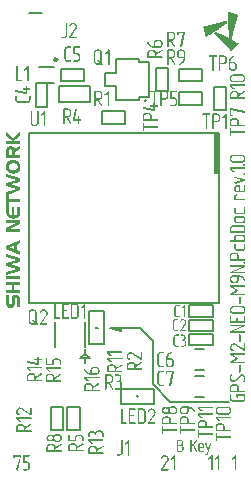
<source format=gto>
G04*
G04 #@! TF.GenerationSoftware,Altium Limited,Altium Designer,24.4.1 (13)*
G04*
G04 Layer_Color=65535*
%FSLAX44Y44*%
%MOMM*%
G71*
G04*
G04 #@! TF.SameCoordinates,7548388F-C7DE-4074-AD92-A7CCF3990386*
G04*
G04*
G04 #@! TF.FilePolarity,Positive*
G04*
G01*
G75*
%ADD10C,0.2500*%
%ADD11C,0.1778*%
%ADD12C,0.2000*%
%ADD13C,0.1270*%
%ADD14C,0.0762*%
%ADD15C,0.1524*%
%ADD16R,0.4500X3.4755*%
%ADD17R,0.1010X0.0691*%
%ADD18R,0.0691X0.1010*%
G36*
X196199Y405830D02*
X196261Y405153D01*
X196323Y404537D01*
X196353Y403829D01*
X196261Y403736D01*
X196138Y403675D01*
X195707Y403367D01*
X195584Y403306D01*
X195214Y403059D01*
X195091Y402998D01*
X194660Y402690D01*
X194537Y402628D01*
X194106Y402320D01*
X193983Y402259D01*
X193552Y401951D01*
X193429Y401889D01*
X193182Y401705D01*
X193121D01*
X192690Y401397D01*
X192567Y401335D01*
X192136Y401027D01*
X192012Y400966D01*
X191581Y400658D01*
X191458Y400596D01*
X191089Y400350D01*
X190966Y400288D01*
X190535Y399981D01*
X190411Y399919D01*
X189980Y399611D01*
X189857Y399549D01*
X189426Y399242D01*
X189303Y399180D01*
X188041Y398349D01*
X187302Y397856D01*
X186625Y397425D01*
X185147Y396440D01*
X184654Y396132D01*
X183546Y395393D01*
X182868Y394962D01*
X181391Y393977D01*
X180898Y393669D01*
X179420Y392684D01*
X178743Y392253D01*
X178374Y392006D01*
X178097Y391853D01*
X178004Y392130D01*
X177912Y392530D01*
X177789Y393022D01*
X177727Y393330D01*
X177604Y393823D01*
X177542Y394131D01*
X177358Y394870D01*
X177296Y395178D01*
X177111Y395916D01*
X177050Y396224D01*
X176865Y396963D01*
X176803Y397271D01*
X176680Y397764D01*
X176619Y398072D01*
X176434Y398811D01*
X176372Y399118D01*
X176188Y399857D01*
X176126Y400165D01*
X176003Y400658D01*
X175972Y400750D01*
X176249Y400843D01*
X176680Y400966D01*
X177419Y401150D01*
X177850Y401273D01*
X178589Y401458D01*
X179020Y401581D01*
X179759Y401766D01*
X180190Y401889D01*
X180929Y402074D01*
X181360Y402197D01*
X182099Y402382D01*
X182530Y402505D01*
X183022Y402628D01*
X183454Y402751D01*
X184192Y402936D01*
X184623Y403059D01*
X185362Y403244D01*
X185793Y403367D01*
X186532Y403552D01*
X186963Y403675D01*
X187702Y403860D01*
X188133Y403983D01*
X188872Y404168D01*
X189303Y404291D01*
X190042Y404475D01*
X190473Y404599D01*
X191212Y404783D01*
X191643Y404907D01*
X192382Y405091D01*
X192813Y405214D01*
X193552Y405399D01*
X193983Y405522D01*
X194722Y405707D01*
X195153Y405830D01*
X196138Y406076D01*
X196199Y405830D01*
D02*
G37*
G36*
X197123Y413219D02*
X197462Y413127D01*
X198170Y412911D01*
X205066Y410756D01*
X205466Y410602D01*
X204974Y408878D01*
X204912Y408632D01*
X204420Y406908D01*
X204358Y406661D01*
X203742Y404506D01*
X203681Y404260D01*
X203188Y402536D01*
X203127Y402290D01*
X202634Y400565D01*
X202572Y400319D01*
X202080Y398595D01*
X202018Y398349D01*
X201526Y396625D01*
X201464Y396378D01*
X201095Y395085D01*
X201002Y394808D01*
X200972Y394777D01*
X200879Y394316D01*
X200787Y393977D01*
X200417Y392684D01*
X200356Y392438D01*
X199863Y390713D01*
X199771Y390498D01*
X197770Y391514D01*
X197708Y391760D01*
X197616Y394131D01*
X197185Y403182D01*
X197000Y407000D01*
X196938Y408416D01*
X196754Y412295D01*
X196723Y413311D01*
X196815Y413342D01*
X197123Y413219D01*
D02*
G37*
G36*
X192505Y393638D02*
X199278Y390067D01*
X204882Y387111D01*
X205189Y386927D01*
X205251D01*
X205928Y386557D01*
X206205Y386403D01*
X205620Y385818D01*
X205497Y385757D01*
X205005Y385264D01*
X204882Y385202D01*
X204327Y384648D01*
X204204Y384587D01*
X203650Y384033D01*
X203527Y383971D01*
X202973Y383417D01*
X202850Y383355D01*
X202295Y382801D01*
X202172Y382739D01*
X201680Y382247D01*
X201556Y382185D01*
X201002Y381631D01*
X200879Y381570D01*
X200325Y381015D01*
X200202Y380954D01*
X199648Y380400D01*
X199401Y380276D01*
X198632Y381046D01*
X198570Y381169D01*
X197400Y382339D01*
X197339Y382462D01*
X196169Y383632D01*
X196107Y383755D01*
X194876Y384987D01*
X194814Y385110D01*
X193644Y386280D01*
X193583Y386403D01*
X192351Y387635D01*
X192290Y387758D01*
X191120Y388928D01*
X191058Y389051D01*
X189888Y390221D01*
X189827Y390344D01*
X188595Y391576D01*
X188533Y391699D01*
X187363Y392869D01*
X187302Y392992D01*
X186070Y394223D01*
X186009Y394346D01*
X185085Y395270D01*
X185147Y395393D01*
X185239Y395485D01*
X185362Y395547D01*
X186224Y396163D01*
X186348Y396224D01*
X186471Y396348D01*
X186594Y396409D01*
X186902Y396594D01*
X192505Y393638D01*
D02*
G37*
G36*
X199210Y331755D02*
X211065Y329014D01*
X211073D01*
X211090Y329006D01*
X211115Y328989D01*
X211157Y328973D01*
X211215Y328939D01*
X211282Y328898D01*
X211357Y328839D01*
X211457Y328773D01*
X211573Y328414D01*
Y328373D01*
X211565Y328323D01*
X211557Y328256D01*
X211540Y328190D01*
X211515Y328106D01*
X211482Y328031D01*
X211440Y327948D01*
X211432Y327940D01*
X211407Y327915D01*
X211365Y327873D01*
X211307Y327831D01*
X211232Y327790D01*
X211140Y327748D01*
X211040Y327723D01*
X210924Y327715D01*
X210798Y327740D01*
X199718Y330356D01*
Y326298D01*
X200434D01*
X200451D01*
X200485D01*
X200534Y326290D01*
X200609Y326273D01*
X200684Y326257D01*
X200759Y326223D01*
X200834Y326173D01*
X200909Y326115D01*
X200918Y326107D01*
X200934Y326082D01*
X200959Y326040D01*
X200993Y325982D01*
X201026Y325915D01*
X201051Y325832D01*
X201068Y325748D01*
X201076Y325649D01*
Y325624D01*
X201068Y325590D01*
X201059Y325549D01*
X201043Y325490D01*
X201018Y325415D01*
X200984Y325324D01*
X200943Y325224D01*
X200934Y325215D01*
X200909Y325190D01*
X200868Y325149D01*
X200809Y325115D01*
X200743Y325074D01*
X200651Y325032D01*
X200551Y325007D01*
X200434Y324999D01*
X199068D01*
X199060D01*
X199043D01*
X199010Y325007D01*
X198968D01*
X198868Y325032D01*
X198743Y325082D01*
X198685Y325115D01*
X198627Y325157D01*
X198577Y325207D01*
X198527Y325274D01*
X198485Y325340D01*
X198452Y325432D01*
X198435Y325524D01*
X198427Y325640D01*
Y331172D01*
X198435Y331222D01*
X198452Y331289D01*
X198468Y331364D01*
X198502Y331439D01*
X198543Y331514D01*
X198602Y331589D01*
X198610Y331597D01*
X198635Y331622D01*
X198668Y331647D01*
X198718Y331689D01*
X198785Y331722D01*
X198860Y331747D01*
X198943Y331772D01*
X199043Y331780D01*
X199210Y331755D01*
D02*
G37*
G36*
X203300Y323382D02*
X203384Y323374D01*
X203492Y323366D01*
X203609Y323349D01*
X203742Y323316D01*
X203892Y323283D01*
X204050Y323241D01*
X204217Y323182D01*
X204384Y323116D01*
X204558Y323033D01*
X204733Y322933D01*
X204908Y322816D01*
X205075Y322683D01*
X205242Y322533D01*
X205250Y322524D01*
X205275Y322491D01*
X205317Y322449D01*
X205375Y322383D01*
X205441Y322299D01*
X205508Y322200D01*
X205583Y322083D01*
X205667Y321958D01*
X205741Y321808D01*
X205825Y321650D01*
X205891Y321483D01*
X205958Y321300D01*
X206016Y321100D01*
X206058Y320891D01*
X206083Y320675D01*
X206091Y320450D01*
Y317909D01*
X210924D01*
X210940D01*
X210973D01*
X211023Y317901D01*
X211098Y317884D01*
X211173Y317867D01*
X211248Y317834D01*
X211323Y317784D01*
X211398Y317726D01*
X211407Y317717D01*
X211423Y317692D01*
X211457Y317651D01*
X211482Y317592D01*
X211515Y317526D01*
X211548Y317442D01*
X211565Y317359D01*
X211573Y317259D01*
Y317234D01*
X211565Y317201D01*
X211557Y317159D01*
X211540Y317101D01*
X211515Y317026D01*
X211482Y316934D01*
X211440Y316834D01*
X211432Y316826D01*
X211407Y316801D01*
X211365Y316759D01*
X211307Y316726D01*
X211232Y316684D01*
X211148Y316642D01*
X211040Y316618D01*
X210924Y316609D01*
X199068D01*
X199060D01*
X199043D01*
X199010Y316618D01*
X198968D01*
X198868Y316642D01*
X198743Y316693D01*
X198685Y316726D01*
X198627Y316768D01*
X198577Y316817D01*
X198527Y316884D01*
X198485Y316951D01*
X198452Y317042D01*
X198435Y317134D01*
X198427Y317251D01*
Y320508D01*
X198435Y320575D01*
X198443Y320658D01*
X198452Y320766D01*
X198468Y320883D01*
X198502Y321025D01*
X198535Y321175D01*
X198577Y321333D01*
X198635Y321500D01*
X198702Y321675D01*
X198785Y321850D01*
X198885Y322024D01*
X198993Y322200D01*
X199126Y322374D01*
X199276Y322541D01*
X199285Y322549D01*
X199293Y322558D01*
X199318Y322583D01*
X199351Y322616D01*
X199435Y322691D01*
X199551Y322783D01*
X199693Y322891D01*
X199851Y322999D01*
X200026Y323099D01*
X200218Y323191D01*
X200743Y323341D01*
X201059Y323391D01*
X201343D01*
X203184D01*
X203200D01*
X203234D01*
X203300Y323382D01*
D02*
G37*
G36*
X199151Y315001D02*
X199210Y314985D01*
X199276Y314968D01*
X199351Y314935D01*
X199435Y314893D01*
X199510Y314835D01*
X199518Y314826D01*
X199543Y314801D01*
X199576Y314768D01*
X199610Y314710D01*
X199651Y314643D01*
X199685Y314568D01*
X199710Y314468D01*
X199718Y314360D01*
Y312260D01*
X210932D01*
X210948D01*
X210982D01*
X211032Y312252D01*
X211107Y312235D01*
X211182Y312219D01*
X211257Y312185D01*
X211332Y312135D01*
X211407Y312077D01*
X211415Y312069D01*
X211432Y312044D01*
X211457Y312002D01*
X211490Y311944D01*
X211523Y311877D01*
X211548Y311794D01*
X211565Y311710D01*
X211573Y311611D01*
Y311586D01*
X211565Y311552D01*
X211557Y311511D01*
X211540Y311452D01*
X211523Y311377D01*
X211490Y311286D01*
X211448Y311186D01*
X211440Y311177D01*
X211415Y311152D01*
X211373Y311111D01*
X211315Y311077D01*
X211240Y311036D01*
X211157Y310994D01*
X211048Y310969D01*
X210932Y310961D01*
X199718D01*
Y308811D01*
X199710Y308761D01*
X199693Y308695D01*
X199676Y308620D01*
X199643Y308536D01*
X199601Y308461D01*
X199543Y308386D01*
X199535Y308378D01*
X199501Y308361D01*
X199460Y308336D01*
X199401Y308303D01*
X199335Y308270D01*
X199251Y308245D01*
X199160Y308228D01*
X199068Y308220D01*
X199060D01*
X199043D01*
X199010Y308228D01*
X198960Y308236D01*
X198910Y308253D01*
X198843Y308286D01*
X198760Y308320D01*
X198677Y308370D01*
X198668Y308378D01*
X198635Y308403D01*
X198593Y308436D01*
X198552Y308495D01*
X198502Y308561D01*
X198468Y308645D01*
X198435Y308745D01*
X198427Y308861D01*
Y314401D01*
X198435Y314443D01*
X198452Y314510D01*
X198477Y314576D01*
X198518Y314651D01*
X198568Y314726D01*
X198635Y314801D01*
X198643Y314810D01*
X198668Y314835D01*
X198710Y314868D01*
X198760Y314910D01*
X198827Y314943D01*
X198902Y314976D01*
X198985Y315001D01*
X199068Y315010D01*
X199076D01*
X199110D01*
X199151Y315001D01*
D02*
G37*
G36*
X211036Y247758D02*
X211094Y247750D01*
X211161Y247724D01*
X211236Y247700D01*
X211319Y247658D01*
X211394Y247600D01*
X211402Y247591D01*
X211427Y247566D01*
X211461Y247533D01*
X211494Y247475D01*
X211536Y247408D01*
X211569Y247325D01*
X211594Y247225D01*
X211602Y247116D01*
Y243842D01*
X211594Y243784D01*
X211586Y243709D01*
X211569Y243626D01*
X211553Y243534D01*
X211528Y243426D01*
X211502Y243317D01*
X211461Y243201D01*
X211419Y243084D01*
X211361Y242959D01*
X211294Y242842D01*
X211219Y242726D01*
X211128Y242601D01*
X211028Y242493D01*
X211019Y242484D01*
X211003Y242467D01*
X210969Y242442D01*
X210919Y242401D01*
X210869Y242359D01*
X210794Y242309D01*
X210719Y242259D01*
X210628Y242209D01*
X210528Y242151D01*
X210419Y242101D01*
X210303Y242051D01*
X210170Y242009D01*
X210036Y241968D01*
X209895Y241943D01*
X209745Y241926D01*
X209586Y241918D01*
X204113D01*
X204104D01*
X204079D01*
X204038D01*
X203988Y241926D01*
X203921Y241934D01*
X203846Y241951D01*
X203755Y241968D01*
X203663Y241993D01*
X203446Y242059D01*
X203330Y242101D01*
X203213Y242159D01*
X203096Y242226D01*
X202980Y242301D01*
X202855Y242384D01*
X202738Y242484D01*
X202730Y242493D01*
X202713Y242509D01*
X202680Y242542D01*
X202638Y242584D01*
X202588Y242642D01*
X202538Y242709D01*
X202480Y242792D01*
X202421Y242884D01*
X202363Y242976D01*
X202305Y243092D01*
X202255Y243209D01*
X202205Y243334D01*
X202163Y243467D01*
X202130Y243617D01*
X202113Y243767D01*
X202105Y243925D01*
Y247158D01*
X202113Y247208D01*
X202130Y247266D01*
X202155Y247333D01*
X202197Y247408D01*
X202246Y247491D01*
X202313Y247566D01*
X202321Y247575D01*
X202346Y247600D01*
X202388Y247633D01*
X202438Y247666D01*
X202505Y247700D01*
X202580Y247733D01*
X202663Y247758D01*
X202746Y247766D01*
X202755D01*
X202788D01*
X202830Y247758D01*
X202888Y247750D01*
X202955Y247724D01*
X203030Y247700D01*
X203113Y247658D01*
X203188Y247600D01*
X203196Y247591D01*
X203221Y247566D01*
X203255Y247533D01*
X203288Y247475D01*
X203330Y247408D01*
X203363Y247325D01*
X203388Y247225D01*
X203396Y247116D01*
Y243884D01*
X203405Y243825D01*
X203421Y243759D01*
X203446Y243676D01*
X203488Y243592D01*
X203538Y243509D01*
X203613Y243426D01*
X203621Y243417D01*
X203646Y243392D01*
X203696Y243359D01*
X203755Y243326D01*
X203829Y243284D01*
X203913Y243251D01*
X204013Y243226D01*
X204121Y243217D01*
X209586D01*
X209603D01*
X209636D01*
X209695Y243226D01*
X209770Y243242D01*
X209845Y243267D01*
X209936Y243309D01*
X210019Y243359D01*
X210103Y243426D01*
X210111Y243434D01*
X210136Y243467D01*
X210170Y243509D01*
X210203Y243567D01*
X210245Y243642D01*
X210278Y243725D01*
X210303Y243825D01*
X210311Y243934D01*
Y247158D01*
X210319Y247208D01*
X210336Y247266D01*
X210361Y247333D01*
X210403Y247408D01*
X210453Y247491D01*
X210519Y247566D01*
X210528Y247575D01*
X210553Y247600D01*
X210594Y247633D01*
X210644Y247666D01*
X210711Y247700D01*
X210786Y247733D01*
X210869Y247758D01*
X210953Y247766D01*
X210961D01*
X210994D01*
X211036Y247758D01*
D02*
G37*
G36*
X209728Y240310D02*
X209803Y240301D01*
X209886Y240285D01*
X209978Y240268D01*
X210086Y240243D01*
X210194Y240210D01*
X210311Y240177D01*
X210428Y240126D01*
X210553Y240068D01*
X210669Y240002D01*
X210786Y239918D01*
X210911Y239835D01*
X211019Y239727D01*
X211028Y239718D01*
X211044Y239702D01*
X211069Y239668D01*
X211111Y239627D01*
X211153Y239568D01*
X211203Y239502D01*
X211252Y239418D01*
X211311Y239327D01*
X211361Y239235D01*
X211419Y239127D01*
X211469Y239002D01*
X211511Y238877D01*
X211553Y238743D01*
X211577Y238602D01*
X211594Y238460D01*
X211602Y238302D01*
Y236394D01*
X211594Y236336D01*
X211586Y236261D01*
X211569Y236178D01*
X211553Y236077D01*
X211528Y235977D01*
X211502Y235861D01*
X211461Y235753D01*
X211419Y235628D01*
X211361Y235511D01*
X211294Y235386D01*
X211219Y235269D01*
X211128Y235153D01*
X211028Y235036D01*
X211019Y235028D01*
X211003Y235011D01*
X210969Y234986D01*
X210919Y234944D01*
X210869Y234903D01*
X210794Y234853D01*
X210719Y234803D01*
X210628Y234753D01*
X210528Y234694D01*
X210419Y234645D01*
X210303Y234595D01*
X210170Y234553D01*
X210036Y234511D01*
X209895Y234486D01*
X209745Y234470D01*
X209586Y234461D01*
X204113D01*
X204104D01*
X204079D01*
X204038D01*
X203988Y234470D01*
X203921Y234478D01*
X203846Y234495D01*
X203755Y234511D01*
X203663Y234536D01*
X203446Y234603D01*
X203330Y234645D01*
X203213Y234703D01*
X203096Y234769D01*
X202980Y234844D01*
X202855Y234928D01*
X202738Y235028D01*
X202730Y235036D01*
X202713Y235053D01*
X202680Y235086D01*
X202638Y235128D01*
X202588Y235186D01*
X202538Y235253D01*
X202480Y235336D01*
X202421Y235428D01*
X202363Y235528D01*
X202305Y235636D01*
X202255Y235753D01*
X202205Y235886D01*
X202163Y236019D01*
X202130Y236161D01*
X202113Y236319D01*
X202105Y236477D01*
Y238385D01*
X202113Y238444D01*
X202122Y238510D01*
X202138Y238594D01*
X202155Y238694D01*
X202180Y238794D01*
X202205Y238902D01*
X202246Y239018D01*
X202297Y239135D01*
X202346Y239252D01*
X202421Y239377D01*
X202496Y239493D01*
X202588Y239610D01*
X202688Y239727D01*
X202696Y239735D01*
X202713Y239752D01*
X202746Y239785D01*
X202788Y239818D01*
X202846Y239860D01*
X202913Y239910D01*
X202996Y239968D01*
X203088Y240026D01*
X203180Y240077D01*
X203288Y240135D01*
X203413Y240185D01*
X203538Y240226D01*
X203671Y240260D01*
X203813Y240293D01*
X203954Y240310D01*
X204113Y240318D01*
X209586D01*
X209595D01*
X209620D01*
X209670D01*
X209728Y240310D01*
D02*
G37*
G36*
X208795Y232845D02*
X208878Y232837D01*
X208986Y232828D01*
X209103Y232812D01*
X209236Y232778D01*
X209386Y232745D01*
X209545Y232703D01*
X209711Y232645D01*
X209878Y232570D01*
X210053Y232487D01*
X210228Y232387D01*
X210403Y232270D01*
X210578Y232137D01*
X210744Y231987D01*
X210753Y231979D01*
X210778Y231945D01*
X210819Y231904D01*
X210878Y231837D01*
X210944Y231754D01*
X211019Y231654D01*
X211094Y231537D01*
X211169Y231404D01*
X211252Y231262D01*
X211327Y231104D01*
X211402Y230929D01*
X211469Y230754D01*
X211519Y230554D01*
X211569Y230354D01*
X211594Y230137D01*
X211602Y229912D01*
Y226688D01*
X211594Y226655D01*
Y226613D01*
X211569Y226513D01*
X211519Y226397D01*
X211486Y226330D01*
X211444Y226272D01*
X211394Y226222D01*
X211327Y226172D01*
X211261Y226130D01*
X211169Y226097D01*
X211078Y226080D01*
X210961Y226072D01*
X199097D01*
X199089D01*
X199072D01*
X199039Y226080D01*
X198997D01*
X198897Y226105D01*
X198772Y226155D01*
X198714Y226188D01*
X198656Y226230D01*
X198606Y226280D01*
X198556Y226347D01*
X198514Y226413D01*
X198481Y226505D01*
X198464Y226597D01*
X198456Y226713D01*
Y229962D01*
X198464Y230029D01*
X198472Y230112D01*
X198481Y230221D01*
X198498Y230337D01*
X198531Y230471D01*
X198564Y230621D01*
X198606Y230779D01*
X198664Y230945D01*
X198731Y231112D01*
X198814Y231287D01*
X198914Y231470D01*
X199031Y231645D01*
X199164Y231812D01*
X199314Y231979D01*
X199322Y231987D01*
X199356Y232020D01*
X199397Y232062D01*
X199464Y232112D01*
X199547Y232178D01*
X199647Y232253D01*
X199764Y232337D01*
X199897Y232420D01*
X200039Y232495D01*
X200197Y232578D01*
X200364Y232653D01*
X200547Y232720D01*
X200739Y232770D01*
X200947Y232820D01*
X201155Y232845D01*
X201380Y232853D01*
X208678D01*
X208695D01*
X208728D01*
X208795Y232845D01*
D02*
G37*
G36*
X209728Y224464D02*
X209795Y224456D01*
X209878Y224439D01*
X209970Y224422D01*
X210070Y224397D01*
X210186Y224372D01*
X210294Y224331D01*
X210411Y224280D01*
X210536Y224230D01*
X210653Y224156D01*
X210778Y224081D01*
X210894Y223989D01*
X211011Y223889D01*
X211019Y223881D01*
X211036Y223864D01*
X211069Y223831D01*
X211103Y223781D01*
X211144Y223731D01*
X211194Y223656D01*
X211252Y223581D01*
X211303Y223489D01*
X211361Y223389D01*
X211419Y223281D01*
X211469Y223156D01*
X211511Y223031D01*
X211544Y222897D01*
X211577Y222748D01*
X211594Y222598D01*
X211602Y222439D01*
Y219232D01*
X211594Y219198D01*
Y219157D01*
X211569Y219057D01*
X211519Y218940D01*
X211486Y218874D01*
X211444Y218815D01*
X211394Y218765D01*
X211327Y218715D01*
X211261Y218674D01*
X211169Y218640D01*
X211078Y218624D01*
X210961Y218615D01*
X199097D01*
X199089D01*
X199064D01*
X199022Y218624D01*
X198964Y218640D01*
X198906Y218657D01*
X198831Y218690D01*
X198756Y218740D01*
X198672Y218799D01*
X198664Y218807D01*
X198639Y218832D01*
X198606Y218874D01*
X198564Y218932D01*
X198522Y218999D01*
X198489Y219074D01*
X198464Y219165D01*
X198456Y219265D01*
Y219307D01*
X198464Y219349D01*
X198481Y219407D01*
X198498Y219473D01*
X198531Y219540D01*
X198573Y219623D01*
X198631Y219698D01*
X198639Y219707D01*
X198664Y219732D01*
X198697Y219765D01*
X198747Y219807D01*
X198814Y219848D01*
X198897Y219882D01*
X198989Y219907D01*
X199097Y219915D01*
X202105D01*
Y222531D01*
X202113Y222589D01*
X202122Y222664D01*
X202138Y222748D01*
X202155Y222839D01*
X202180Y222939D01*
X202205Y223056D01*
X202246Y223164D01*
X202297Y223289D01*
X202346Y223406D01*
X202421Y223531D01*
X202496Y223647D01*
X202588Y223764D01*
X202688Y223881D01*
X202696Y223889D01*
X202713Y223906D01*
X202746Y223939D01*
X202788Y223972D01*
X202846Y224014D01*
X202913Y224064D01*
X202996Y224122D01*
X203088Y224181D01*
X203180Y224230D01*
X203288Y224289D01*
X203413Y224339D01*
X203538Y224380D01*
X203671Y224414D01*
X203813Y224447D01*
X203954Y224464D01*
X204113Y224472D01*
X209586D01*
X209595D01*
X209620D01*
X209670D01*
X209728Y224464D01*
D02*
G37*
G36*
X211036Y216999D02*
X211094Y216991D01*
X211161Y216966D01*
X211236Y216941D01*
X211319Y216899D01*
X211394Y216841D01*
X211402Y216832D01*
X211427Y216807D01*
X211461Y216774D01*
X211494Y216716D01*
X211536Y216649D01*
X211569Y216566D01*
X211594Y216466D01*
X211602Y216358D01*
Y213083D01*
X211594Y213025D01*
X211586Y212950D01*
X211569Y212867D01*
X211553Y212775D01*
X211528Y212667D01*
X211502Y212558D01*
X211461Y212442D01*
X211419Y212325D01*
X211361Y212200D01*
X211294Y212084D01*
X211219Y211967D01*
X211128Y211842D01*
X211028Y211734D01*
X211019Y211725D01*
X211003Y211709D01*
X210969Y211684D01*
X210919Y211642D01*
X210869Y211600D01*
X210794Y211551D01*
X210719Y211500D01*
X210628Y211451D01*
X210528Y211392D01*
X210419Y211342D01*
X210303Y211292D01*
X210170Y211250D01*
X210036Y211209D01*
X209895Y211184D01*
X209745Y211167D01*
X209586Y211159D01*
X204113D01*
X204104D01*
X204079D01*
X204038D01*
X203988Y211167D01*
X203921Y211175D01*
X203846Y211192D01*
X203755Y211209D01*
X203663Y211234D01*
X203446Y211301D01*
X203330Y211342D01*
X203213Y211401D01*
X203096Y211467D01*
X202980Y211542D01*
X202855Y211625D01*
X202738Y211725D01*
X202730Y211734D01*
X202713Y211750D01*
X202680Y211784D01*
X202638Y211825D01*
X202588Y211884D01*
X202538Y211950D01*
X202480Y212034D01*
X202421Y212125D01*
X202363Y212217D01*
X202305Y212334D01*
X202255Y212450D01*
X202205Y212575D01*
X202163Y212708D01*
X202130Y212859D01*
X202113Y213008D01*
X202105Y213167D01*
Y216399D01*
X202113Y216449D01*
X202130Y216507D01*
X202155Y216574D01*
X202197Y216649D01*
X202246Y216733D01*
X202313Y216807D01*
X202321Y216816D01*
X202346Y216841D01*
X202388Y216874D01*
X202438Y216907D01*
X202505Y216941D01*
X202580Y216974D01*
X202663Y216999D01*
X202746Y217007D01*
X202755D01*
X202788D01*
X202830Y216999D01*
X202888Y216991D01*
X202955Y216966D01*
X203030Y216941D01*
X203113Y216899D01*
X203188Y216841D01*
X203196Y216832D01*
X203221Y216807D01*
X203255Y216774D01*
X203288Y216716D01*
X203330Y216649D01*
X203363Y216566D01*
X203388Y216466D01*
X203396Y216358D01*
Y213125D01*
X203405Y213067D01*
X203421Y213000D01*
X203446Y212917D01*
X203488Y212833D01*
X203538Y212750D01*
X203613Y212667D01*
X203621Y212659D01*
X203646Y212633D01*
X203696Y212600D01*
X203755Y212567D01*
X203829Y212525D01*
X203913Y212492D01*
X204013Y212467D01*
X204121Y212459D01*
X209586D01*
X209603D01*
X209636D01*
X209695Y212467D01*
X209770Y212484D01*
X209845Y212509D01*
X209936Y212550D01*
X210019Y212600D01*
X210103Y212667D01*
X210111Y212675D01*
X210136Y212708D01*
X210170Y212750D01*
X210203Y212808D01*
X210245Y212883D01*
X210278Y212967D01*
X210303Y213067D01*
X210311Y213175D01*
Y216399D01*
X210319Y216449D01*
X210336Y216507D01*
X210361Y216574D01*
X210403Y216649D01*
X210453Y216733D01*
X210519Y216807D01*
X210528Y216816D01*
X210553Y216841D01*
X210594Y216874D01*
X210644Y216907D01*
X210711Y216941D01*
X210786Y216974D01*
X210869Y216999D01*
X210953Y217007D01*
X210961D01*
X210994D01*
X211036Y216999D01*
D02*
G37*
G36*
X203330Y209543D02*
X203413Y209534D01*
X203521Y209526D01*
X203638Y209509D01*
X203771Y209476D01*
X203921Y209443D01*
X204079Y209401D01*
X204246Y209343D01*
X204413Y209276D01*
X204588Y209193D01*
X204762Y209093D01*
X204937Y208976D01*
X205104Y208843D01*
X205271Y208693D01*
X205279Y208685D01*
X205304Y208651D01*
X205346Y208610D01*
X205404Y208543D01*
X205471Y208460D01*
X205537Y208360D01*
X205612Y208243D01*
X205696Y208118D01*
X205771Y207968D01*
X205854Y207810D01*
X205921Y207643D01*
X205987Y207460D01*
X206045Y207260D01*
X206087Y207052D01*
X206112Y206835D01*
X206120Y206610D01*
Y204069D01*
X210953D01*
X210969D01*
X211003D01*
X211053Y204061D01*
X211128Y204044D01*
X211203Y204027D01*
X211278Y203994D01*
X211353Y203944D01*
X211427Y203886D01*
X211436Y203877D01*
X211453Y203852D01*
X211486Y203811D01*
X211511Y203752D01*
X211544Y203686D01*
X211577Y203603D01*
X211594Y203519D01*
X211602Y203419D01*
Y203394D01*
X211594Y203361D01*
X211586Y203319D01*
X211569Y203261D01*
X211544Y203186D01*
X211511Y203094D01*
X211469Y202994D01*
X211461Y202986D01*
X211436Y202961D01*
X211394Y202919D01*
X211336Y202886D01*
X211261Y202844D01*
X211178Y202803D01*
X211069Y202778D01*
X210953Y202769D01*
X199097D01*
X199089D01*
X199072D01*
X199039Y202778D01*
X198997D01*
X198897Y202803D01*
X198772Y202853D01*
X198714Y202886D01*
X198656Y202928D01*
X198606Y202978D01*
X198556Y203044D01*
X198514Y203111D01*
X198481Y203203D01*
X198464Y203294D01*
X198456Y203411D01*
Y206668D01*
X198464Y206735D01*
X198472Y206818D01*
X198481Y206927D01*
X198498Y207043D01*
X198531Y207185D01*
X198564Y207335D01*
X198606Y207493D01*
X198664Y207660D01*
X198731Y207835D01*
X198814Y208010D01*
X198914Y208185D01*
X199022Y208360D01*
X199156Y208535D01*
X199306Y208701D01*
X199314Y208710D01*
X199322Y208718D01*
X199347Y208743D01*
X199381Y208776D01*
X199464Y208851D01*
X199580Y208943D01*
X199722Y209051D01*
X199880Y209159D01*
X200055Y209259D01*
X200247Y209351D01*
X200772Y209501D01*
X201089Y209551D01*
X201372D01*
X203213D01*
X203230D01*
X203263D01*
X203330Y209543D01*
D02*
G37*
G36*
X210844Y201728D02*
X210919Y201711D01*
X211011Y201678D01*
X211111Y201636D01*
X211219Y201578D01*
X211327Y201503D01*
X211336Y201495D01*
X211369Y201461D01*
X211411Y201411D01*
X211461Y201336D01*
X211519Y201245D01*
X211561Y201136D01*
X211594Y201003D01*
X211602Y200853D01*
Y200786D01*
X211586Y200712D01*
X211569Y200628D01*
X211544Y200520D01*
X211502Y200420D01*
X211444Y200312D01*
X211369Y200220D01*
X211353Y200212D01*
X211319Y200187D01*
X211261Y200145D01*
X211178Y200103D01*
X211086Y200053D01*
X210978Y200020D01*
X210853Y199987D01*
X210728Y199978D01*
X210719D01*
X210686D01*
X210644Y199987D01*
X210586Y200003D01*
X210503Y200028D01*
X210411Y200070D01*
X210311Y200120D01*
X210194Y200195D01*
X210178Y200203D01*
X210145Y200237D01*
X210086Y200287D01*
X210028Y200362D01*
X209970Y200453D01*
X209911Y200562D01*
X209878Y200695D01*
X209861Y200853D01*
Y200912D01*
X209878Y200970D01*
X209895Y201053D01*
X209928Y201145D01*
X209978Y201253D01*
X210044Y201353D01*
X210136Y201461D01*
X210145Y201470D01*
X210186Y201503D01*
X210236Y201545D01*
X210311Y201603D01*
X210403Y201653D01*
X210503Y201695D01*
X210611Y201728D01*
X210728Y201736D01*
X210744D01*
X210778D01*
X210844Y201728D01*
D02*
G37*
G36*
X211028Y198820D02*
X211086Y198804D01*
X211153Y198787D01*
X211227Y198754D01*
X211327Y198704D01*
X211427Y198645D01*
X211436Y198637D01*
X211453Y198604D01*
X211486Y198562D01*
X211511Y198496D01*
X211544Y198429D01*
X211577Y198337D01*
X211594Y198246D01*
X211602Y198146D01*
X211536Y197846D01*
X211252Y197596D01*
X201363Y193347D01*
X210961D01*
X210978D01*
X211011D01*
X211061Y193338D01*
X211136Y193322D01*
X211211Y193305D01*
X211286Y193272D01*
X211361Y193222D01*
X211436Y193164D01*
X211444Y193155D01*
X211461Y193130D01*
X211486Y193088D01*
X211519Y193030D01*
X211553Y192964D01*
X211577Y192880D01*
X211594Y192797D01*
X211602Y192697D01*
Y192672D01*
X211594Y192639D01*
X211586Y192597D01*
X211569Y192539D01*
X211544Y192464D01*
X211511Y192372D01*
X211469Y192272D01*
X211461Y192264D01*
X211436Y192239D01*
X211394Y192197D01*
X211336Y192164D01*
X211269Y192122D01*
X211178Y192080D01*
X211078Y192055D01*
X210961Y192047D01*
X199097D01*
X199089D01*
X199064D01*
X199022Y192055D01*
X198964Y192072D01*
X198906Y192089D01*
X198831Y192122D01*
X198756Y192172D01*
X198672Y192230D01*
X198664Y192239D01*
X198639Y192264D01*
X198606Y192305D01*
X198564Y192364D01*
X198522Y192430D01*
X198489Y192505D01*
X198464Y192589D01*
X198456Y192689D01*
Y192747D01*
X198464Y192789D01*
X198489Y192889D01*
X198539Y193005D01*
Y193013D01*
X198556Y193030D01*
X198581Y193064D01*
X198631Y193105D01*
X198689Y193147D01*
X198781Y193197D01*
X198889Y193247D01*
X199031Y193297D01*
X208695Y197529D01*
X199097D01*
X199089D01*
X199064D01*
X199022Y197537D01*
X198964Y197554D01*
X198906Y197571D01*
X198831Y197604D01*
X198756Y197654D01*
X198672Y197712D01*
X198664Y197721D01*
X198639Y197746D01*
X198606Y197787D01*
X198564Y197846D01*
X198522Y197912D01*
X198489Y197987D01*
X198464Y198079D01*
X198456Y198179D01*
Y198221D01*
X198464Y198262D01*
X198481Y198321D01*
X198498Y198387D01*
X198531Y198454D01*
X198573Y198537D01*
X198631Y198612D01*
X198639Y198620D01*
X198664Y198645D01*
X198697Y198679D01*
X198747Y198720D01*
X198814Y198762D01*
X198897Y198795D01*
X198989Y198820D01*
X199097Y198829D01*
X210961D01*
X210969D01*
X210994D01*
X211028Y198820D01*
D02*
G37*
G36*
X205629Y190422D02*
X205696D01*
X205771Y190414D01*
X205937Y190397D01*
X206137Y190381D01*
X206371Y190347D01*
X206620Y190306D01*
X206887Y190248D01*
X207170Y190181D01*
X207470Y190106D01*
X207778Y190006D01*
X208087Y189889D01*
X208403Y189756D01*
X208720Y189598D01*
X209028Y189423D01*
X209036D01*
X209045Y189406D01*
X209070Y189398D01*
X209103Y189373D01*
X209145Y189340D01*
X209195Y189306D01*
X209320Y189223D01*
X209461Y189106D01*
X209628Y188973D01*
X209811Y188806D01*
X210011Y188623D01*
X210211Y188415D01*
X210428Y188181D01*
X210636Y187931D01*
X210844Y187657D01*
X211044Y187365D01*
X211236Y187048D01*
X211411Y186707D01*
X211569Y186349D01*
X211611Y186115D01*
Y186082D01*
X211602Y186049D01*
X211586Y185999D01*
X211569Y185932D01*
X211536Y185849D01*
X211494Y185757D01*
X211436Y185657D01*
X211427Y185649D01*
X211394Y185632D01*
X211353Y185599D01*
X211294Y185574D01*
X211219Y185540D01*
X211136Y185507D01*
X211044Y185490D01*
X210953Y185482D01*
X210944D01*
X210919D01*
X210886Y185490D01*
X210844D01*
X210728Y185515D01*
X210611Y185557D01*
X210603D01*
X210586Y185574D01*
X210553Y185590D01*
X210519Y185615D01*
X210453Y185682D01*
X210419Y185724D01*
X210403Y185774D01*
Y185782D01*
X210394Y185790D01*
X210386Y185815D01*
X210378Y185849D01*
X210344Y185932D01*
X210303Y186032D01*
X210253Y186157D01*
X210186Y186290D01*
X210044Y186574D01*
X209786Y186982D01*
X209728Y187065D01*
X209620Y187215D01*
X209611Y187223D01*
X209595Y187240D01*
X209570Y187273D01*
X209528Y187315D01*
X209478Y187365D01*
X209420Y187432D01*
X209353Y187498D01*
X209278Y187573D01*
X209186Y187657D01*
X209095Y187748D01*
X208986Y187840D01*
X208878Y187931D01*
X208628Y188131D01*
X208353Y188323D01*
X208345D01*
X208328Y188340D01*
X208295Y188356D01*
X208253Y188381D01*
X208203Y188406D01*
X208145Y188440D01*
X208078Y188473D01*
X207995Y188515D01*
X207820Y188606D01*
X207612Y188698D01*
X207395Y188798D01*
X207154Y188890D01*
X207145D01*
X207120Y188898D01*
X207087Y188915D01*
X207045Y188931D01*
X206987Y188948D01*
X206929Y188965D01*
X206779Y189015D01*
X206612Y189056D01*
X206445Y189098D01*
X206279Y189123D01*
X206129Y189131D01*
Y186532D01*
X206120Y186474D01*
X206112Y186382D01*
X206104Y186282D01*
X206087Y186157D01*
X206062Y186015D01*
X206021Y185865D01*
X205979Y185707D01*
X205921Y185540D01*
X205854Y185366D01*
X205771Y185191D01*
X205679Y185016D01*
X205562Y184841D01*
X205437Y184674D01*
X205287Y184507D01*
X205279Y184499D01*
X205246Y184474D01*
X205204Y184432D01*
X205137Y184374D01*
X205054Y184307D01*
X204954Y184241D01*
X204837Y184166D01*
X204704Y184083D01*
X204563Y184007D01*
X204404Y183924D01*
X204238Y183857D01*
X204046Y183791D01*
X203854Y183733D01*
X203646Y183691D01*
X203430Y183666D01*
X203205Y183658D01*
X201380D01*
X201363D01*
X201330D01*
X201263Y183666D01*
X201180Y183674D01*
X201080Y183683D01*
X200963Y183699D01*
X200830Y183733D01*
X200689Y183766D01*
X200530Y183808D01*
X200372Y183866D01*
X200197Y183932D01*
X200030Y184016D01*
X199855Y184116D01*
X199681Y184224D01*
X199506Y184357D01*
X199339Y184507D01*
X199331Y184516D01*
X199297Y184549D01*
X199256Y184591D01*
X199197Y184657D01*
X199131Y184741D01*
X199056Y184841D01*
X198981Y184957D01*
X198897Y185091D01*
X198814Y185232D01*
X198739Y185390D01*
X198664Y185557D01*
X198597Y185749D01*
X198539Y185940D01*
X198498Y186149D01*
X198464Y186365D01*
X198456Y186590D01*
Y187557D01*
X198464Y187623D01*
Y187707D01*
X198481Y187806D01*
X198498Y187931D01*
X198522Y188065D01*
X198556Y188206D01*
X198597Y188356D01*
X198647Y188523D01*
X198714Y188690D01*
X198789Y188856D01*
X198881Y189023D01*
X198989Y189181D01*
X199114Y189348D01*
X199256Y189498D01*
X199264Y189506D01*
X199281Y189523D01*
X199306Y189548D01*
X199339Y189581D01*
X199381Y189623D01*
X199431Y189673D01*
X199555Y189781D01*
X199706Y189906D01*
X199880Y190023D01*
X200064Y190139D01*
X200255Y190231D01*
X200772Y190381D01*
X201089Y190431D01*
X201380D01*
X205437D01*
X205446D01*
X205462D01*
X205487D01*
X205521D01*
X205571D01*
X205629Y190422D01*
D02*
G37*
G36*
X211053Y181991D02*
X211128Y181975D01*
X211203Y181958D01*
X211278Y181925D01*
X211353Y181875D01*
X211427Y181816D01*
X211436Y181808D01*
X211453Y181783D01*
X211486Y181741D01*
X211511Y181683D01*
X211544Y181616D01*
X211577Y181533D01*
X211594Y181450D01*
X211602Y181350D01*
Y181325D01*
X211594Y181292D01*
X211586Y181250D01*
X211569Y181192D01*
X211544Y181117D01*
X211511Y181025D01*
X211469Y180925D01*
X211461Y180917D01*
X211436Y180892D01*
X211394Y180850D01*
X211336Y180817D01*
X211261Y180775D01*
X211178Y180733D01*
X211069Y180708D01*
X210953Y180700D01*
X200905D01*
X205362Y178251D01*
X205379Y178242D01*
X205421Y178209D01*
X205479Y178159D01*
X205546Y178092D01*
X205612Y178017D01*
X205671Y177917D01*
X205712Y177809D01*
X205721Y177751D01*
X205729Y177684D01*
Y177668D01*
X205721Y177626D01*
X205704Y177568D01*
X205679Y177493D01*
X205629Y177401D01*
X205554Y177301D01*
X205512Y177259D01*
X205454Y177209D01*
X205396Y177159D01*
X205321Y177118D01*
X200914Y174710D01*
X210953D01*
X210969D01*
X211003D01*
X211053Y174702D01*
X211128Y174685D01*
X211203Y174668D01*
X211278Y174635D01*
X211353Y174585D01*
X211427Y174527D01*
X211436Y174518D01*
X211453Y174493D01*
X211486Y174452D01*
X211511Y174393D01*
X211544Y174327D01*
X211577Y174243D01*
X211594Y174160D01*
X211602Y174060D01*
Y174035D01*
X211594Y174002D01*
X211586Y173960D01*
X211569Y173902D01*
X211544Y173827D01*
X211511Y173735D01*
X211469Y173635D01*
X211461Y173627D01*
X211436Y173602D01*
X211394Y173560D01*
X211336Y173527D01*
X211261Y173485D01*
X211178Y173444D01*
X211069Y173419D01*
X210953Y173410D01*
X199106D01*
X199089D01*
X199056D01*
X198997Y173419D01*
X198922Y173427D01*
X198847Y173452D01*
X198764Y173477D01*
X198672Y173519D01*
X198597Y173568D01*
X198589Y173577D01*
X198564Y173602D01*
X198531Y173635D01*
X198489Y173685D01*
X198456Y173752D01*
X198423Y173827D01*
X198398Y173910D01*
X198389Y174010D01*
Y174077D01*
X198398Y174118D01*
X198423Y174218D01*
X198472Y174318D01*
X198481Y174335D01*
X198489Y174352D01*
X198514Y174377D01*
X198547Y174418D01*
X198606Y174468D01*
X198672Y174527D01*
X198764Y174602D01*
X203963Y177693D01*
X198772Y180792D01*
X198764D01*
X198756Y180800D01*
X198714Y180833D01*
X198647Y180883D01*
X198581Y180958D01*
X198514Y181042D01*
X198447Y181142D01*
X198406Y181258D01*
X198389Y181325D01*
Y181433D01*
X198398Y181483D01*
X198414Y181542D01*
X198439Y181608D01*
X198481Y181683D01*
X198531Y181758D01*
X198597Y181825D01*
X198606Y181833D01*
X198631Y181850D01*
X198681Y181883D01*
X198739Y181916D01*
X198814Y181941D01*
X198897Y181975D01*
X198997Y181991D01*
X199106Y182000D01*
X210953D01*
X210969D01*
X211003D01*
X211053Y181991D01*
D02*
G37*
G36*
X206937Y172260D02*
X206995Y172244D01*
X207062Y172227D01*
X207137Y172194D01*
X207220Y172152D01*
X207295Y172094D01*
X207304Y172086D01*
X207328Y172061D01*
X207362Y172027D01*
X207395Y171969D01*
X207437Y171902D01*
X207470Y171827D01*
X207495Y171727D01*
X207504Y171619D01*
Y166095D01*
X207495Y166045D01*
X207479Y165979D01*
X207462Y165904D01*
X207428Y165821D01*
X207387Y165746D01*
X207328Y165671D01*
X207320Y165662D01*
X207287Y165646D01*
X207245Y165612D01*
X207187Y165587D01*
X207120Y165554D01*
X207037Y165521D01*
X206945Y165504D01*
X206854Y165496D01*
X206845D01*
X206829D01*
X206795Y165504D01*
X206745Y165512D01*
X206695Y165537D01*
X206629Y165562D01*
X206545Y165604D01*
X206462Y165654D01*
X206454Y165662D01*
X206420Y165687D01*
X206379Y165721D01*
X206337Y165779D01*
X206287Y165846D01*
X206254Y165929D01*
X206220Y166029D01*
X206212Y166145D01*
Y171661D01*
X206220Y171711D01*
X206237Y171769D01*
X206262Y171836D01*
X206304Y171911D01*
X206354Y171994D01*
X206420Y172069D01*
X206429Y172077D01*
X206454Y172102D01*
X206495Y172136D01*
X206545Y172169D01*
X206612Y172202D01*
X206687Y172236D01*
X206770Y172260D01*
X206854Y172269D01*
X206862D01*
X206895D01*
X206937Y172260D01*
D02*
G37*
G36*
X208795Y164338D02*
X208878Y164329D01*
X208986Y164321D01*
X209103Y164304D01*
X209236Y164271D01*
X209386Y164238D01*
X209545Y164196D01*
X209711Y164138D01*
X209878Y164063D01*
X210053Y163979D01*
X210228Y163879D01*
X210403Y163763D01*
X210578Y163629D01*
X210744Y163479D01*
X210753Y163471D01*
X210778Y163438D01*
X210819Y163396D01*
X210878Y163330D01*
X210944Y163246D01*
X211019Y163146D01*
X211094Y163029D01*
X211169Y162896D01*
X211252Y162755D01*
X211327Y162596D01*
X211402Y162421D01*
X211469Y162246D01*
X211519Y162047D01*
X211569Y161847D01*
X211594Y161630D01*
X211602Y161405D01*
Y160438D01*
X211594Y160380D01*
X211586Y160297D01*
X211577Y160197D01*
X211561Y160089D01*
X211536Y159955D01*
X211494Y159814D01*
X211453Y159664D01*
X211394Y159497D01*
X211327Y159331D01*
X211244Y159164D01*
X211153Y158989D01*
X211036Y158806D01*
X210911Y158639D01*
X210761Y158464D01*
X210753Y158456D01*
X210719Y158422D01*
X210678Y158381D01*
X210611Y158322D01*
X210528Y158256D01*
X210428Y158181D01*
X210311Y158097D01*
X210178Y158014D01*
X210036Y157931D01*
X209878Y157847D01*
X209711Y157773D01*
X209520Y157706D01*
X209328Y157648D01*
X209120Y157606D01*
X208903Y157573D01*
X208678Y157564D01*
X201380D01*
X201363D01*
X201330D01*
X201263Y157573D01*
X201180Y157581D01*
X201080Y157589D01*
X200963Y157606D01*
X200830Y157631D01*
X200689Y157673D01*
X200530Y157714D01*
X200372Y157773D01*
X200197Y157839D01*
X200030Y157922D01*
X199855Y158014D01*
X199681Y158131D01*
X199506Y158256D01*
X199339Y158406D01*
X199331Y158414D01*
X199297Y158447D01*
X199256Y158489D01*
X199197Y158556D01*
X199131Y158639D01*
X199056Y158739D01*
X198981Y158856D01*
X198897Y158989D01*
X198814Y159130D01*
X198739Y159289D01*
X198664Y159455D01*
X198597Y159647D01*
X198539Y159839D01*
X198498Y160047D01*
X198464Y160264D01*
X198456Y160488D01*
Y161455D01*
X198464Y161522D01*
X198472Y161605D01*
X198481Y161713D01*
X198498Y161830D01*
X198531Y161963D01*
X198564Y162113D01*
X198606Y162271D01*
X198664Y162438D01*
X198731Y162605D01*
X198814Y162780D01*
X198914Y162963D01*
X199031Y163138D01*
X199164Y163305D01*
X199314Y163471D01*
X199322Y163479D01*
X199356Y163513D01*
X199397Y163554D01*
X199464Y163604D01*
X199547Y163671D01*
X199647Y163746D01*
X199764Y163829D01*
X199897Y163913D01*
X200039Y163988D01*
X200197Y164071D01*
X200364Y164146D01*
X200547Y164213D01*
X200739Y164263D01*
X200947Y164312D01*
X201155Y164338D01*
X201380Y164346D01*
X208678D01*
X208695D01*
X208728D01*
X208795Y164338D01*
D02*
G37*
G36*
X211036Y155965D02*
X211094Y155948D01*
X211161Y155931D01*
X211236Y155898D01*
X211319Y155856D01*
X211394Y155798D01*
X211402Y155790D01*
X211427Y155765D01*
X211461Y155731D01*
X211494Y155673D01*
X211536Y155606D01*
X211569Y155532D01*
X211594Y155431D01*
X211602Y155323D01*
Y150733D01*
X211594Y150699D01*
Y150658D01*
X211569Y150558D01*
X211519Y150441D01*
X211486Y150374D01*
X211444Y150316D01*
X211394Y150266D01*
X211327Y150216D01*
X211261Y150175D01*
X211169Y150141D01*
X211078Y150125D01*
X210961Y150116D01*
X199097D01*
X199089D01*
X199072D01*
X199039Y150125D01*
X198997D01*
X198897Y150149D01*
X198772Y150199D01*
X198714Y150233D01*
X198656Y150274D01*
X198606Y150324D01*
X198556Y150391D01*
X198514Y150458D01*
X198481Y150549D01*
X198464Y150641D01*
X198456Y150758D01*
Y155365D01*
X198464Y155407D01*
X198481Y155473D01*
X198506Y155540D01*
X198547Y155615D01*
X198597Y155690D01*
X198664Y155765D01*
X198672Y155773D01*
X198697Y155798D01*
X198739Y155831D01*
X198789Y155873D01*
X198856Y155906D01*
X198931Y155940D01*
X199014Y155965D01*
X199097Y155973D01*
X199106D01*
X199139D01*
X199181Y155965D01*
X199239Y155948D01*
X199306Y155931D01*
X199381Y155898D01*
X199464Y155856D01*
X199539Y155798D01*
X199547Y155790D01*
X199572Y155765D01*
X199606Y155731D01*
X199639Y155673D01*
X199681Y155606D01*
X199714Y155532D01*
X199739Y155431D01*
X199747Y155323D01*
Y151416D01*
X203938D01*
Y153540D01*
X203946Y153582D01*
X203963Y153649D01*
X203988Y153715D01*
X204029Y153790D01*
X204079Y153865D01*
X204146Y153940D01*
X204154Y153948D01*
X204179Y153974D01*
X204221Y154007D01*
X204271Y154049D01*
X204338Y154082D01*
X204413Y154115D01*
X204496Y154140D01*
X204579Y154149D01*
X204588D01*
X204621D01*
X204663Y154140D01*
X204721Y154123D01*
X204788Y154107D01*
X204862Y154073D01*
X204946Y154032D01*
X205021Y153974D01*
X205029Y153965D01*
X205054Y153940D01*
X205087Y153907D01*
X205121Y153849D01*
X205162Y153782D01*
X205196Y153707D01*
X205221Y153607D01*
X205229Y153499D01*
Y151416D01*
X210311D01*
Y155365D01*
X210319Y155407D01*
X210336Y155473D01*
X210361Y155540D01*
X210403Y155615D01*
X210453Y155690D01*
X210519Y155765D01*
X210528Y155773D01*
X210553Y155798D01*
X210594Y155831D01*
X210644Y155873D01*
X210711Y155906D01*
X210786Y155940D01*
X210869Y155965D01*
X210953Y155973D01*
X210961D01*
X210994D01*
X211036Y155965D01*
D02*
G37*
G36*
X211028Y148492D02*
X211086Y148475D01*
X211153Y148458D01*
X211227Y148425D01*
X211327Y148375D01*
X211427Y148317D01*
X211436Y148308D01*
X211453Y148275D01*
X211486Y148233D01*
X211511Y148167D01*
X211544Y148100D01*
X211577Y148008D01*
X211594Y147917D01*
X211602Y147817D01*
X211536Y147517D01*
X211252Y147267D01*
X201363Y143018D01*
X210961D01*
X210978D01*
X211011D01*
X211061Y143010D01*
X211136Y142993D01*
X211211Y142976D01*
X211286Y142943D01*
X211361Y142893D01*
X211436Y142835D01*
X211444Y142826D01*
X211461Y142801D01*
X211486Y142760D01*
X211519Y142701D01*
X211553Y142635D01*
X211577Y142551D01*
X211594Y142468D01*
X211602Y142368D01*
Y142343D01*
X211594Y142310D01*
X211586Y142268D01*
X211569Y142210D01*
X211544Y142135D01*
X211511Y142043D01*
X211469Y141943D01*
X211461Y141935D01*
X211436Y141910D01*
X211394Y141868D01*
X211336Y141835D01*
X211269Y141793D01*
X211178Y141752D01*
X211078Y141727D01*
X210961Y141718D01*
X199097D01*
X199089D01*
X199064D01*
X199022Y141727D01*
X198964Y141743D01*
X198906Y141760D01*
X198831Y141793D01*
X198756Y141843D01*
X198672Y141902D01*
X198664Y141910D01*
X198639Y141935D01*
X198606Y141977D01*
X198564Y142035D01*
X198522Y142102D01*
X198489Y142177D01*
X198464Y142260D01*
X198456Y142360D01*
Y142418D01*
X198464Y142460D01*
X198489Y142560D01*
X198539Y142676D01*
Y142685D01*
X198556Y142701D01*
X198581Y142735D01*
X198631Y142776D01*
X198689Y142818D01*
X198781Y142868D01*
X198889Y142918D01*
X199031Y142968D01*
X208695Y147200D01*
X199097D01*
X199089D01*
X199064D01*
X199022Y147209D01*
X198964Y147225D01*
X198906Y147242D01*
X198831Y147275D01*
X198756Y147325D01*
X198672Y147384D01*
X198664Y147392D01*
X198639Y147417D01*
X198606Y147458D01*
X198564Y147517D01*
X198522Y147584D01*
X198489Y147659D01*
X198464Y147750D01*
X198456Y147850D01*
Y147892D01*
X198464Y147933D01*
X198481Y147992D01*
X198498Y148058D01*
X198531Y148125D01*
X198573Y148208D01*
X198631Y148283D01*
X198639Y148292D01*
X198664Y148317D01*
X198697Y148350D01*
X198747Y148392D01*
X198814Y148433D01*
X198897Y148467D01*
X198989Y148492D01*
X199097Y148500D01*
X210961D01*
X210969D01*
X210994D01*
X211028Y148492D01*
D02*
G37*
G36*
X206937Y140569D02*
X206995Y140552D01*
X207062Y140535D01*
X207137Y140502D01*
X207220Y140460D01*
X207295Y140402D01*
X207304Y140394D01*
X207328Y140369D01*
X207362Y140335D01*
X207395Y140277D01*
X207437Y140210D01*
X207470Y140135D01*
X207495Y140035D01*
X207504Y139927D01*
Y134403D01*
X207495Y134354D01*
X207479Y134287D01*
X207462Y134212D01*
X207428Y134129D01*
X207387Y134054D01*
X207328Y133979D01*
X207320Y133970D01*
X207287Y133954D01*
X207245Y133920D01*
X207187Y133895D01*
X207120Y133862D01*
X207037Y133829D01*
X206945Y133812D01*
X206854Y133804D01*
X206845D01*
X206829D01*
X206795Y133812D01*
X206745Y133820D01*
X206695Y133845D01*
X206629Y133870D01*
X206545Y133912D01*
X206462Y133962D01*
X206454Y133970D01*
X206420Y133995D01*
X206379Y134029D01*
X206337Y134087D01*
X206287Y134154D01*
X206254Y134237D01*
X206220Y134337D01*
X206212Y134453D01*
Y139969D01*
X206220Y140019D01*
X206237Y140077D01*
X206262Y140144D01*
X206304Y140219D01*
X206354Y140302D01*
X206420Y140377D01*
X206429Y140385D01*
X206454Y140410D01*
X206495Y140444D01*
X206545Y140477D01*
X206612Y140510D01*
X206687Y140544D01*
X206770Y140569D01*
X206854Y140577D01*
X206862D01*
X206895D01*
X206937Y140569D01*
D02*
G37*
G36*
X201947Y132704D02*
X202063Y132696D01*
X202205Y132679D01*
X202363Y132646D01*
X202530Y132612D01*
X202705Y132562D01*
X202713D01*
X202721Y132554D01*
X202755Y132546D01*
X202788Y132537D01*
X202830Y132521D01*
X202880Y132496D01*
X203005Y132446D01*
X203163Y132371D01*
X203338Y132287D01*
X203538Y132179D01*
X203755Y132054D01*
X210311Y127564D01*
Y132013D01*
X210319Y132054D01*
X210336Y132121D01*
X210361Y132187D01*
X210403Y132262D01*
X210453Y132337D01*
X210519Y132412D01*
X210528Y132421D01*
X210553Y132446D01*
X210594Y132479D01*
X210644Y132512D01*
X210711Y132546D01*
X210786Y132579D01*
X210869Y132604D01*
X210953Y132612D01*
X210961D01*
X210994D01*
X211036Y132604D01*
X211094Y132596D01*
X211161Y132571D01*
X211236Y132546D01*
X211319Y132504D01*
X211394Y132446D01*
X211402Y132437D01*
X211427Y132412D01*
X211461Y132379D01*
X211494Y132321D01*
X211536Y132254D01*
X211569Y132179D01*
X211594Y132079D01*
X211602Y131971D01*
Y126472D01*
X211594Y126422D01*
X211577Y126364D01*
X211553Y126297D01*
X211511Y126214D01*
X211461Y126131D01*
X211394Y126047D01*
X211386Y126039D01*
X211361Y126022D01*
X211311Y125989D01*
X211252Y125964D01*
X211186Y125931D01*
X211103Y125897D01*
X211019Y125881D01*
X210919Y125872D01*
X210911D01*
X210886D01*
X210853Y125881D01*
X210811D01*
X210719Y125906D01*
X210628Y125947D01*
X203038Y130971D01*
X202680Y131163D01*
X202388Y131288D01*
X202372Y131296D01*
X202338Y131304D01*
X202280Y131321D01*
X202197Y131338D01*
X202105Y131354D01*
X202005Y131371D01*
X201888Y131388D01*
X201772D01*
X201763D01*
X201738D01*
X201688Y131379D01*
X201630D01*
X201563Y131371D01*
X201480Y131354D01*
X201388Y131329D01*
X201288Y131304D01*
X201180Y131271D01*
X201063Y131221D01*
X200955Y131171D01*
X200830Y131104D01*
X200714Y131029D01*
X200597Y130938D01*
X200480Y130829D01*
X200372Y130713D01*
X200355Y130696D01*
X200322Y130654D01*
X200272Y130588D01*
X200205Y130505D01*
X200139Y130396D01*
X200064Y130271D01*
X199989Y130130D01*
X199922Y129980D01*
Y129971D01*
X199914Y129963D01*
X199905Y129938D01*
X199897Y129905D01*
X199872Y129830D01*
X199839Y129721D01*
X199806Y129596D01*
X199781Y129455D01*
X199764Y129305D01*
X199755Y129147D01*
Y129088D01*
X199764Y129047D01*
Y128997D01*
X199772Y128938D01*
X199797Y128797D01*
X199830Y128630D01*
X199889Y128455D01*
X199972Y128263D01*
X200080Y128080D01*
Y128072D01*
X200097Y128055D01*
X200114Y128030D01*
X200139Y127997D01*
X200180Y127955D01*
X200222Y127905D01*
X200280Y127855D01*
X200347Y127797D01*
X200414Y127730D01*
X200505Y127664D01*
X200597Y127597D01*
X200705Y127522D01*
X200822Y127455D01*
X200947Y127389D01*
X201089Y127322D01*
X201238Y127255D01*
X201247D01*
X201263Y127247D01*
X201288Y127230D01*
X201322Y127205D01*
X201363Y127172D01*
X201413Y127139D01*
X201455Y127089D01*
X201505Y127030D01*
Y127022D01*
X201513Y127005D01*
X201530Y126980D01*
X201538Y126939D01*
X201572Y126847D01*
X201605Y126722D01*
Y126672D01*
X201597Y126614D01*
X201580Y126547D01*
X201563Y126464D01*
X201538Y126381D01*
X201497Y126297D01*
X201438Y126214D01*
X201430Y126206D01*
X201405Y126181D01*
X201363Y126156D01*
X201313Y126122D01*
X201238Y126081D01*
X201155Y126056D01*
X201055Y126031D01*
X200938Y126022D01*
X200772Y126047D01*
X200755Y126056D01*
X200722Y126064D01*
X200655Y126089D01*
X200580Y126122D01*
X200480Y126172D01*
X200364Y126222D01*
X200239Y126289D01*
X200105Y126364D01*
X199955Y126447D01*
X199814Y126539D01*
X199664Y126639D01*
X199514Y126756D01*
X199372Y126881D01*
X199239Y127022D01*
X199106Y127164D01*
X198989Y127322D01*
X198981Y127330D01*
X198964Y127355D01*
X198939Y127397D01*
X198906Y127455D01*
X198864Y127530D01*
X198814Y127622D01*
X198772Y127722D01*
X198714Y127839D01*
X198664Y127963D01*
X198622Y128097D01*
X198573Y128247D01*
X198531Y128405D01*
X198498Y128563D01*
X198472Y128738D01*
X198456Y128922D01*
X198447Y129105D01*
Y129163D01*
X198456Y129238D01*
X198464Y129338D01*
X198489Y129463D01*
X198514Y129605D01*
X198556Y129763D01*
X198606Y129938D01*
X198672Y130121D01*
X198756Y130330D01*
X198864Y130538D01*
X198989Y130746D01*
X199131Y130971D01*
X199297Y131188D01*
X199497Y131413D01*
X199722Y131629D01*
X199730Y131638D01*
X199755Y131679D01*
X199789Y131729D01*
X199847Y131796D01*
X199922Y131879D01*
X200005Y131971D01*
X200105Y132071D01*
X200230Y132171D01*
X200364Y132271D01*
X200514Y132371D01*
X200680Y132462D01*
X200863Y132546D01*
X201072Y132612D01*
X201288Y132662D01*
X201522Y132704D01*
X201772Y132712D01*
X201780D01*
X201788D01*
X201822D01*
X201855D01*
X201947Y132704D01*
D02*
G37*
G36*
X211053Y124206D02*
X211128Y124190D01*
X211203Y124173D01*
X211278Y124139D01*
X211353Y124089D01*
X211427Y124031D01*
X211436Y124023D01*
X211453Y123998D01*
X211486Y123956D01*
X211511Y123898D01*
X211544Y123831D01*
X211577Y123748D01*
X211594Y123665D01*
X211602Y123565D01*
Y123540D01*
X211594Y123506D01*
X211586Y123465D01*
X211569Y123406D01*
X211544Y123331D01*
X211511Y123240D01*
X211469Y123140D01*
X211461Y123131D01*
X211436Y123106D01*
X211394Y123065D01*
X211336Y123032D01*
X211261Y122990D01*
X211178Y122948D01*
X211069Y122923D01*
X210953Y122915D01*
X200905D01*
X205362Y120465D01*
X205379Y120457D01*
X205421Y120424D01*
X205479Y120374D01*
X205546Y120307D01*
X205612Y120232D01*
X205671Y120132D01*
X205712Y120024D01*
X205721Y119966D01*
X205729Y119899D01*
Y119882D01*
X205721Y119841D01*
X205704Y119782D01*
X205679Y119707D01*
X205629Y119616D01*
X205554Y119516D01*
X205512Y119474D01*
X205454Y119424D01*
X205396Y119374D01*
X205321Y119332D01*
X200914Y116925D01*
X210953D01*
X210969D01*
X211003D01*
X211053Y116916D01*
X211128Y116900D01*
X211203Y116883D01*
X211278Y116850D01*
X211353Y116800D01*
X211427Y116741D01*
X211436Y116733D01*
X211453Y116708D01*
X211486Y116666D01*
X211511Y116608D01*
X211544Y116541D01*
X211577Y116458D01*
X211594Y116375D01*
X211602Y116275D01*
Y116250D01*
X211594Y116216D01*
X211586Y116175D01*
X211569Y116117D01*
X211544Y116042D01*
X211511Y115950D01*
X211469Y115850D01*
X211461Y115842D01*
X211436Y115817D01*
X211394Y115775D01*
X211336Y115742D01*
X211261Y115700D01*
X211178Y115658D01*
X211069Y115633D01*
X210953Y115625D01*
X199106D01*
X199089D01*
X199056D01*
X198997Y115633D01*
X198922Y115642D01*
X198847Y115667D01*
X198764Y115692D01*
X198672Y115733D01*
X198597Y115783D01*
X198589Y115792D01*
X198564Y115817D01*
X198531Y115850D01*
X198489Y115900D01*
X198456Y115967D01*
X198423Y116042D01*
X198398Y116125D01*
X198389Y116225D01*
Y116292D01*
X198398Y116333D01*
X198423Y116433D01*
X198472Y116533D01*
X198481Y116550D01*
X198489Y116566D01*
X198514Y116591D01*
X198547Y116633D01*
X198606Y116683D01*
X198672Y116741D01*
X198764Y116816D01*
X203963Y119907D01*
X198772Y123006D01*
X198764D01*
X198756Y123015D01*
X198714Y123048D01*
X198647Y123098D01*
X198581Y123173D01*
X198514Y123256D01*
X198447Y123356D01*
X198406Y123473D01*
X198389Y123540D01*
Y123648D01*
X198398Y123698D01*
X198414Y123756D01*
X198439Y123823D01*
X198481Y123898D01*
X198531Y123973D01*
X198597Y124039D01*
X198606Y124048D01*
X198631Y124065D01*
X198681Y124098D01*
X198739Y124131D01*
X198814Y124156D01*
X198897Y124190D01*
X198997Y124206D01*
X199106Y124214D01*
X210953D01*
X210969D01*
X211003D01*
X211053Y124206D01*
D02*
G37*
G36*
X206937Y114475D02*
X206995Y114459D01*
X207062Y114442D01*
X207137Y114409D01*
X207220Y114367D01*
X207295Y114309D01*
X207304Y114300D01*
X207328Y114275D01*
X207362Y114242D01*
X207395Y114184D01*
X207437Y114117D01*
X207470Y114042D01*
X207495Y113942D01*
X207504Y113834D01*
Y108310D01*
X207495Y108260D01*
X207479Y108194D01*
X207462Y108119D01*
X207428Y108035D01*
X207387Y107960D01*
X207328Y107885D01*
X207320Y107877D01*
X207287Y107860D01*
X207245Y107827D01*
X207187Y107802D01*
X207120Y107769D01*
X207037Y107735D01*
X206945Y107719D01*
X206854Y107710D01*
X206845D01*
X206829D01*
X206795Y107719D01*
X206745Y107727D01*
X206695Y107752D01*
X206629Y107777D01*
X206545Y107819D01*
X206462Y107869D01*
X206454Y107877D01*
X206420Y107902D01*
X206379Y107935D01*
X206337Y107994D01*
X206287Y108060D01*
X206254Y108144D01*
X206220Y108244D01*
X206212Y108360D01*
Y113876D01*
X206220Y113926D01*
X206237Y113984D01*
X206262Y114050D01*
X206304Y114125D01*
X206354Y114209D01*
X206420Y114284D01*
X206429Y114292D01*
X206454Y114317D01*
X206495Y114350D01*
X206545Y114384D01*
X206612Y114417D01*
X206687Y114450D01*
X206770Y114475D01*
X206854Y114484D01*
X206862D01*
X206895D01*
X206937Y114475D01*
D02*
G37*
G36*
X199730Y106536D02*
X199797Y106519D01*
X199872Y106494D01*
X199955Y106461D01*
X200030Y106411D01*
X200114Y106344D01*
X200122Y106336D01*
X200147Y106311D01*
X200180Y106269D01*
X200214Y106211D01*
X200255Y106136D01*
X200289Y106053D01*
X200314Y105961D01*
X200322Y105861D01*
X200222Y105544D01*
X200214Y105536D01*
X200205Y105511D01*
X200180Y105478D01*
X200147Y105428D01*
X200114Y105361D01*
X200072Y105286D01*
X200030Y105203D01*
X199980Y105103D01*
X199939Y105003D01*
X199897Y104886D01*
X199822Y104628D01*
X199789Y104494D01*
X199764Y104353D01*
X199755Y104203D01*
X199747Y104053D01*
Y102645D01*
X199755Y102595D01*
X199764Y102528D01*
X199772Y102462D01*
X199806Y102295D01*
X199864Y102112D01*
X199905Y102012D01*
X199955Y101912D01*
X200014Y101812D01*
X200072Y101720D01*
X200155Y101629D01*
X200239Y101537D01*
X200247Y101529D01*
X200264Y101520D01*
X200289Y101495D01*
X200322Y101462D01*
X200372Y101429D01*
X200430Y101395D01*
X200497Y101354D01*
X200564Y101312D01*
X200739Y101220D01*
X200938Y101154D01*
X201164Y101095D01*
X201288Y101087D01*
X201413Y101079D01*
X201722Y101095D01*
X201872Y101129D01*
X202005Y101187D01*
X202013Y101195D01*
X202047Y101212D01*
X202097Y101237D01*
X202155Y101279D01*
X202238Y101329D01*
X202330Y101395D01*
X202430Y101470D01*
X202546Y101562D01*
X206737Y105686D01*
Y105694D01*
X206754Y105703D01*
X206795Y105744D01*
X206862Y105819D01*
X206962Y105903D01*
X207087Y105994D01*
X207237Y106094D01*
X207412Y106194D01*
X207603Y106277D01*
X207787Y106344D01*
X208195Y106452D01*
X208403Y106494D01*
X208678D01*
X208695D01*
X208728D01*
X208795Y106486D01*
X208878Y106477D01*
X208978Y106469D01*
X209103Y106444D01*
X209236Y106411D01*
X209378Y106377D01*
X209536Y106327D01*
X209703Y106261D01*
X209878Y106186D01*
X210053Y106094D01*
X210236Y105977D01*
X210411Y105852D01*
X210586Y105703D01*
X210761Y105536D01*
X210769Y105528D01*
X210794Y105503D01*
X210836Y105461D01*
X210894Y105411D01*
X210953Y105336D01*
X211028Y105253D01*
X211103Y105144D01*
X211178Y105028D01*
X211261Y104894D01*
X211336Y104753D01*
X211411Y104586D01*
X211469Y104411D01*
X211528Y104220D01*
X211569Y104011D01*
X211594Y103795D01*
X211602Y103561D01*
Y102187D01*
X211594Y102120D01*
Y102029D01*
X211577Y101929D01*
X211569Y101804D01*
X211544Y101662D01*
X211519Y101504D01*
X211478Y101345D01*
X211436Y101170D01*
X211378Y100987D01*
X211311Y100795D01*
X211236Y100612D01*
X211144Y100421D01*
X211036Y100229D01*
X210919Y100046D01*
X210694Y99837D01*
X210436Y99779D01*
X210428D01*
X210394D01*
X210353Y99787D01*
X210294Y99804D01*
X210219Y99821D01*
X210145Y99854D01*
X210061Y99896D01*
X209978Y99954D01*
X209970Y99962D01*
X209944Y99987D01*
X209903Y100029D01*
X209861Y100079D01*
X209828Y100146D01*
X209786Y100229D01*
X209761Y100321D01*
X209753Y100421D01*
X209853Y100745D01*
X209861Y100754D01*
X209870Y100779D01*
X209895Y100812D01*
X209928Y100862D01*
X209961Y100929D01*
X209995Y101004D01*
X210036Y101095D01*
X210078Y101187D01*
X210128Y101295D01*
X210170Y101412D01*
X210236Y101662D01*
X210294Y101937D01*
X210303Y102079D01*
X210311Y102228D01*
Y103628D01*
X210303Y103670D01*
X210294Y103728D01*
X210286Y103795D01*
X210253Y103953D01*
X210194Y104128D01*
X210153Y104228D01*
X210103Y104328D01*
X210044Y104420D01*
X209978Y104520D01*
X209903Y104620D01*
X209820Y104711D01*
X209811Y104719D01*
X209795Y104736D01*
X209770Y104761D01*
X209736Y104786D01*
X209686Y104828D01*
X209628Y104869D01*
X209570Y104911D01*
X209495Y104961D01*
X209328Y105053D01*
X209136Y105136D01*
X209028Y105161D01*
X208920Y105186D01*
X208803Y105203D01*
X208687Y105211D01*
X208403Y105186D01*
X208395D01*
X208362Y105178D01*
X208312Y105161D01*
X208253Y105144D01*
X208237D01*
X208203Y105128D01*
X208162Y105111D01*
X208112Y105094D01*
X208095Y105086D01*
X208062Y105078D01*
X208003Y105053D01*
X207928Y105011D01*
X207837Y104961D01*
X207737Y104894D01*
X207628Y104819D01*
X207512Y104719D01*
X203438Y100646D01*
X203421Y100629D01*
X203380Y100587D01*
X203296Y100521D01*
X203196Y100437D01*
X203063Y100329D01*
X202896Y100221D01*
X202705Y100104D01*
X202488Y99979D01*
X202480D01*
X202463Y99971D01*
X202438Y99962D01*
X202397Y99946D01*
X202346Y99929D01*
X202288Y99912D01*
X202146Y99879D01*
X201980Y99846D01*
X201797Y99812D01*
X201588Y99787D01*
X201380Y99779D01*
X201363D01*
X201330D01*
X201263Y99787D01*
X201180Y99796D01*
X201080Y99804D01*
X200963Y99829D01*
X200822Y99854D01*
X200680Y99896D01*
X200522Y99946D01*
X200355Y100012D01*
X200180Y100087D01*
X200005Y100179D01*
X199830Y100287D01*
X199647Y100412D01*
X199472Y100554D01*
X199297Y100721D01*
X199289Y100729D01*
X199264Y100754D01*
X199222Y100795D01*
X199164Y100854D01*
X199106Y100920D01*
X199031Y101012D01*
X198956Y101120D01*
X198872Y101237D01*
X198797Y101370D01*
X198722Y101520D01*
X198647Y101679D01*
X198589Y101862D01*
X198531Y102053D01*
X198489Y102262D01*
X198464Y102478D01*
X198456Y102712D01*
Y104136D01*
X198464Y104186D01*
Y104245D01*
X198481Y104378D01*
X198498Y104536D01*
X198531Y104728D01*
X198573Y104928D01*
X198631Y105153D01*
Y105161D01*
X198639Y105178D01*
X198647Y105211D01*
X198664Y105253D01*
X198681Y105311D01*
X198706Y105369D01*
X198756Y105519D01*
X198831Y105694D01*
X198914Y105878D01*
X199014Y106061D01*
X199131Y106244D01*
Y106252D01*
X199139Y106261D01*
X199164Y106302D01*
X199214Y106352D01*
X199289Y106411D01*
X199297D01*
X199314Y106427D01*
X199339Y106436D01*
X199372Y106452D01*
X199422Y106477D01*
X199489Y106502D01*
X199555Y106519D01*
X199639Y106544D01*
X199647D01*
X199681D01*
X199730Y106536D01*
D02*
G37*
G36*
X203330Y98163D02*
X203413Y98154D01*
X203521Y98146D01*
X203638Y98130D01*
X203771Y98096D01*
X203921Y98063D01*
X204079Y98021D01*
X204246Y97963D01*
X204413Y97896D01*
X204588Y97813D01*
X204762Y97713D01*
X204937Y97596D01*
X205104Y97463D01*
X205271Y97313D01*
X205279Y97305D01*
X205304Y97271D01*
X205346Y97230D01*
X205404Y97163D01*
X205471Y97080D01*
X205537Y96980D01*
X205612Y96863D01*
X205696Y96738D01*
X205771Y96588D01*
X205854Y96430D01*
X205921Y96263D01*
X205987Y96080D01*
X206045Y95880D01*
X206087Y95672D01*
X206112Y95455D01*
X206120Y95230D01*
Y92689D01*
X210953D01*
X210969D01*
X211003D01*
X211053Y92681D01*
X211128Y92664D01*
X211203Y92648D01*
X211278Y92614D01*
X211353Y92564D01*
X211427Y92506D01*
X211436Y92498D01*
X211453Y92473D01*
X211486Y92431D01*
X211511Y92373D01*
X211544Y92306D01*
X211577Y92223D01*
X211594Y92139D01*
X211602Y92039D01*
Y92014D01*
X211594Y91981D01*
X211586Y91939D01*
X211569Y91881D01*
X211544Y91806D01*
X211511Y91714D01*
X211469Y91615D01*
X211461Y91606D01*
X211436Y91581D01*
X211394Y91539D01*
X211336Y91506D01*
X211261Y91465D01*
X211178Y91423D01*
X211069Y91398D01*
X210953Y91390D01*
X199097D01*
X199089D01*
X199072D01*
X199039Y91398D01*
X198997D01*
X198897Y91423D01*
X198772Y91473D01*
X198714Y91506D01*
X198656Y91548D01*
X198606Y91598D01*
X198556Y91664D01*
X198514Y91731D01*
X198481Y91823D01*
X198464Y91914D01*
X198456Y92031D01*
Y95289D01*
X198464Y95355D01*
X198472Y95438D01*
X198481Y95547D01*
X198498Y95663D01*
X198531Y95805D01*
X198564Y95955D01*
X198606Y96113D01*
X198664Y96280D01*
X198731Y96455D01*
X198814Y96630D01*
X198914Y96805D01*
X199022Y96980D01*
X199156Y97155D01*
X199306Y97321D01*
X199314Y97330D01*
X199322Y97338D01*
X199347Y97363D01*
X199381Y97396D01*
X199464Y97471D01*
X199580Y97563D01*
X199722Y97671D01*
X199880Y97780D01*
X200055Y97880D01*
X200247Y97971D01*
X200772Y98121D01*
X201089Y98171D01*
X201372D01*
X203213D01*
X203230D01*
X203263D01*
X203330Y98163D01*
D02*
G37*
G36*
X211061Y89765D02*
X211161Y89740D01*
X211278Y89690D01*
X211344Y89657D01*
X211402Y89615D01*
X211453Y89565D01*
X211502Y89498D01*
X211544Y89423D01*
X211577Y89340D01*
X211594Y89240D01*
X211602Y89123D01*
Y85874D01*
X211594Y85816D01*
X211586Y85733D01*
X211577Y85633D01*
X211561Y85524D01*
X211536Y85391D01*
X211494Y85250D01*
X211453Y85099D01*
X211394Y84933D01*
X211327Y84766D01*
X211244Y84600D01*
X211153Y84425D01*
X211036Y84241D01*
X210911Y84075D01*
X210761Y83900D01*
X210753Y83891D01*
X210719Y83858D01*
X210678Y83816D01*
X210611Y83758D01*
X210528Y83692D01*
X210428Y83617D01*
X210311Y83533D01*
X210178Y83450D01*
X210036Y83367D01*
X209878Y83283D01*
X209711Y83208D01*
X209520Y83142D01*
X209328Y83083D01*
X209120Y83042D01*
X208903Y83008D01*
X208678Y83000D01*
X201380D01*
X201363D01*
X201330D01*
X201263Y83008D01*
X201180Y83017D01*
X201080Y83025D01*
X200963Y83042D01*
X200830Y83067D01*
X200689Y83108D01*
X200530Y83150D01*
X200372Y83208D01*
X200197Y83275D01*
X200030Y83358D01*
X199855Y83450D01*
X199681Y83567D01*
X199506Y83692D01*
X199339Y83841D01*
X199331Y83850D01*
X199297Y83883D01*
X199256Y83925D01*
X199197Y83991D01*
X199131Y84075D01*
X199056Y84175D01*
X198981Y84291D01*
X198897Y84425D01*
X198814Y84566D01*
X198739Y84725D01*
X198664Y84891D01*
X198597Y85083D01*
X198539Y85274D01*
X198498Y85483D01*
X198464Y85699D01*
X198456Y85924D01*
Y89165D01*
X198464Y89207D01*
X198481Y89273D01*
X198506Y89340D01*
X198547Y89415D01*
X198597Y89490D01*
X198664Y89565D01*
X198672Y89573D01*
X198697Y89598D01*
X198739Y89632D01*
X198789Y89673D01*
X198856Y89707D01*
X198931Y89740D01*
X199014Y89765D01*
X199097Y89773D01*
X199106D01*
X199139D01*
X199181Y89765D01*
X199239Y89748D01*
X199306Y89732D01*
X199381Y89698D01*
X199464Y89657D01*
X199539Y89598D01*
X199547Y89590D01*
X199572Y89565D01*
X199606Y89532D01*
X199639Y89473D01*
X199681Y89407D01*
X199714Y89332D01*
X199739Y89232D01*
X199747Y89123D01*
Y85866D01*
X199755Y85816D01*
X199764Y85758D01*
X199772Y85691D01*
X199806Y85533D01*
X199864Y85349D01*
X199905Y85258D01*
X199947Y85158D01*
X200005Y85058D01*
X200072Y84958D01*
X200147Y84866D01*
X200230Y84775D01*
X200239Y84766D01*
X200255Y84758D01*
X200280Y84733D01*
X200314Y84700D01*
X200364Y84666D01*
X200414Y84625D01*
X200480Y84583D01*
X200555Y84541D01*
X200722Y84450D01*
X200914Y84375D01*
X201022Y84341D01*
X201138Y84316D01*
X201255Y84308D01*
X201380Y84300D01*
X208678D01*
X208687D01*
X208711D01*
X208745D01*
X208787Y84308D01*
X208845Y84316D01*
X208911Y84325D01*
X209070Y84358D01*
X209253Y84416D01*
X209345Y84458D01*
X209445Y84508D01*
X209545Y84566D01*
X209636Y84633D01*
X209736Y84708D01*
X209828Y84791D01*
X209836Y84800D01*
X209845Y84816D01*
X209870Y84841D01*
X209903Y84875D01*
X209936Y84924D01*
X209978Y84983D01*
X210028Y85041D01*
X210070Y85116D01*
X210161Y85283D01*
X210236Y85474D01*
X210270Y85583D01*
X210286Y85691D01*
X210303Y85808D01*
X210311Y85924D01*
Y88474D01*
X205229D01*
Y87257D01*
X205221Y87207D01*
X205204Y87141D01*
X205187Y87066D01*
X205154Y86982D01*
X205112Y86907D01*
X205054Y86832D01*
X205046Y86824D01*
X205012Y86807D01*
X204971Y86782D01*
X204912Y86749D01*
X204846Y86716D01*
X204762Y86691D01*
X204671Y86674D01*
X204579Y86666D01*
X204571D01*
X204554D01*
X204521Y86674D01*
X204471Y86682D01*
X204421Y86699D01*
X204354Y86732D01*
X204271Y86766D01*
X204188Y86816D01*
X204179Y86824D01*
X204146Y86849D01*
X204104Y86882D01*
X204063Y86941D01*
X204013Y87007D01*
X203979Y87091D01*
X203946Y87191D01*
X203938Y87307D01*
Y89182D01*
X203946Y89223D01*
X203971Y89332D01*
X204021Y89448D01*
X204054Y89507D01*
X204096Y89565D01*
X204146Y89623D01*
X204204Y89673D01*
X204279Y89715D01*
X204371Y89748D01*
X204463Y89765D01*
X204579Y89773D01*
X210961D01*
X210969D01*
X210986D01*
X211019D01*
X211061Y89765D01*
D02*
G37*
G36*
X208757Y292465D02*
X208841Y292457D01*
X208949Y292449D01*
X209066Y292432D01*
X209199Y292398D01*
X209349Y292365D01*
X209507Y292323D01*
X209674Y292265D01*
X209840Y292190D01*
X210015Y292107D01*
X210190Y292007D01*
X210365Y291890D01*
X210540Y291757D01*
X210707Y291607D01*
X210715Y291599D01*
X210740Y291565D01*
X210782Y291524D01*
X210840Y291457D01*
X210907Y291374D01*
X210982Y291274D01*
X211057Y291157D01*
X211132Y291024D01*
X211215Y290882D01*
X211290Y290724D01*
X211365Y290549D01*
X211432Y290374D01*
X211482Y290174D01*
X211532Y289974D01*
X211557Y289757D01*
X211565Y289533D01*
Y288566D01*
X211557Y288508D01*
X211548Y288424D01*
X211540Y288325D01*
X211523Y288216D01*
X211498Y288083D01*
X211457Y287941D01*
X211415Y287791D01*
X211357Y287625D01*
X211290Y287458D01*
X211207Y287292D01*
X211115Y287117D01*
X210998Y286933D01*
X210874Y286767D01*
X210723Y286592D01*
X210715Y286583D01*
X210682Y286550D01*
X210640Y286508D01*
X210574Y286450D01*
X210490Y286383D01*
X210390Y286308D01*
X210274Y286225D01*
X210140Y286142D01*
X209999Y286059D01*
X209840Y285975D01*
X209674Y285900D01*
X209482Y285833D01*
X209291Y285775D01*
X209082Y285734D01*
X208866Y285700D01*
X208641Y285692D01*
X201343D01*
X201326D01*
X201293D01*
X201226Y285700D01*
X201143Y285709D01*
X201043Y285717D01*
X200926Y285734D01*
X200793Y285758D01*
X200651Y285800D01*
X200493Y285842D01*
X200334Y285900D01*
X200160Y285967D01*
X199993Y286050D01*
X199818Y286142D01*
X199643Y286258D01*
X199468Y286383D01*
X199301Y286533D01*
X199293Y286542D01*
X199260Y286575D01*
X199218Y286617D01*
X199160Y286683D01*
X199093Y286767D01*
X199018Y286867D01*
X198943Y286983D01*
X198860Y287117D01*
X198777Y287258D01*
X198702Y287416D01*
X198627Y287583D01*
X198560Y287775D01*
X198502Y287966D01*
X198460Y288175D01*
X198427Y288391D01*
X198418Y288616D01*
Y289583D01*
X198427Y289649D01*
X198435Y289732D01*
X198443Y289841D01*
X198460Y289958D01*
X198493Y290091D01*
X198527Y290241D01*
X198568Y290399D01*
X198627Y290566D01*
X198693Y290732D01*
X198777Y290907D01*
X198877Y291091D01*
X198993Y291266D01*
X199126Y291432D01*
X199277Y291599D01*
X199285Y291607D01*
X199318Y291640D01*
X199360Y291682D01*
X199426Y291732D01*
X199510Y291799D01*
X199610Y291874D01*
X199726Y291957D01*
X199860Y292040D01*
X200001Y292115D01*
X200160Y292199D01*
X200326Y292274D01*
X200509Y292340D01*
X200701Y292390D01*
X200909Y292440D01*
X201118Y292465D01*
X201343Y292474D01*
X208641D01*
X208657D01*
X208691D01*
X208757Y292465D01*
D02*
G37*
G36*
X210807Y284650D02*
X210882Y284634D01*
X210973Y284601D01*
X211073Y284559D01*
X211182Y284501D01*
X211290Y284426D01*
X211298Y284417D01*
X211332Y284384D01*
X211373Y284334D01*
X211423Y284259D01*
X211482Y284167D01*
X211523Y284059D01*
X211557Y283926D01*
X211565Y283776D01*
Y283709D01*
X211548Y283634D01*
X211532Y283551D01*
X211507Y283442D01*
X211465Y283342D01*
X211407Y283234D01*
X211332Y283143D01*
X211315Y283134D01*
X211282Y283109D01*
X211223Y283068D01*
X211140Y283026D01*
X211048Y282976D01*
X210940Y282943D01*
X210815Y282909D01*
X210690Y282901D01*
X210682D01*
X210648D01*
X210607Y282909D01*
X210549Y282926D01*
X210465Y282951D01*
X210374Y282993D01*
X210274Y283043D01*
X210157Y283118D01*
X210140Y283126D01*
X210107Y283159D01*
X210049Y283209D01*
X209990Y283284D01*
X209932Y283376D01*
X209874Y283484D01*
X209840Y283617D01*
X209824Y283776D01*
Y283834D01*
X209840Y283892D01*
X209857Y283976D01*
X209890Y284067D01*
X209940Y284176D01*
X210007Y284276D01*
X210099Y284384D01*
X210107Y284392D01*
X210149Y284426D01*
X210199Y284467D01*
X210274Y284526D01*
X210365Y284576D01*
X210465Y284617D01*
X210574Y284650D01*
X210690Y284659D01*
X210707D01*
X210740D01*
X210807Y284650D01*
D02*
G37*
G36*
X211024Y281793D02*
X211098Y281776D01*
X211173Y281760D01*
X211248Y281726D01*
X211323Y281676D01*
X211398Y281618D01*
X211407Y281610D01*
X211423Y281585D01*
X211448Y281543D01*
X211482Y281485D01*
X211515Y281418D01*
X211540Y281335D01*
X211557Y281251D01*
X211565Y281151D01*
Y281126D01*
X211557Y281093D01*
X211548Y281051D01*
X211532Y280993D01*
X211515Y280918D01*
X211482Y280826D01*
X211440Y280727D01*
X211432Y280718D01*
X211407Y280693D01*
X211365Y280651D01*
X211307Y280618D01*
X211232Y280576D01*
X211148Y280535D01*
X211040Y280510D01*
X210924Y280501D01*
X200343D01*
X202251Y278877D01*
X202259Y278869D01*
X202284Y278844D01*
X202309Y278802D01*
X202342Y278752D01*
X202384Y278685D01*
X202409Y278610D01*
X202434Y278519D01*
X202442Y278427D01*
Y278385D01*
X202434Y278327D01*
X202417Y278269D01*
X202392Y278194D01*
X202359Y278111D01*
X202317Y278036D01*
X202251Y277960D01*
X202242Y277952D01*
X202217Y277936D01*
X202176Y277902D01*
X202117Y277869D01*
X202051Y277836D01*
X201976Y277802D01*
X201884Y277786D01*
X201784Y277777D01*
X201776D01*
X201759D01*
X201734Y277786D01*
X201684Y277802D01*
X201626Y277819D01*
X201559Y277844D01*
X201468Y277886D01*
X201359Y277944D01*
X198602Y280693D01*
X198593Y280702D01*
X198577Y280727D01*
X198543Y280768D01*
X198510Y280818D01*
X198477Y280885D01*
X198443Y280960D01*
X198427Y281051D01*
X198418Y281143D01*
Y281185D01*
X198427Y281235D01*
X198443Y281293D01*
X198460Y281360D01*
X198493Y281435D01*
X198535Y281518D01*
X198593Y281593D01*
X198602Y281601D01*
X198627Y281626D01*
X198660Y281660D01*
X198718Y281701D01*
X198785Y281735D01*
X198860Y281768D01*
X198951Y281793D01*
X199051Y281801D01*
X210924D01*
X210940D01*
X210973D01*
X211024Y281793D01*
D02*
G37*
G36*
X210807Y276728D02*
X210882Y276711D01*
X210973Y276677D01*
X211073Y276636D01*
X211182Y276578D01*
X211290Y276503D01*
X211298Y276494D01*
X211332Y276461D01*
X211373Y276411D01*
X211423Y276336D01*
X211482Y276244D01*
X211523Y276136D01*
X211557Y276003D01*
X211565Y275853D01*
Y275786D01*
X211548Y275711D01*
X211532Y275628D01*
X211507Y275520D01*
X211465Y275420D01*
X211407Y275311D01*
X211332Y275220D01*
X211315Y275211D01*
X211282Y275186D01*
X211223Y275145D01*
X211140Y275103D01*
X211048Y275053D01*
X210940Y275020D01*
X210815Y274986D01*
X210690Y274978D01*
X210682D01*
X210648D01*
X210607Y274986D01*
X210549Y275003D01*
X210465Y275028D01*
X210374Y275070D01*
X210274Y275120D01*
X210157Y275195D01*
X210140Y275203D01*
X210107Y275236D01*
X210049Y275286D01*
X209990Y275361D01*
X209932Y275453D01*
X209874Y275561D01*
X209840Y275694D01*
X209824Y275853D01*
Y275911D01*
X209840Y275969D01*
X209857Y276053D01*
X209890Y276144D01*
X209940Y276253D01*
X210007Y276353D01*
X210099Y276461D01*
X210107Y276469D01*
X210149Y276503D01*
X210199Y276544D01*
X210274Y276602D01*
X210365Y276653D01*
X210465Y276694D01*
X210574Y276728D01*
X210690Y276736D01*
X210707D01*
X210740D01*
X210807Y276728D01*
D02*
G37*
G36*
X202801Y273820D02*
X202875Y273812D01*
X202909Y273803D01*
X202934Y273787D01*
X211157Y271487D01*
X211165D01*
X211173Y271479D01*
X211223Y271462D01*
X211290Y271429D01*
X211365Y271371D01*
X211448Y271296D01*
X211515Y271196D01*
X211565Y271062D01*
X211573Y270987D01*
X211582Y270904D01*
Y270871D01*
X211573Y270829D01*
X211565Y270779D01*
X211532Y270662D01*
X211507Y270596D01*
X211465Y270537D01*
X211457Y270529D01*
X211440Y270512D01*
X211415Y270479D01*
X211365Y270446D01*
X211315Y270404D01*
X211240Y270362D01*
X211148Y270321D01*
X211048Y270279D01*
X202867Y267988D01*
X202709Y267971D01*
X202701D01*
X202676D01*
X202634Y267980D01*
X202584Y267996D01*
X202517Y268013D01*
X202451Y268046D01*
X202376Y268096D01*
X202292Y268155D01*
X202284Y268163D01*
X202259Y268188D01*
X202217Y268230D01*
X202176Y268288D01*
X202142Y268355D01*
X202101Y268438D01*
X202076Y268530D01*
X202067Y268630D01*
Y268655D01*
X202076Y268688D01*
Y268730D01*
X202109Y268829D01*
X202134Y268880D01*
X202167Y268930D01*
Y268938D01*
X202184Y268955D01*
X202209Y268988D01*
X202242Y269030D01*
X202292Y269079D01*
X202351Y269130D01*
X202434Y269188D01*
X202534Y269238D01*
X208982Y270896D01*
X202567Y272554D01*
X202559D01*
X202534Y272562D01*
X202501Y272579D01*
X202459Y272595D01*
X202401Y272620D01*
X202342Y272654D01*
X202284Y272695D01*
X202226Y272745D01*
X202217Y272754D01*
X202209Y272778D01*
X202184Y272812D01*
X202159Y272862D01*
X202134Y272920D01*
X202109Y272995D01*
X202084Y273070D01*
X202067Y273162D01*
Y273212D01*
X202076Y273262D01*
X202084Y273328D01*
X202109Y273403D01*
X202134Y273478D01*
X202176Y273562D01*
X202234Y273637D01*
X202242Y273645D01*
X202267Y273670D01*
X202301Y273695D01*
X202351Y273737D01*
X202417Y273770D01*
X202501Y273795D01*
X202592Y273820D01*
X202692Y273828D01*
X202701D01*
X202726D01*
X202759D01*
X202801Y273820D01*
D02*
G37*
G36*
X210998Y266372D02*
X211057Y266355D01*
X211123Y266339D01*
X211198Y266305D01*
X211282Y266264D01*
X211357Y266205D01*
X211365Y266197D01*
X211390Y266172D01*
X211423Y266139D01*
X211457Y266080D01*
X211498Y266014D01*
X211532Y265939D01*
X211557Y265839D01*
X211565Y265730D01*
Y262448D01*
X211557Y262390D01*
X211548Y262314D01*
X211532Y262231D01*
X211515Y262140D01*
X211490Y262040D01*
X211465Y261931D01*
X211423Y261815D01*
X211373Y261698D01*
X211315Y261573D01*
X211248Y261456D01*
X211173Y261332D01*
X211082Y261215D01*
X210982Y261106D01*
X210973Y261098D01*
X210957Y261082D01*
X210924Y261056D01*
X210874Y261015D01*
X210823Y260973D01*
X210749Y260923D01*
X210674Y260873D01*
X210582Y260815D01*
X210482Y260765D01*
X210374Y260707D01*
X210257Y260657D01*
X210132Y260615D01*
X209999Y260573D01*
X209857Y260548D01*
X209707Y260532D01*
X209549Y260523D01*
X204084D01*
X204075D01*
X204050D01*
X204009D01*
X203959Y260532D01*
X203892Y260540D01*
X203809Y260557D01*
X203725Y260573D01*
X203625Y260598D01*
X203409Y260665D01*
X203300Y260707D01*
X203184Y260765D01*
X203059Y260832D01*
X202942Y260907D01*
X202817Y260990D01*
X202701Y261090D01*
X202692Y261098D01*
X202676Y261115D01*
X202642Y261148D01*
X202601Y261190D01*
X202551Y261248D01*
X202501Y261315D01*
X202442Y261398D01*
X202384Y261481D01*
X202326Y261581D01*
X202267Y261690D01*
X202217Y261806D01*
X202167Y261940D01*
X202126Y262073D01*
X202092Y262215D01*
X202076Y262365D01*
X202067Y262523D01*
Y264447D01*
X202076Y264506D01*
X202084Y264581D01*
X202101Y264664D01*
X202117Y264756D01*
X202142Y264856D01*
X202176Y264964D01*
X202209Y265081D01*
X202259Y265197D01*
X202317Y265322D01*
X202384Y265439D01*
X202467Y265564D01*
X202551Y265680D01*
X202659Y265789D01*
X202667Y265797D01*
X202684Y265814D01*
X202717Y265847D01*
X202759Y265880D01*
X202817Y265922D01*
X202884Y265972D01*
X202967Y266030D01*
X203059Y266089D01*
X203151Y266139D01*
X203259Y266197D01*
X203384Y266247D01*
X203509Y266289D01*
X203642Y266322D01*
X203784Y266355D01*
X203925Y266372D01*
X204084Y266380D01*
X206816D01*
X206824D01*
X206841D01*
X206875D01*
X206916Y266372D01*
X207016Y266347D01*
X207133Y266297D01*
X207199Y266264D01*
X207258Y266222D01*
X207308Y266164D01*
X207358Y266105D01*
X207399Y266030D01*
X207433Y265939D01*
X207449Y265839D01*
X207458Y265722D01*
Y261823D01*
X209549D01*
X209566D01*
X209599D01*
X209657Y261831D01*
X209732Y261848D01*
X209807Y261873D01*
X209899Y261915D01*
X209982Y261965D01*
X210065Y262031D01*
X210074Y262040D01*
X210099Y262065D01*
X210132Y262115D01*
X210165Y262173D01*
X210207Y262248D01*
X210240Y262331D01*
X210265Y262423D01*
X210274Y262531D01*
Y265772D01*
X210282Y265814D01*
X210299Y265880D01*
X210324Y265947D01*
X210365Y266022D01*
X210415Y266097D01*
X210482Y266172D01*
X210490Y266180D01*
X210515Y266205D01*
X210557Y266238D01*
X210607Y266280D01*
X210674Y266313D01*
X210749Y266347D01*
X210832Y266372D01*
X210915Y266380D01*
X210924D01*
X210957D01*
X210998Y266372D01*
D02*
G37*
G36*
X203759Y258907D02*
X203817Y258890D01*
X203892Y258865D01*
X203975Y258824D01*
X204059Y258774D01*
X204142Y258707D01*
X204150Y258699D01*
X204167Y258674D01*
X204192Y258632D01*
X204225Y258574D01*
X204258Y258507D01*
X204284Y258432D01*
X204300Y258349D01*
X204308Y258257D01*
Y258241D01*
X204300Y258199D01*
X204284Y258141D01*
X204258Y258057D01*
X204209Y257966D01*
X204134Y257866D01*
X204084Y257816D01*
X204025Y257757D01*
X203967Y257707D01*
X203892Y257657D01*
X203884D01*
X203850Y257641D01*
X203809Y257624D01*
X203750Y257599D01*
X203692Y257557D01*
X203625Y257507D01*
X203567Y257449D01*
X203509Y257374D01*
X203500Y257366D01*
X203484Y257341D01*
X203459Y257291D01*
X203434Y257241D01*
X203409Y257166D01*
X203384Y257091D01*
X203367Y257008D01*
X203359Y256924D01*
Y255300D01*
X210924D01*
X210940D01*
X210973D01*
X211024Y255291D01*
X211098Y255275D01*
X211173Y255258D01*
X211248Y255225D01*
X211323Y255175D01*
X211398Y255116D01*
X211407Y255108D01*
X211423Y255083D01*
X211448Y255041D01*
X211482Y254983D01*
X211515Y254916D01*
X211540Y254833D01*
X211557Y254750D01*
X211565Y254650D01*
Y254625D01*
X211557Y254592D01*
X211548Y254550D01*
X211532Y254492D01*
X211507Y254417D01*
X211473Y254325D01*
X211432Y254225D01*
X211423Y254217D01*
X211398Y254192D01*
X211357Y254150D01*
X211298Y254117D01*
X211232Y254075D01*
X211140Y254033D01*
X211040Y254008D01*
X210924Y254000D01*
X202709D01*
X202701D01*
X202684D01*
X202651Y254008D01*
X202609D01*
X202509Y254033D01*
X202384Y254083D01*
X202326Y254117D01*
X202267Y254158D01*
X202217Y254208D01*
X202167Y254275D01*
X202126Y254342D01*
X202092Y254433D01*
X202076Y254525D01*
X202067Y254641D01*
Y256991D01*
X202076Y257041D01*
Y257099D01*
X202084Y257166D01*
X202101Y257241D01*
X202117Y257332D01*
X202159Y257516D01*
X202226Y257716D01*
X202326Y257924D01*
X202384Y258032D01*
X202451Y258132D01*
X202459Y258141D01*
X202467Y258157D01*
X202492Y258182D01*
X202517Y258216D01*
X202609Y258316D01*
X202726Y258424D01*
X202867Y258549D01*
X203042Y258674D01*
X203250Y258790D01*
X203475Y258890D01*
X203667Y258915D01*
X203675D01*
X203709D01*
X203759Y258907D01*
D02*
G37*
G36*
X20853Y217339D02*
X18145Y216298D01*
Y211574D01*
X20853Y210558D01*
Y207750D01*
X9147Y212624D01*
Y215365D01*
X20853Y220280D01*
Y217339D01*
D02*
G37*
G36*
Y204951D02*
Y201768D01*
X12355Y199485D01*
X20853Y197469D01*
Y194303D01*
X9147Y190479D01*
Y193320D01*
X17912Y195820D01*
X9147Y197927D01*
Y201002D01*
X17912Y203426D01*
X9147Y205767D01*
Y208508D01*
X20853Y204951D01*
D02*
G37*
G36*
Y186880D02*
X9147D01*
Y189705D01*
X20853D01*
Y186880D01*
D02*
G37*
G36*
Y182106D02*
X16095D01*
Y178041D01*
X20853D01*
Y175325D01*
X9147D01*
Y178041D01*
X13763D01*
Y182106D01*
X9147D01*
Y184831D01*
X20853D01*
Y182106D01*
D02*
G37*
G36*
X17428Y173850D02*
X17512Y173842D01*
X17612Y173834D01*
X17720Y173817D01*
X17837Y173792D01*
X17970Y173767D01*
X18103Y173734D01*
X18253Y173692D01*
X18412Y173642D01*
X18570Y173584D01*
X18728Y173509D01*
X18895Y173434D01*
X19061Y173342D01*
X19236Y173234D01*
X19395Y173117D01*
X19561Y172992D01*
X19720Y172842D01*
X19878Y172684D01*
X20020Y172509D01*
X20161Y172317D01*
X20294Y172109D01*
X20411Y171884D01*
X20519Y171634D01*
X20619Y171368D01*
X20703Y171076D01*
X20761Y170768D01*
X20811Y170443D01*
X20844Y170085D01*
X20853Y169710D01*
Y163170D01*
X18512D01*
Y169468D01*
X18503Y169535D01*
Y169610D01*
X18487Y169793D01*
X18470Y169993D01*
X18437Y170193D01*
X18387Y170385D01*
X18362Y170468D01*
X18328Y170543D01*
Y170551D01*
X18320Y170568D01*
X18303Y170585D01*
X18278Y170618D01*
X18212Y170693D01*
X18120Y170784D01*
X18053Y170826D01*
X17987Y170876D01*
X17912Y170918D01*
X17828Y170951D01*
X17728Y170984D01*
X17629Y171009D01*
X17512Y171018D01*
X17387Y171026D01*
X17378D01*
X17354D01*
X17320D01*
X17270Y171018D01*
X17220D01*
X17154Y171001D01*
X17004Y170976D01*
X16845Y170926D01*
X16687Y170851D01*
X16620Y170809D01*
X16545Y170751D01*
X16487Y170693D01*
X16437Y170618D01*
X16429Y170601D01*
X16420Y170585D01*
X16404Y170551D01*
X16387Y170518D01*
X16371Y170468D01*
X16345Y170410D01*
X16329Y170351D01*
X16312Y170276D01*
X16287Y170193D01*
X16271Y170101D01*
X16254Y169993D01*
X16237Y169885D01*
X16229Y169760D01*
X16221Y169626D01*
Y166535D01*
X16212Y166477D01*
Y166344D01*
X16195Y166186D01*
X16179Y166011D01*
X16162Y165802D01*
X16129Y165586D01*
X16095Y165361D01*
X16046Y165128D01*
X15987Y164886D01*
X15921Y164653D01*
X15837Y164428D01*
X15737Y164203D01*
X15629Y163995D01*
X15504Y163811D01*
X15496Y163803D01*
X15462Y163761D01*
X15412Y163711D01*
X15346Y163645D01*
X15254Y163561D01*
X15137Y163470D01*
X15004Y163370D01*
X14854Y163270D01*
X14679Y163161D01*
X14479Y163061D01*
X14254Y162970D01*
X14013Y162895D01*
X13746Y162820D01*
X13455Y162770D01*
X13138Y162736D01*
X12796Y162720D01*
X12788D01*
X12763D01*
X12730D01*
X12671Y162728D01*
X12613D01*
X12530Y162736D01*
X12447Y162745D01*
X12347Y162753D01*
X12238Y162770D01*
X12121Y162795D01*
X11872Y162845D01*
X11597Y162911D01*
X11313Y163011D01*
X11013Y163136D01*
X10872Y163203D01*
X10722Y163286D01*
X10572Y163378D01*
X10430Y163478D01*
X10297Y163586D01*
X10164Y163703D01*
X10030Y163828D01*
X9905Y163969D01*
X9797Y164119D01*
X9689Y164278D01*
X9589Y164453D01*
X9506Y164636D01*
X9431Y164836D01*
X9364Y165044D01*
Y165053D01*
X9356Y165078D01*
X9347Y165128D01*
X9331Y165186D01*
X9314Y165261D01*
X9297Y165352D01*
X9272Y165452D01*
X9256Y165569D01*
X9239Y165694D01*
X9214Y165836D01*
X9197Y165986D01*
X9181Y166152D01*
X9164Y166319D01*
X9156Y166494D01*
X9147Y166869D01*
Y173300D01*
X11488D01*
Y167144D01*
X11497Y167060D01*
X11505Y166960D01*
X11530Y166827D01*
X11555Y166686D01*
X11597Y166535D01*
X11655Y166386D01*
X11730Y166227D01*
X11813Y166077D01*
X11922Y165936D01*
X12055Y165802D01*
X12205Y165702D01*
X12388Y165619D01*
X12488Y165586D01*
X12596Y165561D01*
X12705Y165553D01*
X12830Y165544D01*
X12838D01*
X12880D01*
X12930Y165553D01*
X12996Y165569D01*
X13080Y165586D01*
X13171Y165619D01*
X13263Y165661D01*
X13363Y165711D01*
X13463Y165786D01*
X13563Y165869D01*
X13655Y165977D01*
X13738Y166111D01*
X13804Y166261D01*
X13854Y166444D01*
X13896Y166652D01*
X13904Y166885D01*
Y170176D01*
X13913Y170235D01*
Y170310D01*
X13921Y170393D01*
X13929Y170485D01*
X13938Y170585D01*
X13946Y170693D01*
X13979Y170934D01*
X14021Y171201D01*
X14079Y171476D01*
X14154Y171759D01*
X14254Y172051D01*
X14371Y172334D01*
X14504Y172601D01*
X14671Y172859D01*
X14863Y173092D01*
X14963Y173192D01*
X15079Y173292D01*
X15196Y173375D01*
X15329Y173450D01*
X15337Y173459D01*
X15362Y173467D01*
X15404Y173492D01*
X15462Y173517D01*
X15537Y173542D01*
X15629Y173584D01*
X15737Y173617D01*
X15854Y173659D01*
X15987Y173692D01*
X16137Y173734D01*
X16295Y173767D01*
X16470Y173792D01*
X16654Y173825D01*
X16854Y173842D01*
X17062Y173850D01*
X17279Y173859D01*
X17287D01*
X17320D01*
X17370D01*
X17428Y173850D01*
D02*
G37*
G36*
X20840Y308053D02*
X15183Y303962D01*
X20840D01*
Y301246D01*
X9135D01*
Y303962D01*
X14617D01*
X9135Y308211D01*
Y311318D01*
X14867Y306744D01*
X20840Y311360D01*
Y308053D01*
D02*
G37*
G36*
Y297130D02*
X16366Y294623D01*
Y292065D01*
X20840D01*
Y289349D01*
X9135D01*
Y295531D01*
X9143Y295589D01*
Y295672D01*
X9151Y295756D01*
X9160Y295856D01*
X9168Y295964D01*
X9176Y296072D01*
X9210Y296331D01*
X9260Y296597D01*
X9318Y296889D01*
X9393Y297180D01*
X9493Y297480D01*
X9610Y297772D01*
X9760Y298047D01*
X9926Y298297D01*
X10018Y298413D01*
X10126Y298530D01*
X10235Y298630D01*
X10351Y298713D01*
X10476Y298797D01*
X10609Y298863D01*
X10618Y298871D01*
X10651Y298897D01*
X10701Y298930D01*
X10768Y298972D01*
X10851Y299021D01*
X10951Y299080D01*
X11068Y299146D01*
X11201Y299213D01*
X11351Y299271D01*
X11509Y299338D01*
X11684Y299396D01*
X11867Y299446D01*
X12067Y299488D01*
X12276Y299521D01*
X12501Y299546D01*
X12725Y299555D01*
X12734D01*
X12759D01*
X12792D01*
X12851Y299546D01*
X12909D01*
X12992Y299538D01*
X13075Y299530D01*
X13175Y299521D01*
X13275Y299505D01*
X13392Y299488D01*
X13642Y299430D01*
X13909Y299363D01*
X14192Y299263D01*
X14483Y299146D01*
X14625Y299072D01*
X14767Y298988D01*
X14908Y298905D01*
X15050Y298805D01*
X15183Y298697D01*
X15308Y298580D01*
X15433Y298455D01*
X15541Y298313D01*
X15650Y298172D01*
X15750Y298005D01*
X15841Y297838D01*
X15916Y297655D01*
X15983Y297455D01*
X16033Y297247D01*
X20840Y300079D01*
Y297130D01*
D02*
G37*
G36*
X15150Y288024D02*
X15258D01*
X15400Y288008D01*
X15558Y287991D01*
X15741Y287974D01*
X15950Y287941D01*
X16175Y287899D01*
X16408Y287858D01*
X16658Y287799D01*
X16925Y287724D01*
X17199Y287641D01*
X17474Y287541D01*
X17758Y287433D01*
X18041Y287299D01*
X18324Y287158D01*
X18607Y286991D01*
X18882Y286808D01*
X19157Y286608D01*
X19416Y286383D01*
X19674Y286133D01*
X19907Y285867D01*
X20132Y285567D01*
X20332Y285250D01*
X20524Y284900D01*
X20682Y284525D01*
X20824Y284117D01*
X20932Y283684D01*
X21015Y283217D01*
X21040Y282976D01*
X21065Y282726D01*
X21073Y282459D01*
X21082Y282192D01*
Y282059D01*
X21073Y281984D01*
Y281901D01*
X21065Y281801D01*
X21057Y281693D01*
X21048Y281568D01*
X21032Y281434D01*
X21015Y281301D01*
X20998Y281151D01*
X20948Y280826D01*
X20882Y280485D01*
X20798Y280118D01*
X20690Y279751D01*
X20557Y279377D01*
X20407Y279002D01*
X20215Y278643D01*
X20007Y278302D01*
X19882Y278144D01*
X19757Y277985D01*
X19624Y277844D01*
X19474Y277702D01*
X19466D01*
X19457Y277685D01*
X19432Y277669D01*
X19399Y277644D01*
X19366Y277610D01*
X19316Y277577D01*
X19257Y277535D01*
X19190Y277494D01*
X19116Y277444D01*
X19032Y277394D01*
X18932Y277335D01*
X18832Y277277D01*
X18724Y277219D01*
X18599Y277160D01*
X18474Y277094D01*
X18332Y277035D01*
X18191Y276969D01*
X18032Y276910D01*
X17866Y276844D01*
X17691Y276786D01*
X17508Y276727D01*
X17316Y276669D01*
X17108Y276619D01*
X16899Y276569D01*
X16683Y276527D01*
X16450Y276486D01*
X16216Y276452D01*
X15966Y276419D01*
X15708Y276394D01*
X15441Y276377D01*
X15167Y276361D01*
X14883D01*
X14875D01*
X14867D01*
X14817D01*
X14733Y276369D01*
X14625D01*
X14492Y276386D01*
X14333Y276402D01*
X14150Y276419D01*
X13950Y276452D01*
X13734Y276494D01*
X13500Y276536D01*
X13250Y276594D01*
X12992Y276669D01*
X12725Y276752D01*
X12459Y276852D01*
X12176Y276961D01*
X11901Y277094D01*
X11617Y277235D01*
X11343Y277402D01*
X11068Y277585D01*
X10809Y277785D01*
X10551Y278010D01*
X10301Y278252D01*
X10068Y278527D01*
X9851Y278818D01*
X9651Y279143D01*
X9468Y279485D01*
X9310Y279868D01*
X9176Y280268D01*
X9068Y280701D01*
X8985Y281168D01*
X8935Y281659D01*
X8918Y281926D01*
Y282326D01*
X8927Y282392D01*
Y282476D01*
X8935Y282576D01*
X8943Y282684D01*
X8952Y282801D01*
X8968Y282934D01*
X8985Y283076D01*
X9002Y283217D01*
X9051Y283534D01*
X9110Y283875D01*
X9193Y284234D01*
X9301Y284600D01*
X9426Y284975D01*
X9576Y285342D01*
X9751Y285700D01*
X9960Y286033D01*
X10076Y286200D01*
X10201Y286358D01*
X10335Y286500D01*
X10476Y286641D01*
Y286650D01*
X10493Y286658D01*
X10518Y286675D01*
X10543Y286700D01*
X10584Y286733D01*
X10634Y286766D01*
X10693Y286816D01*
X10759Y286858D01*
X10834Y286908D01*
X10918Y286966D01*
X11009Y287024D01*
X11109Y287083D01*
X11218Y287141D01*
X11343Y287208D01*
X11467Y287274D01*
X11601Y287341D01*
X11751Y287400D01*
X11901Y287466D01*
X12067Y287533D01*
X12242Y287591D01*
X12417Y287649D01*
X12609Y287708D01*
X12809Y287766D01*
X13017Y287816D01*
X13234Y287866D01*
X13459Y287908D01*
X13692Y287941D01*
X13934Y287974D01*
X14192Y287999D01*
X14450Y288016D01*
X14717Y288033D01*
X15000D01*
X15017D01*
X15042D01*
X15067D01*
X15150Y288024D01*
D02*
G37*
G36*
X20840Y272736D02*
Y269554D01*
X12342Y267271D01*
X20840Y265255D01*
Y262089D01*
X10435Y258690D01*
X11451D01*
Y254999D01*
X20840D01*
Y252200D01*
X11451D01*
Y248526D01*
X9151D01*
Y258271D01*
X9135Y258265D01*
Y261106D01*
X17899Y263605D01*
X9135Y265713D01*
Y268787D01*
X17899Y271212D01*
X9135Y273553D01*
Y276294D01*
X20840Y272736D01*
D02*
G37*
G36*
Y243536D02*
X20832Y243436D01*
Y243311D01*
X20824Y243186D01*
Y243044D01*
X20798Y242736D01*
X20773Y242411D01*
X20732Y242103D01*
X20707Y241953D01*
X20682Y241819D01*
Y241811D01*
X20673Y241778D01*
X20657Y241728D01*
X20640Y241661D01*
X20615Y241586D01*
X20582Y241486D01*
X20540Y241386D01*
X20498Y241270D01*
X20440Y241145D01*
X20382Y241011D01*
X20240Y240736D01*
X20157Y240595D01*
X20065Y240453D01*
X19957Y240312D01*
X19849Y240170D01*
X19840Y240161D01*
X19832Y240145D01*
X19807Y240120D01*
X19782Y240087D01*
X19740Y240045D01*
X19690Y239995D01*
X19632Y239937D01*
X19565Y239878D01*
X19499Y239803D01*
X19407Y239737D01*
X19316Y239653D01*
X19216Y239578D01*
X19107Y239487D01*
X18982Y239403D01*
X18857Y239320D01*
X18716Y239228D01*
X18566Y239137D01*
X18416Y239053D01*
X18249Y238970D01*
X18066Y238887D01*
X17882Y238804D01*
X17691Y238720D01*
X17483Y238654D01*
X17266Y238579D01*
X17041Y238520D01*
X16808Y238462D01*
X16566Y238412D01*
X16316Y238370D01*
X16050Y238337D01*
X15775Y238312D01*
X15491Y238295D01*
X15200Y238287D01*
X15192D01*
X15150D01*
X15100D01*
X15017Y238295D01*
X14925D01*
X14808Y238304D01*
X14683Y238312D01*
X14533Y238329D01*
X14375Y238345D01*
X14209Y238362D01*
X14025Y238387D01*
X13834Y238412D01*
X13634Y238454D01*
X13417Y238487D01*
X12984Y238587D01*
X12534Y238720D01*
X12301Y238795D01*
X12076Y238878D01*
X11851Y238970D01*
X11626Y239079D01*
X11401Y239187D01*
X11184Y239312D01*
X10976Y239445D01*
X10776Y239587D01*
X10584Y239745D01*
X10401Y239912D01*
X10226Y240095D01*
X10068Y240287D01*
X9926Y240495D01*
X9793Y240711D01*
X9785Y240728D01*
X9768Y240770D01*
X9735Y240836D01*
X9693Y240936D01*
X9643Y241053D01*
X9585Y241195D01*
X9526Y241370D01*
X9460Y241561D01*
X9401Y241770D01*
X9343Y242003D01*
X9285Y242261D01*
X9235Y242536D01*
X9193Y242827D01*
X9160Y243136D01*
X9143Y243461D01*
X9135Y243802D01*
Y247943D01*
X11434D01*
Y243761D01*
X11443Y243711D01*
Y243661D01*
X11459Y243544D01*
X11476Y243394D01*
X11509Y243236D01*
X11551Y243053D01*
X11609Y242861D01*
X11684Y242661D01*
X11776Y242461D01*
X11884Y242261D01*
X12017Y242078D01*
X12184Y241894D01*
X12367Y241736D01*
X12584Y241595D01*
X12825Y241478D01*
X12834D01*
X12842Y241469D01*
X12875Y241461D01*
X12909Y241453D01*
X13001Y241420D01*
X13117Y241395D01*
X13259Y241361D01*
X13417Y241328D01*
X13592Y241311D01*
X13767Y241303D01*
Y247943D01*
X16066D01*
Y241303D01*
X16075D01*
X16083D01*
X16108D01*
X16141D01*
X16225Y241311D01*
X16341Y241320D01*
X16483Y241336D01*
X16641Y241361D01*
X16808Y241395D01*
X16991Y241436D01*
X17174Y241495D01*
X17366Y241561D01*
X17549Y241653D01*
X17733Y241753D01*
X17899Y241878D01*
X18049Y242019D01*
X18174Y242186D01*
X18282Y242369D01*
Y242378D01*
X18291Y242394D01*
X18307Y242428D01*
X18324Y242478D01*
X18341Y242536D01*
X18366Y242603D01*
X18391Y242678D01*
X18407Y242769D01*
X18432Y242878D01*
X18457Y242986D01*
X18482Y243111D01*
X18499Y243236D01*
X18516Y243377D01*
X18532Y243527D01*
X18541Y243844D01*
Y247943D01*
X20840D01*
Y243536D01*
D02*
G37*
G36*
Y233946D02*
X12234Y229306D01*
X20840Y229414D01*
Y226640D01*
X9135D01*
Y229914D01*
X17324Y234321D01*
X9135Y234213D01*
Y236979D01*
X20840D01*
Y233946D01*
D02*
G37*
G36*
X28680Y38138D02*
X28747Y38122D01*
X28813Y38097D01*
X28888Y38055D01*
X28963Y38005D01*
X29038Y37938D01*
X29046Y37930D01*
X29071Y37905D01*
X29105Y37863D01*
X29146Y37813D01*
X29180Y37747D01*
X29213Y37672D01*
X29238Y37588D01*
X29246Y37505D01*
Y37497D01*
Y37464D01*
X29238Y37422D01*
X29221Y37364D01*
X29205Y37297D01*
X29171Y37222D01*
X29130Y37139D01*
X29071Y37064D01*
X29063Y37055D01*
X29038Y37030D01*
X29005Y36997D01*
X28946Y36964D01*
X28880Y36922D01*
X28805Y36889D01*
X28705Y36864D01*
X28596Y36855D01*
X24689D01*
Y32665D01*
X26372D01*
X26439Y32656D01*
X26522Y32648D01*
X26630Y32640D01*
X26747Y32623D01*
X26889Y32590D01*
X27030Y32556D01*
X27188Y32515D01*
X27355Y32456D01*
X27530Y32381D01*
X27705Y32298D01*
X27880Y32198D01*
X28055Y32081D01*
X28222Y31948D01*
X28388Y31798D01*
X28397Y31790D01*
X28422Y31757D01*
X28472Y31715D01*
X28521Y31648D01*
X28588Y31565D01*
X28663Y31465D01*
X28738Y31348D01*
X28821Y31223D01*
X28896Y31073D01*
X28971Y30924D01*
X29046Y30749D01*
X29113Y30574D01*
X29171Y30382D01*
X29213Y30182D01*
X29238Y29965D01*
X29246Y29749D01*
Y27924D01*
Y27908D01*
Y27874D01*
X29238Y27808D01*
X29230Y27724D01*
X29221Y27616D01*
X29205Y27499D01*
X29171Y27366D01*
X29138Y27216D01*
X29096Y27058D01*
X29038Y26891D01*
X28971Y26725D01*
X28888Y26550D01*
X28788Y26375D01*
X28672Y26200D01*
X28538Y26025D01*
X28388Y25858D01*
X28380Y25850D01*
X28347Y25825D01*
X28305Y25783D01*
X28238Y25725D01*
X28155Y25658D01*
X28055Y25583D01*
X27938Y25508D01*
X27805Y25433D01*
X27663Y25350D01*
X27505Y25275D01*
X27339Y25200D01*
X27155Y25133D01*
X26964Y25083D01*
X26755Y25033D01*
X26547Y25008D01*
X26322Y25000D01*
X23981D01*
X23931Y25008D01*
X23864Y25025D01*
X23789Y25042D01*
X23706Y25075D01*
X23631Y25117D01*
X23556Y25175D01*
X23548Y25183D01*
X23531Y25217D01*
X23506Y25258D01*
X23473Y25317D01*
X23440Y25383D01*
X23414Y25466D01*
X23398Y25558D01*
X23389Y25650D01*
Y25658D01*
Y25675D01*
X23398Y25708D01*
X23406Y25758D01*
X23423Y25808D01*
X23456Y25875D01*
X23489Y25958D01*
X23540Y26041D01*
X23548Y26050D01*
X23573Y26083D01*
X23606Y26125D01*
X23664Y26166D01*
X23731Y26216D01*
X23814Y26250D01*
X23914Y26283D01*
X24031Y26291D01*
X26389D01*
X26439Y26300D01*
X26497Y26308D01*
X26564Y26316D01*
X26722Y26350D01*
X26897Y26408D01*
X27089Y26491D01*
X27188Y26541D01*
X27288Y26608D01*
X27380Y26675D01*
X27472Y26758D01*
X27480Y26766D01*
X27489Y26783D01*
X27513Y26808D01*
X27547Y26841D01*
X27580Y26891D01*
X27622Y26941D01*
X27663Y27008D01*
X27713Y27083D01*
X27797Y27249D01*
X27872Y27449D01*
X27905Y27558D01*
X27930Y27674D01*
X27938Y27799D01*
X27947Y27924D01*
Y29749D01*
Y29757D01*
Y29782D01*
Y29815D01*
X27938Y29865D01*
X27930Y29924D01*
X27922Y29990D01*
X27888Y30149D01*
X27830Y30324D01*
X27797Y30424D01*
X27747Y30515D01*
X27688Y30615D01*
X27630Y30715D01*
X27555Y30807D01*
X27472Y30898D01*
X27464Y30907D01*
X27447Y30915D01*
X27422Y30940D01*
X27389Y30973D01*
X27339Y31007D01*
X27288Y31049D01*
X27222Y31090D01*
X27147Y31140D01*
X26980Y31223D01*
X26789Y31298D01*
X26680Y31332D01*
X26564Y31357D01*
X26447Y31365D01*
X26322Y31373D01*
X24006D01*
X23973Y31382D01*
X23931D01*
X23831Y31407D01*
X23714Y31457D01*
X23648Y31490D01*
X23589Y31532D01*
X23540Y31582D01*
X23489Y31648D01*
X23448Y31715D01*
X23414Y31807D01*
X23398Y31898D01*
X23389Y32015D01*
Y37505D01*
Y37513D01*
Y37530D01*
X23398Y37564D01*
Y37605D01*
X23423Y37705D01*
X23473Y37830D01*
X23506Y37888D01*
X23548Y37947D01*
X23598Y37997D01*
X23664Y38047D01*
X23731Y38088D01*
X23823Y38122D01*
X23914Y38138D01*
X24031Y38147D01*
X28638D01*
X28680Y38138D01*
D02*
G37*
G36*
X21223D02*
X21290Y38122D01*
X21365Y38105D01*
X21440Y38072D01*
X21515Y38030D01*
X21590Y37972D01*
X21598Y37963D01*
X21623Y37938D01*
X21648Y37905D01*
X21690Y37855D01*
X21723Y37788D01*
X21748Y37713D01*
X21773Y37630D01*
X21782Y37530D01*
X21757Y37364D01*
X19016Y25508D01*
Y25500D01*
X19007Y25483D01*
X18991Y25458D01*
X18974Y25417D01*
X18941Y25358D01*
X18899Y25292D01*
X18841Y25217D01*
X18774Y25117D01*
X18416Y25000D01*
X18374D01*
X18324Y25008D01*
X18257Y25017D01*
X18191Y25033D01*
X18108Y25058D01*
X18033Y25092D01*
X17949Y25133D01*
X17941Y25142D01*
X17916Y25167D01*
X17874Y25208D01*
X17833Y25267D01*
X17791Y25342D01*
X17749Y25433D01*
X17724Y25533D01*
X17716Y25650D01*
X17741Y25775D01*
X20357Y36855D01*
X16300D01*
Y36139D01*
Y36122D01*
Y36089D01*
X16291Y36039D01*
X16275Y35964D01*
X16258Y35889D01*
X16225Y35814D01*
X16175Y35739D01*
X16116Y35664D01*
X16108Y35656D01*
X16083Y35639D01*
X16041Y35614D01*
X15983Y35581D01*
X15916Y35547D01*
X15833Y35522D01*
X15750Y35506D01*
X15650Y35497D01*
X15625D01*
X15591Y35506D01*
X15550Y35514D01*
X15491Y35531D01*
X15417Y35556D01*
X15325Y35589D01*
X15225Y35631D01*
X15217Y35639D01*
X15192Y35664D01*
X15150Y35706D01*
X15117Y35764D01*
X15075Y35831D01*
X15033Y35922D01*
X15008Y36022D01*
X15000Y36139D01*
Y37505D01*
Y37513D01*
Y37530D01*
X15008Y37564D01*
Y37605D01*
X15033Y37705D01*
X15083Y37830D01*
X15117Y37888D01*
X15158Y37947D01*
X15208Y37997D01*
X15275Y38047D01*
X15342Y38088D01*
X15433Y38122D01*
X15525Y38138D01*
X15641Y38147D01*
X21173D01*
X21223Y38138D01*
D02*
G37*
G36*
X203458D02*
X203516Y38122D01*
X203582Y38105D01*
X203657Y38072D01*
X203741Y38030D01*
X203816Y37972D01*
X203824Y37963D01*
X203849Y37938D01*
X203882Y37905D01*
X203924Y37847D01*
X203957Y37780D01*
X203991Y37705D01*
X204016Y37613D01*
X204024Y37513D01*
Y25642D01*
Y25625D01*
Y25591D01*
X204016Y25542D01*
X203999Y25466D01*
X203982Y25392D01*
X203949Y25317D01*
X203899Y25242D01*
X203841Y25167D01*
X203832Y25158D01*
X203807Y25142D01*
X203766Y25117D01*
X203707Y25083D01*
X203641Y25050D01*
X203557Y25025D01*
X203474Y25008D01*
X203374Y25000D01*
X203349D01*
X203316Y25008D01*
X203274Y25017D01*
X203216Y25033D01*
X203141Y25050D01*
X203049Y25083D01*
X202949Y25125D01*
X202941Y25133D01*
X202916Y25158D01*
X202874Y25200D01*
X202841Y25258D01*
X202799Y25333D01*
X202758Y25417D01*
X202733Y25525D01*
X202724Y25642D01*
Y36222D01*
X201100Y34314D01*
X201091Y34306D01*
X201066Y34281D01*
X201025Y34256D01*
X200975Y34223D01*
X200908Y34181D01*
X200833Y34156D01*
X200742Y34131D01*
X200650Y34123D01*
X200608D01*
X200550Y34131D01*
X200492Y34148D01*
X200417Y34173D01*
X200333Y34206D01*
X200258Y34248D01*
X200183Y34314D01*
X200175Y34323D01*
X200158Y34348D01*
X200125Y34389D01*
X200092Y34448D01*
X200058Y34514D01*
X200025Y34589D01*
X200008Y34681D01*
X200000Y34781D01*
Y34789D01*
Y34806D01*
X200008Y34831D01*
X200025Y34881D01*
X200042Y34939D01*
X200067Y35006D01*
X200108Y35097D01*
X200167Y35206D01*
X202916Y37963D01*
X202924Y37972D01*
X202949Y37988D01*
X202991Y38022D01*
X203041Y38055D01*
X203107Y38088D01*
X203183Y38122D01*
X203274Y38138D01*
X203366Y38147D01*
X203407D01*
X203458Y38138D01*
D02*
G37*
G36*
X151855D02*
X151914Y38122D01*
X151980Y38105D01*
X152055Y38072D01*
X152139Y38030D01*
X152213Y37972D01*
X152222Y37963D01*
X152247Y37938D01*
X152280Y37905D01*
X152322Y37847D01*
X152355Y37780D01*
X152388Y37705D01*
X152414Y37613D01*
X152422Y37513D01*
Y25642D01*
Y25625D01*
Y25591D01*
X152414Y25542D01*
X152397Y25466D01*
X152380Y25392D01*
X152347Y25317D01*
X152297Y25242D01*
X152239Y25167D01*
X152230Y25158D01*
X152205Y25142D01*
X152164Y25117D01*
X152105Y25083D01*
X152039Y25050D01*
X151955Y25025D01*
X151872Y25008D01*
X151772Y25000D01*
X151747D01*
X151714Y25008D01*
X151672Y25017D01*
X151614Y25033D01*
X151539Y25050D01*
X151447Y25083D01*
X151347Y25125D01*
X151339Y25133D01*
X151314Y25158D01*
X151272Y25200D01*
X151239Y25258D01*
X151197Y25333D01*
X151156Y25417D01*
X151131Y25525D01*
X151122Y25642D01*
Y36222D01*
X149498Y34314D01*
X149489Y34306D01*
X149464Y34281D01*
X149423Y34256D01*
X149373Y34223D01*
X149306Y34181D01*
X149231Y34156D01*
X149139Y34131D01*
X149048Y34123D01*
X149006D01*
X148948Y34131D01*
X148889Y34148D01*
X148814Y34173D01*
X148731Y34206D01*
X148656Y34248D01*
X148581Y34314D01*
X148573Y34323D01*
X148556Y34348D01*
X148523Y34389D01*
X148490Y34448D01*
X148456Y34514D01*
X148423Y34589D01*
X148406Y34681D01*
X148398Y34781D01*
Y34789D01*
Y34806D01*
X148406Y34831D01*
X148423Y34881D01*
X148440Y34939D01*
X148464Y35006D01*
X148506Y35097D01*
X148565Y35206D01*
X151314Y37963D01*
X151322Y37972D01*
X151347Y37988D01*
X151389Y38022D01*
X151439Y38055D01*
X151505Y38088D01*
X151580Y38122D01*
X151672Y38138D01*
X151764Y38147D01*
X151805D01*
X151855Y38138D01*
D02*
G37*
G36*
X143366Y38147D02*
X143466Y38138D01*
X143591Y38113D01*
X143732Y38088D01*
X143891Y38047D01*
X144066Y37997D01*
X144249Y37930D01*
X144457Y37847D01*
X144665Y37738D01*
X144874Y37613D01*
X145099Y37472D01*
X145315Y37305D01*
X145540Y37105D01*
X145757Y36880D01*
X145765Y36872D01*
X145807Y36847D01*
X145857Y36814D01*
X145924Y36755D01*
X146007Y36680D01*
X146098Y36597D01*
X146198Y36497D01*
X146298Y36372D01*
X146398Y36239D01*
X146498Y36089D01*
X146590Y35922D01*
X146673Y35739D01*
X146740Y35531D01*
X146790Y35314D01*
X146832Y35081D01*
X146840Y34831D01*
Y34822D01*
Y34814D01*
Y34781D01*
Y34748D01*
X146832Y34656D01*
X146823Y34539D01*
X146807Y34398D01*
X146773Y34239D01*
X146740Y34073D01*
X146690Y33898D01*
Y33889D01*
X146682Y33881D01*
X146673Y33848D01*
X146665Y33814D01*
X146648Y33773D01*
X146623Y33723D01*
X146573Y33598D01*
X146498Y33440D01*
X146415Y33265D01*
X146307Y33065D01*
X146182Y32848D01*
X141691Y26291D01*
X146140D01*
X146182Y26283D01*
X146248Y26266D01*
X146315Y26241D01*
X146390Y26200D01*
X146465Y26150D01*
X146540Y26083D01*
X146548Y26075D01*
X146573Y26050D01*
X146607Y26008D01*
X146640Y25958D01*
X146673Y25891D01*
X146707Y25817D01*
X146732Y25733D01*
X146740Y25650D01*
Y25642D01*
Y25608D01*
X146732Y25566D01*
X146723Y25508D01*
X146698Y25442D01*
X146673Y25367D01*
X146632Y25283D01*
X146573Y25208D01*
X146565Y25200D01*
X146540Y25175D01*
X146507Y25142D01*
X146448Y25108D01*
X146382Y25067D01*
X146307Y25033D01*
X146207Y25008D01*
X146098Y25000D01*
X140600D01*
X140550Y25008D01*
X140492Y25025D01*
X140425Y25050D01*
X140342Y25092D01*
X140258Y25142D01*
X140175Y25208D01*
X140167Y25217D01*
X140150Y25242D01*
X140117Y25292D01*
X140092Y25350D01*
X140058Y25417D01*
X140025Y25500D01*
X140008Y25583D01*
X140000Y25683D01*
Y25691D01*
Y25717D01*
X140008Y25750D01*
Y25791D01*
X140033Y25883D01*
X140075Y25975D01*
X145099Y33565D01*
X145290Y33923D01*
X145415Y34214D01*
X145424Y34231D01*
X145432Y34264D01*
X145449Y34323D01*
X145465Y34406D01*
X145482Y34498D01*
X145499Y34597D01*
X145515Y34714D01*
Y34831D01*
Y34839D01*
Y34864D01*
X145507Y34914D01*
Y34972D01*
X145499Y35039D01*
X145482Y35122D01*
X145457Y35214D01*
X145432Y35314D01*
X145399Y35422D01*
X145349Y35539D01*
X145299Y35647D01*
X145232Y35772D01*
X145157Y35889D01*
X145065Y36005D01*
X144957Y36122D01*
X144840Y36230D01*
X144824Y36247D01*
X144782Y36280D01*
X144715Y36330D01*
X144632Y36397D01*
X144524Y36464D01*
X144399Y36539D01*
X144257Y36614D01*
X144107Y36680D01*
X144099D01*
X144091Y36689D01*
X144066Y36697D01*
X144032Y36705D01*
X143957Y36730D01*
X143849Y36764D01*
X143724Y36797D01*
X143582Y36822D01*
X143433Y36839D01*
X143274Y36847D01*
X143216D01*
X143174Y36839D01*
X143124D01*
X143066Y36830D01*
X142924Y36805D01*
X142758Y36772D01*
X142583Y36714D01*
X142391Y36630D01*
X142208Y36522D01*
X142199D01*
X142183Y36505D01*
X142158Y36489D01*
X142125Y36464D01*
X142083Y36422D01*
X142033Y36380D01*
X141983Y36322D01*
X141924Y36256D01*
X141858Y36189D01*
X141791Y36097D01*
X141725Y36005D01*
X141650Y35897D01*
X141583Y35781D01*
X141516Y35656D01*
X141450Y35514D01*
X141383Y35364D01*
Y35356D01*
X141375Y35339D01*
X141358Y35314D01*
X141333Y35281D01*
X141300Y35239D01*
X141266Y35189D01*
X141216Y35147D01*
X141158Y35097D01*
X141150D01*
X141133Y35089D01*
X141108Y35072D01*
X141066Y35064D01*
X140975Y35031D01*
X140850Y34997D01*
X140800D01*
X140742Y35006D01*
X140675Y35022D01*
X140591Y35039D01*
X140508Y35064D01*
X140425Y35106D01*
X140342Y35164D01*
X140333Y35172D01*
X140308Y35197D01*
X140283Y35239D01*
X140250Y35289D01*
X140208Y35364D01*
X140183Y35447D01*
X140158Y35547D01*
X140150Y35664D01*
X140175Y35831D01*
X140183Y35847D01*
X140192Y35880D01*
X140217Y35947D01*
X140250Y36022D01*
X140300Y36122D01*
X140350Y36239D01*
X140417Y36364D01*
X140492Y36497D01*
X140575Y36647D01*
X140667Y36789D01*
X140766Y36939D01*
X140883Y37089D01*
X141008Y37230D01*
X141150Y37364D01*
X141291Y37497D01*
X141450Y37613D01*
X141458Y37622D01*
X141483Y37638D01*
X141525Y37663D01*
X141583Y37697D01*
X141658Y37738D01*
X141750Y37788D01*
X141849Y37830D01*
X141966Y37888D01*
X142091Y37938D01*
X142224Y37980D01*
X142374Y38030D01*
X142533Y38072D01*
X142691Y38105D01*
X142866Y38130D01*
X143049Y38147D01*
X143232Y38155D01*
X143291D01*
X143366Y38147D01*
D02*
G37*
G36*
X189048Y38138D02*
X189106Y38122D01*
X189173Y38105D01*
X189248Y38072D01*
X189331Y38030D01*
X189406Y37972D01*
X189414Y37963D01*
X189439Y37938D01*
X189473Y37905D01*
X189514Y37847D01*
X189548Y37780D01*
X189581Y37705D01*
X189606Y37613D01*
X189614Y37513D01*
Y25642D01*
Y25625D01*
Y25591D01*
X189606Y25542D01*
X189589Y25466D01*
X189573Y25392D01*
X189539Y25317D01*
X189489Y25242D01*
X189431Y25167D01*
X189423Y25158D01*
X189398Y25142D01*
X189356Y25117D01*
X189298Y25083D01*
X189231Y25050D01*
X189148Y25025D01*
X189064Y25008D01*
X188964Y25000D01*
X188939D01*
X188906Y25008D01*
X188864Y25017D01*
X188806Y25033D01*
X188731Y25050D01*
X188639Y25083D01*
X188540Y25125D01*
X188531Y25133D01*
X188506Y25158D01*
X188465Y25200D01*
X188431Y25258D01*
X188389Y25333D01*
X188348Y25417D01*
X188323Y25525D01*
X188314Y25642D01*
Y36222D01*
X186690Y34314D01*
X186682Y34306D01*
X186657Y34281D01*
X186615Y34256D01*
X186565Y34223D01*
X186498Y34181D01*
X186423Y34156D01*
X186332Y34131D01*
X186240Y34123D01*
X186198D01*
X186140Y34131D01*
X186082Y34148D01*
X186007Y34173D01*
X185924Y34206D01*
X185849Y34248D01*
X185774Y34314D01*
X185765Y34323D01*
X185749Y34348D01*
X185715Y34389D01*
X185682Y34448D01*
X185648Y34514D01*
X185615Y34589D01*
X185599Y34681D01*
X185590Y34781D01*
Y34789D01*
Y34806D01*
X185599Y34831D01*
X185615Y34881D01*
X185632Y34939D01*
X185657Y35006D01*
X185699Y35097D01*
X185757Y35206D01*
X188506Y37963D01*
X188514Y37972D01*
X188540Y37988D01*
X188581Y38022D01*
X188631Y38055D01*
X188698Y38088D01*
X188773Y38122D01*
X188864Y38138D01*
X188956Y38147D01*
X188998D01*
X189048Y38138D01*
D02*
G37*
G36*
X183457D02*
X183516Y38122D01*
X183582Y38105D01*
X183657Y38072D01*
X183741Y38030D01*
X183816Y37972D01*
X183824Y37963D01*
X183849Y37938D01*
X183882Y37905D01*
X183924Y37847D01*
X183957Y37780D01*
X183991Y37705D01*
X184016Y37613D01*
X184024Y37513D01*
Y25642D01*
Y25625D01*
Y25591D01*
X184016Y25542D01*
X183999Y25466D01*
X183982Y25392D01*
X183949Y25317D01*
X183899Y25242D01*
X183841Y25167D01*
X183832Y25158D01*
X183807Y25142D01*
X183766Y25117D01*
X183707Y25083D01*
X183641Y25050D01*
X183557Y25025D01*
X183474Y25008D01*
X183374Y25000D01*
X183349D01*
X183316Y25008D01*
X183274Y25017D01*
X183216Y25033D01*
X183141Y25050D01*
X183049Y25083D01*
X182949Y25125D01*
X182941Y25133D01*
X182916Y25158D01*
X182874Y25200D01*
X182841Y25258D01*
X182799Y25333D01*
X182758Y25417D01*
X182733Y25525D01*
X182724Y25642D01*
Y36222D01*
X181100Y34314D01*
X181091Y34306D01*
X181066Y34281D01*
X181025Y34256D01*
X180975Y34223D01*
X180908Y34181D01*
X180833Y34156D01*
X180742Y34131D01*
X180650Y34123D01*
X180608D01*
X180550Y34131D01*
X180492Y34148D01*
X180417Y34173D01*
X180333Y34206D01*
X180258Y34248D01*
X180183Y34314D01*
X180175Y34323D01*
X180158Y34348D01*
X180125Y34389D01*
X180092Y34448D01*
X180058Y34514D01*
X180025Y34589D01*
X180008Y34681D01*
X180000Y34781D01*
Y34789D01*
Y34806D01*
X180008Y34831D01*
X180025Y34881D01*
X180042Y34939D01*
X180067Y35006D01*
X180108Y35097D01*
X180167Y35206D01*
X182916Y37963D01*
X182924Y37972D01*
X182949Y37988D01*
X182991Y38022D01*
X183041Y38055D01*
X183107Y38088D01*
X183183Y38122D01*
X183274Y38138D01*
X183366Y38147D01*
X183407D01*
X183457Y38138D01*
D02*
G37*
G36*
X169995Y51179D02*
X170042Y51166D01*
X170095Y51146D01*
X170155Y51119D01*
X170221Y51080D01*
X170281Y51026D01*
X170288Y51020D01*
X170308Y51000D01*
X170334Y50966D01*
X170368Y50926D01*
X170401Y50873D01*
X170428Y50813D01*
X170448Y50740D01*
X170454Y50667D01*
Y50660D01*
Y50640D01*
X170448Y50607D01*
X170441Y50567D01*
X170428Y50521D01*
X170414Y50467D01*
X170388Y50414D01*
X170354Y50367D01*
X167786Y46974D01*
X170408Y41384D01*
X170434Y41257D01*
Y41250D01*
Y41244D01*
X170448Y41210D01*
Y41197D01*
Y41171D01*
X170441Y41124D01*
X170428Y41071D01*
X170408Y41004D01*
X170374Y40938D01*
X170334Y40871D01*
X170281Y40805D01*
X170275Y40798D01*
X170254Y40785D01*
X170221Y40765D01*
X170175Y40738D01*
X170115Y40711D01*
X170048Y40691D01*
X169975Y40678D01*
X169895Y40671D01*
X169662Y40725D01*
X169469Y40951D01*
X167100Y46182D01*
X166075Y44658D01*
Y41184D01*
Y41171D01*
Y41144D01*
X166069Y41104D01*
X166055Y41044D01*
X166042Y40984D01*
X166015Y40924D01*
X165975Y40864D01*
X165929Y40805D01*
X165922Y40798D01*
X165902Y40785D01*
X165869Y40765D01*
X165823Y40738D01*
X165769Y40711D01*
X165703Y40691D01*
X165636Y40678D01*
X165556Y40671D01*
X165536D01*
X165510Y40678D01*
X165476Y40685D01*
X165430Y40698D01*
X165370Y40711D01*
X165297Y40738D01*
X165217Y40771D01*
X165210Y40778D01*
X165190Y40798D01*
X165157Y40831D01*
X165130Y40878D01*
X165097Y40938D01*
X165064Y41004D01*
X165044Y41091D01*
X165037Y41184D01*
Y50674D01*
Y50680D01*
Y50700D01*
X165044Y50733D01*
X165057Y50780D01*
X165070Y50827D01*
X165097Y50887D01*
X165137Y50946D01*
X165184Y51013D01*
X165190Y51020D01*
X165210Y51040D01*
X165243Y51066D01*
X165290Y51100D01*
X165343Y51133D01*
X165403Y51159D01*
X165476Y51179D01*
X165556Y51186D01*
X165590D01*
X165623Y51179D01*
X165669Y51166D01*
X165723Y51153D01*
X165776Y51126D01*
X165842Y51093D01*
X165902Y51046D01*
X165909Y51040D01*
X165929Y51020D01*
X165956Y50993D01*
X165989Y50953D01*
X166022Y50900D01*
X166049Y50833D01*
X166069Y50760D01*
X166075Y50674D01*
Y46082D01*
X169503Y50953D01*
X169509Y50966D01*
X169536Y50993D01*
X169569Y51026D01*
X169616Y51073D01*
X169676Y51113D01*
X169749Y51153D01*
X169829Y51179D01*
X169922Y51186D01*
X169955D01*
X169995Y51179D01*
D02*
G37*
G36*
X181900Y48251D02*
X181954Y48238D01*
X182014Y48225D01*
X182073Y48198D01*
X182140Y48165D01*
X182200Y48118D01*
X182207Y48112D01*
X182227Y48092D01*
X182253Y48065D01*
X182280Y48018D01*
X182306Y47965D01*
X182333Y47905D01*
X182353Y47825D01*
X182360Y47745D01*
X182340Y47626D01*
X180011Y38994D01*
Y38988D01*
X180004Y38968D01*
X179997Y38941D01*
X179984Y38901D01*
X179971Y38855D01*
X179944Y38801D01*
X179891Y38675D01*
X179818Y38535D01*
X179718Y38382D01*
X179658Y38309D01*
X179591Y38236D01*
X179518Y38169D01*
X179438Y38103D01*
X179431Y38096D01*
X179418Y38089D01*
X179392Y38069D01*
X179358Y38049D01*
X179318Y38023D01*
X179272Y37996D01*
X179212Y37963D01*
X179152Y37930D01*
X179006Y37863D01*
X178839Y37810D01*
X178653Y37770D01*
X178553Y37763D01*
X178453Y37757D01*
X178174D01*
X178141Y37763D01*
X178101Y37777D01*
X178047Y37790D01*
X177981Y37817D01*
X177908Y37856D01*
X177828Y37903D01*
X177821Y37910D01*
X177808Y37936D01*
X177781Y37970D01*
X177754Y38016D01*
X177728Y38076D01*
X177701Y38136D01*
X177688Y38203D01*
X177681Y38276D01*
Y38282D01*
Y38296D01*
X177688Y38322D01*
X177695Y38356D01*
X177708Y38402D01*
X177728Y38455D01*
X177754Y38528D01*
X177788Y38608D01*
X177794Y38615D01*
X177814Y38635D01*
X177848Y38668D01*
X177894Y38702D01*
X177954Y38728D01*
X178021Y38761D01*
X178107Y38781D01*
X178200Y38788D01*
X178486D01*
X178526Y38795D01*
X178580Y38808D01*
X178633Y38821D01*
X178699Y38841D01*
X178759Y38875D01*
X178826Y38921D01*
X178833Y38928D01*
X178846Y38935D01*
X178873Y38955D01*
X178899Y38981D01*
X178959Y39048D01*
X178986Y39088D01*
X179006Y39134D01*
X179531Y41111D01*
X177695Y47612D01*
X177681Y47739D01*
Y47745D01*
Y47772D01*
X177688Y47812D01*
X177701Y47865D01*
X177721Y47925D01*
X177748Y47985D01*
X177781Y48045D01*
X177834Y48105D01*
X177841Y48112D01*
X177861Y48131D01*
X177894Y48151D01*
X177941Y48185D01*
X177994Y48211D01*
X178061Y48231D01*
X178134Y48251D01*
X178214Y48258D01*
X178227D01*
X178260Y48251D01*
X178314Y48238D01*
X178380Y48211D01*
X178453Y48171D01*
X178533Y48105D01*
X178573Y48065D01*
X178613Y48018D01*
X178653Y47965D01*
X178693Y47899D01*
X180044Y42648D01*
X181341Y47839D01*
Y47845D01*
X181348Y47865D01*
X181361Y47899D01*
X181375Y47938D01*
X181395Y47985D01*
X181421Y48032D01*
X181455Y48085D01*
X181495Y48131D01*
X181501Y48138D01*
X181514Y48145D01*
X181548Y48165D01*
X181581Y48185D01*
X181634Y48205D01*
X181688Y48225D01*
X181754Y48245D01*
X181827Y48258D01*
X181861D01*
X181900Y48251D01*
D02*
G37*
G36*
X174920D02*
X174979Y48245D01*
X175046Y48231D01*
X175119Y48218D01*
X175199Y48198D01*
X175286Y48171D01*
X175379Y48145D01*
X175472Y48105D01*
X175572Y48058D01*
X175665Y48005D01*
X175765Y47938D01*
X175858Y47872D01*
X175944Y47785D01*
X175951Y47779D01*
X175964Y47765D01*
X175991Y47739D01*
X176018Y47705D01*
X176051Y47659D01*
X176091Y47606D01*
X176137Y47539D01*
X176184Y47466D01*
X176224Y47393D01*
X176271Y47306D01*
X176310Y47206D01*
X176344Y47107D01*
X176370Y47000D01*
X176397Y46887D01*
X176410Y46774D01*
X176417Y46647D01*
Y44465D01*
Y44458D01*
Y44445D01*
Y44418D01*
X176410Y44385D01*
X176390Y44305D01*
X176350Y44212D01*
X176324Y44159D01*
X176290Y44112D01*
X176244Y44072D01*
X176197Y44032D01*
X176137Y43999D01*
X176064Y43972D01*
X175984Y43959D01*
X175891Y43952D01*
X172777D01*
Y42282D01*
Y42269D01*
Y42242D01*
X172783Y42195D01*
X172797Y42136D01*
X172817Y42076D01*
X172850Y42002D01*
X172890Y41936D01*
X172943Y41869D01*
X172950Y41863D01*
X172970Y41843D01*
X173010Y41816D01*
X173056Y41789D01*
X173116Y41756D01*
X173183Y41729D01*
X173256Y41709D01*
X173342Y41703D01*
X175931D01*
X175964Y41696D01*
X176018Y41683D01*
X176071Y41663D01*
X176131Y41630D01*
X176191Y41590D01*
X176250Y41536D01*
X176257Y41530D01*
X176277Y41510D01*
X176304Y41477D01*
X176337Y41437D01*
X176364Y41384D01*
X176390Y41324D01*
X176410Y41257D01*
X176417Y41191D01*
Y41184D01*
Y41157D01*
X176410Y41124D01*
X176397Y41077D01*
X176384Y41024D01*
X176357Y40964D01*
X176324Y40898D01*
X176277Y40838D01*
X176271Y40831D01*
X176250Y40811D01*
X176224Y40785D01*
X176177Y40758D01*
X176124Y40725D01*
X176064Y40698D01*
X175984Y40678D01*
X175898Y40671D01*
X173276D01*
X173229Y40678D01*
X173169Y40685D01*
X173103Y40698D01*
X173030Y40711D01*
X172950Y40731D01*
X172863Y40751D01*
X172770Y40785D01*
X172677Y40824D01*
X172577Y40871D01*
X172484Y40924D01*
X172384Y40984D01*
X172291Y41057D01*
X172204Y41137D01*
X172198Y41144D01*
X172184Y41157D01*
X172164Y41184D01*
X172131Y41224D01*
X172098Y41264D01*
X172058Y41324D01*
X172018Y41384D01*
X171971Y41457D01*
X171932Y41536D01*
X171885Y41623D01*
X171845Y41716D01*
X171812Y41816D01*
X171779Y41922D01*
X171758Y42036D01*
X171745Y42155D01*
X171739Y42282D01*
Y46647D01*
Y46654D01*
Y46674D01*
Y46707D01*
X171745Y46747D01*
X171752Y46800D01*
X171765Y46867D01*
X171779Y46934D01*
X171798Y47013D01*
X171852Y47186D01*
X171885Y47273D01*
X171932Y47366D01*
X171985Y47466D01*
X172045Y47559D01*
X172111Y47659D01*
X172191Y47752D01*
X172198Y47759D01*
X172211Y47772D01*
X172238Y47799D01*
X172271Y47832D01*
X172318Y47872D01*
X172371Y47912D01*
X172437Y47958D01*
X172504Y48005D01*
X172584Y48052D01*
X172670Y48098D01*
X172763Y48138D01*
X172870Y48178D01*
X172976Y48211D01*
X173090Y48238D01*
X173209Y48251D01*
X173336Y48258D01*
X174873D01*
X174920Y48251D01*
D02*
G37*
G36*
X156672Y51166D02*
X156739D01*
X156819Y51153D01*
X156918Y51139D01*
X157025Y51119D01*
X157138Y51093D01*
X157258Y51059D01*
X157391Y51020D01*
X157524Y50966D01*
X157657Y50907D01*
X157790Y50833D01*
X157916Y50747D01*
X158050Y50647D01*
X158169Y50534D01*
X158176Y50527D01*
X158189Y50514D01*
X158209Y50494D01*
X158236Y50467D01*
X158269Y50434D01*
X158309Y50394D01*
X158396Y50294D01*
X158496Y50174D01*
X158589Y50035D01*
X158682Y49888D01*
X158755Y49735D01*
X158875Y49323D01*
X158915Y49070D01*
Y48837D01*
Y48105D01*
Y48098D01*
Y48078D01*
Y48052D01*
Y48012D01*
X158908Y47965D01*
X158902Y47905D01*
X158895Y47839D01*
X158888Y47772D01*
X158862Y47612D01*
X158828Y47446D01*
X158775Y47273D01*
X158702Y47100D01*
Y47093D01*
X158695Y47080D01*
X158682Y47060D01*
X158662Y47027D01*
X158615Y46947D01*
X158549Y46854D01*
X158462Y46741D01*
X158356Y46634D01*
X158236Y46521D01*
X158096Y46428D01*
X158103D01*
X158116Y46421D01*
X158143Y46408D01*
X158176Y46388D01*
X158216Y46368D01*
X158263Y46341D01*
X158316Y46308D01*
X158376Y46268D01*
X158442Y46215D01*
X158509Y46162D01*
X158575Y46102D01*
X158649Y46028D01*
X158715Y45949D01*
X158788Y45862D01*
X158862Y45769D01*
X158928Y45662D01*
X158935Y45656D01*
X158941Y45636D01*
X158961Y45603D01*
X158981Y45563D01*
X159015Y45509D01*
X159041Y45450D01*
X159074Y45376D01*
X159108Y45297D01*
X159141Y45210D01*
X159174Y45117D01*
X159234Y44910D01*
X159274Y44691D01*
X159281Y44578D01*
X159287Y44465D01*
Y43007D01*
Y42994D01*
Y42967D01*
X159281Y42914D01*
X159274Y42847D01*
X159268Y42768D01*
X159248Y42674D01*
X159228Y42568D01*
X159194Y42448D01*
X159154Y42328D01*
X159108Y42195D01*
X159048Y42062D01*
X158981Y41922D01*
X158895Y41783D01*
X158795Y41643D01*
X158682Y41503D01*
X158555Y41370D01*
X158549Y41364D01*
X158522Y41343D01*
X158482Y41304D01*
X158429Y41264D01*
X158362Y41210D01*
X158276Y41150D01*
X158183Y41084D01*
X158083Y41024D01*
X157970Y40958D01*
X157843Y40891D01*
X157710Y40831D01*
X157570Y40778D01*
X157417Y40738D01*
X157264Y40705D01*
X157105Y40678D01*
X156938Y40671D01*
X154363D01*
X154336Y40678D01*
X154303D01*
X154223Y40698D01*
X154130Y40738D01*
X154077Y40765D01*
X154030Y40798D01*
X153990Y40838D01*
X153950Y40891D01*
X153917Y40944D01*
X153890Y41017D01*
X153877Y41091D01*
X153870Y41184D01*
Y50660D01*
Y50667D01*
Y50680D01*
X153877Y50707D01*
Y50740D01*
X153897Y50820D01*
X153937Y50920D01*
X153964Y50966D01*
X153997Y51013D01*
X154037Y51053D01*
X154090Y51093D01*
X154143Y51126D01*
X154216Y51153D01*
X154290Y51166D01*
X154383Y51173D01*
X156619D01*
X156672Y51166D01*
D02*
G37*
G36*
X40804Y161569D02*
X40904Y161561D01*
X41029Y161536D01*
X41170Y161511D01*
X41329Y161469D01*
X41504Y161419D01*
X41687Y161353D01*
X41895Y161269D01*
X42103Y161161D01*
X42312Y161036D01*
X42537Y160894D01*
X42753Y160728D01*
X42978Y160528D01*
X43195Y160303D01*
X43203Y160294D01*
X43245Y160270D01*
X43295Y160236D01*
X43361Y160178D01*
X43445Y160103D01*
X43536Y160019D01*
X43636Y159920D01*
X43736Y159795D01*
X43836Y159661D01*
X43936Y159511D01*
X44028Y159345D01*
X44111Y159161D01*
X44178Y158953D01*
X44228Y158736D01*
X44269Y158503D01*
X44278Y158253D01*
Y158245D01*
Y158237D01*
Y158203D01*
Y158170D01*
X44269Y158078D01*
X44261Y157962D01*
X44244Y157820D01*
X44211Y157662D01*
X44178Y157495D01*
X44128Y157320D01*
Y157312D01*
X44120Y157304D01*
X44111Y157270D01*
X44103Y157237D01*
X44086Y157195D01*
X44061Y157145D01*
X44011Y157020D01*
X43936Y156862D01*
X43853Y156687D01*
X43745Y156487D01*
X43620Y156271D01*
X39129Y149714D01*
X43578D01*
X43620Y149705D01*
X43686Y149689D01*
X43753Y149664D01*
X43828Y149622D01*
X43903Y149572D01*
X43978Y149506D01*
X43986Y149497D01*
X44011Y149472D01*
X44044Y149431D01*
X44078Y149381D01*
X44111Y149314D01*
X44145Y149239D01*
X44170Y149156D01*
X44178Y149072D01*
Y149064D01*
Y149031D01*
X44170Y148989D01*
X44161Y148931D01*
X44136Y148864D01*
X44111Y148789D01*
X44069Y148706D01*
X44011Y148631D01*
X44003Y148623D01*
X43978Y148597D01*
X43945Y148564D01*
X43886Y148531D01*
X43820Y148489D01*
X43745Y148456D01*
X43645Y148431D01*
X43536Y148422D01*
X38038D01*
X37988Y148431D01*
X37929Y148448D01*
X37863Y148472D01*
X37780Y148514D01*
X37696Y148564D01*
X37613Y148631D01*
X37604Y148639D01*
X37588Y148664D01*
X37555Y148714D01*
X37529Y148772D01*
X37496Y148839D01*
X37463Y148922D01*
X37446Y149006D01*
X37438Y149106D01*
Y149114D01*
Y149139D01*
X37446Y149172D01*
Y149214D01*
X37471Y149306D01*
X37513Y149397D01*
X42537Y156987D01*
X42728Y157345D01*
X42853Y157637D01*
X42861Y157654D01*
X42870Y157687D01*
X42887Y157745D01*
X42903Y157828D01*
X42920Y157920D01*
X42937Y158020D01*
X42953Y158137D01*
Y158253D01*
Y158262D01*
Y158287D01*
X42945Y158337D01*
Y158395D01*
X42937Y158462D01*
X42920Y158545D01*
X42895Y158637D01*
X42870Y158736D01*
X42836Y158845D01*
X42786Y158961D01*
X42737Y159070D01*
X42670Y159195D01*
X42595Y159311D01*
X42503Y159428D01*
X42395Y159545D01*
X42278Y159653D01*
X42262Y159670D01*
X42220Y159703D01*
X42153Y159753D01*
X42070Y159820D01*
X41962Y159886D01*
X41837Y159961D01*
X41695Y160036D01*
X41545Y160103D01*
X41537D01*
X41529Y160111D01*
X41504Y160119D01*
X41470Y160128D01*
X41395Y160153D01*
X41287Y160186D01*
X41162Y160219D01*
X41020Y160245D01*
X40870Y160261D01*
X40712Y160270D01*
X40654D01*
X40612Y160261D01*
X40562D01*
X40504Y160253D01*
X40362Y160228D01*
X40195Y160194D01*
X40020Y160136D01*
X39829Y160053D01*
X39646Y159945D01*
X39637D01*
X39621Y159928D01*
X39596Y159911D01*
X39562Y159886D01*
X39521Y159845D01*
X39471Y159803D01*
X39421Y159745D01*
X39362Y159678D01*
X39296Y159611D01*
X39229Y159520D01*
X39162Y159428D01*
X39088Y159320D01*
X39021Y159203D01*
X38954Y159078D01*
X38888Y158937D01*
X38821Y158786D01*
Y158778D01*
X38812Y158762D01*
X38796Y158736D01*
X38771Y158703D01*
X38737Y158662D01*
X38704Y158612D01*
X38654Y158570D01*
X38596Y158520D01*
X38588D01*
X38571Y158512D01*
X38546Y158495D01*
X38504Y158487D01*
X38413Y158453D01*
X38288Y158420D01*
X38238D01*
X38179Y158428D01*
X38113Y158445D01*
X38029Y158462D01*
X37946Y158487D01*
X37863Y158528D01*
X37780Y158587D01*
X37771Y158595D01*
X37746Y158620D01*
X37721Y158662D01*
X37688Y158712D01*
X37646Y158786D01*
X37621Y158870D01*
X37596Y158970D01*
X37588Y159086D01*
X37613Y159253D01*
X37621Y159270D01*
X37629Y159303D01*
X37655Y159370D01*
X37688Y159445D01*
X37738Y159545D01*
X37788Y159661D01*
X37854Y159786D01*
X37929Y159920D01*
X38013Y160070D01*
X38104Y160211D01*
X38204Y160361D01*
X38321Y160511D01*
X38446Y160653D01*
X38588Y160786D01*
X38729Y160919D01*
X38888Y161036D01*
X38896Y161044D01*
X38921Y161061D01*
X38963Y161086D01*
X39021Y161119D01*
X39096Y161161D01*
X39187Y161211D01*
X39287Y161253D01*
X39404Y161311D01*
X39529Y161361D01*
X39662Y161402D01*
X39812Y161453D01*
X39971Y161494D01*
X40129Y161528D01*
X40304Y161553D01*
X40487Y161569D01*
X40670Y161577D01*
X40729D01*
X40804Y161569D01*
D02*
G37*
G36*
X32081Y161561D02*
X32164Y161553D01*
X32264Y161544D01*
X32389Y161528D01*
X32522Y161494D01*
X32672Y161461D01*
X32822Y161419D01*
X32989Y161361D01*
X33164Y161294D01*
X33339Y161211D01*
X33514Y161111D01*
X33689Y160994D01*
X33856Y160861D01*
X34022Y160711D01*
X34030Y160703D01*
X34064Y160669D01*
X34105Y160628D01*
X34155Y160561D01*
X34222Y160478D01*
X34297Y160378D01*
X34372Y160261D01*
X34455Y160128D01*
X34539Y159986D01*
X34614Y159828D01*
X34689Y159661D01*
X34755Y159478D01*
X34805Y159286D01*
X34855Y159078D01*
X34880Y158870D01*
X34889Y158645D01*
Y151347D01*
Y151013D01*
X34839Y150747D01*
Y150739D01*
Y150730D01*
X34830Y150697D01*
X34822Y150664D01*
X34805Y150614D01*
X34780Y150547D01*
X34747Y150472D01*
X34697Y150389D01*
X35605Y149514D01*
X35613Y149506D01*
X35638Y149481D01*
X35672Y149439D01*
X35705Y149389D01*
X35738Y149322D01*
X35772Y149247D01*
X35797Y149164D01*
X35805Y149072D01*
Y149064D01*
Y149031D01*
X35797Y148972D01*
X35780Y148914D01*
X35755Y148839D01*
X35722Y148756D01*
X35680Y148681D01*
X35613Y148606D01*
X35605Y148597D01*
X35580Y148581D01*
X35538Y148547D01*
X35480Y148514D01*
X35413Y148481D01*
X35338Y148448D01*
X35247Y148431D01*
X35147Y148422D01*
X35122D01*
X35089Y148431D01*
X35047Y148448D01*
X34980Y148464D01*
X34905Y148489D01*
X34822Y148531D01*
X34714Y148589D01*
X34039Y149364D01*
Y149356D01*
X34030Y149347D01*
X33997Y149297D01*
X33939Y149222D01*
X33847Y149131D01*
X33730Y149022D01*
X33664Y148964D01*
X33589Y148906D01*
X33497Y148847D01*
X33406Y148789D01*
X33306Y148731D01*
X33189Y148672D01*
X33172Y148664D01*
X33139Y148647D01*
X33072Y148623D01*
X32997Y148597D01*
X32897Y148564D01*
X32797Y148531D01*
X32573Y148464D01*
X32297Y148422D01*
X30998D01*
X30940Y148431D01*
X30856Y148439D01*
X30756Y148448D01*
X30648Y148464D01*
X30515Y148489D01*
X30373Y148531D01*
X30223Y148573D01*
X30056Y148631D01*
X29890Y148697D01*
X29723Y148781D01*
X29548Y148872D01*
X29365Y148989D01*
X29198Y149114D01*
X29023Y149264D01*
X29015Y149272D01*
X28982Y149306D01*
X28940Y149347D01*
X28882Y149414D01*
X28815Y149497D01*
X28740Y149597D01*
X28657Y149714D01*
X28574Y149847D01*
X28490Y149989D01*
X28407Y150147D01*
X28332Y150314D01*
X28265Y150505D01*
X28207Y150697D01*
X28165Y150905D01*
X28132Y151122D01*
X28124Y151347D01*
Y158645D01*
Y158662D01*
Y158695D01*
X28132Y158762D01*
X28140Y158845D01*
X28149Y158945D01*
X28165Y159061D01*
X28190Y159195D01*
X28232Y159336D01*
X28274Y159495D01*
X28332Y159653D01*
X28398Y159828D01*
X28482Y159994D01*
X28574Y160170D01*
X28690Y160345D01*
X28815Y160519D01*
X28965Y160686D01*
X28973Y160694D01*
X29007Y160728D01*
X29048Y160769D01*
X29115Y160828D01*
X29198Y160894D01*
X29298Y160969D01*
X29415Y161044D01*
X29548Y161128D01*
X29690Y161211D01*
X29848Y161286D01*
X30015Y161361D01*
X30206Y161427D01*
X30398Y161486D01*
X30606Y161528D01*
X30823Y161561D01*
X31048Y161569D01*
X32014D01*
X32081Y161561D01*
D02*
G37*
G36*
X75634Y166565D02*
X75693Y166548D01*
X75759Y166532D01*
X75834Y166498D01*
X75918Y166457D01*
X75992Y166398D01*
X76001Y166390D01*
X76026Y166365D01*
X76059Y166332D01*
X76101Y166273D01*
X76134Y166207D01*
X76167Y166132D01*
X76192Y166040D01*
X76201Y165940D01*
Y154068D01*
Y154052D01*
Y154018D01*
X76192Y153968D01*
X76176Y153893D01*
X76159Y153818D01*
X76126Y153743D01*
X76076Y153668D01*
X76017Y153593D01*
X76009Y153585D01*
X75984Y153568D01*
X75943Y153543D01*
X75884Y153510D01*
X75818Y153477D01*
X75734Y153452D01*
X75651Y153435D01*
X75551Y153427D01*
X75526D01*
X75493Y153435D01*
X75451Y153443D01*
X75393Y153460D01*
X75318Y153477D01*
X75226Y153510D01*
X75126Y153552D01*
X75118Y153560D01*
X75093Y153585D01*
X75051Y153627D01*
X75018Y153685D01*
X74976Y153760D01*
X74934Y153843D01*
X74910Y153952D01*
X74901Y154068D01*
Y164649D01*
X73277Y162741D01*
X73268Y162733D01*
X73243Y162708D01*
X73202Y162683D01*
X73152Y162649D01*
X73085Y162608D01*
X73010Y162583D01*
X72918Y162558D01*
X72827Y162549D01*
X72785D01*
X72727Y162558D01*
X72668Y162574D01*
X72593Y162599D01*
X72510Y162633D01*
X72435Y162674D01*
X72360Y162741D01*
X72352Y162749D01*
X72335Y162774D01*
X72302Y162816D01*
X72269Y162874D01*
X72235Y162941D01*
X72202Y163016D01*
X72185Y163107D01*
X72177Y163207D01*
Y163216D01*
Y163232D01*
X72185Y163258D01*
X72202Y163307D01*
X72218Y163366D01*
X72243Y163433D01*
X72285Y163524D01*
X72343Y163632D01*
X75093Y166390D01*
X75101Y166398D01*
X75126Y166415D01*
X75168Y166448D01*
X75218Y166482D01*
X75284Y166515D01*
X75359Y166548D01*
X75451Y166565D01*
X75543Y166573D01*
X75584D01*
X75634Y166565D01*
D02*
G37*
G36*
X67736D02*
X67820Y166557D01*
X67928Y166548D01*
X68045Y166532D01*
X68178Y166498D01*
X68328Y166465D01*
X68486Y166423D01*
X68653Y166365D01*
X68819Y166298D01*
X68994Y166215D01*
X69178Y166115D01*
X69352Y165998D01*
X69519Y165865D01*
X69686Y165715D01*
X69694Y165707D01*
X69727Y165674D01*
X69769Y165632D01*
X69819Y165565D01*
X69886Y165482D01*
X69961Y165382D01*
X70044Y165265D01*
X70127Y165132D01*
X70202Y164990D01*
X70286Y164832D01*
X70361Y164666D01*
X70427Y164482D01*
X70477Y164291D01*
X70527Y164082D01*
X70552Y163874D01*
X70561Y163649D01*
Y156351D01*
Y156334D01*
Y156301D01*
X70552Y156234D01*
X70544Y156151D01*
X70536Y156043D01*
X70519Y155926D01*
X70486Y155793D01*
X70452Y155643D01*
X70411Y155485D01*
X70352Y155318D01*
X70277Y155151D01*
X70194Y154976D01*
X70094Y154801D01*
X69977Y154626D01*
X69844Y154451D01*
X69694Y154285D01*
X69686Y154277D01*
X69653Y154251D01*
X69611Y154210D01*
X69544Y154151D01*
X69461Y154085D01*
X69361Y154010D01*
X69244Y153935D01*
X69111Y153860D01*
X68969Y153777D01*
X68811Y153702D01*
X68636Y153627D01*
X68461Y153560D01*
X68261Y153510D01*
X68061Y153460D01*
X67845Y153435D01*
X67620Y153427D01*
X64395D01*
X64362Y153435D01*
X64321D01*
X64220Y153460D01*
X64104Y153510D01*
X64037Y153543D01*
X63979Y153585D01*
X63929Y153635D01*
X63879Y153702D01*
X63837Y153768D01*
X63804Y153860D01*
X63787Y153952D01*
X63779Y154068D01*
Y165932D01*
Y165940D01*
Y165957D01*
X63787Y165990D01*
Y166032D01*
X63812Y166132D01*
X63862Y166257D01*
X63896Y166315D01*
X63937Y166373D01*
X63987Y166423D01*
X64054Y166473D01*
X64120Y166515D01*
X64212Y166548D01*
X64304Y166565D01*
X64420Y166573D01*
X67670D01*
X67736Y166565D01*
D02*
G37*
G36*
X61621D02*
X61688Y166548D01*
X61754Y166523D01*
X61830Y166482D01*
X61904Y166432D01*
X61979Y166365D01*
X61988Y166357D01*
X62013Y166332D01*
X62046Y166290D01*
X62088Y166240D01*
X62121Y166173D01*
X62154Y166098D01*
X62179Y166015D01*
X62188Y165932D01*
Y165924D01*
Y165890D01*
X62179Y165849D01*
X62163Y165790D01*
X62146Y165723D01*
X62113Y165649D01*
X62071Y165565D01*
X62013Y165490D01*
X62004Y165482D01*
X61979Y165457D01*
X61946Y165424D01*
X61888Y165390D01*
X61821Y165349D01*
X61746Y165315D01*
X61646Y165290D01*
X61538Y165282D01*
X57631D01*
Y161091D01*
X59755D01*
X59797Y161083D01*
X59863Y161066D01*
X59930Y161041D01*
X60005Y161000D01*
X60080Y160950D01*
X60155Y160883D01*
X60163Y160875D01*
X60188Y160850D01*
X60222Y160808D01*
X60263Y160758D01*
X60297Y160692D01*
X60330Y160616D01*
X60355Y160533D01*
X60363Y160450D01*
Y160442D01*
Y160408D01*
X60355Y160367D01*
X60338Y160308D01*
X60321Y160242D01*
X60288Y160167D01*
X60247Y160083D01*
X60188Y160008D01*
X60180Y160000D01*
X60155Y159975D01*
X60122Y159942D01*
X60063Y159908D01*
X59997Y159867D01*
X59922Y159833D01*
X59822Y159808D01*
X59713Y159800D01*
X57631D01*
Y154718D01*
X61579D01*
X61621Y154710D01*
X61688Y154693D01*
X61754Y154668D01*
X61830Y154626D01*
X61904Y154576D01*
X61979Y154510D01*
X61988Y154501D01*
X62013Y154476D01*
X62046Y154435D01*
X62088Y154385D01*
X62121Y154318D01*
X62154Y154243D01*
X62179Y154160D01*
X62188Y154076D01*
Y154068D01*
Y154035D01*
X62179Y153993D01*
X62163Y153935D01*
X62146Y153868D01*
X62113Y153793D01*
X62071Y153710D01*
X62013Y153635D01*
X62004Y153627D01*
X61979Y153602D01*
X61946Y153568D01*
X61888Y153535D01*
X61821Y153493D01*
X61746Y153460D01*
X61646Y153435D01*
X61538Y153427D01*
X56947D01*
X56914Y153435D01*
X56872D01*
X56772Y153460D01*
X56656Y153510D01*
X56589Y153543D01*
X56531Y153585D01*
X56481Y153635D01*
X56431Y153702D01*
X56389Y153768D01*
X56356Y153860D01*
X56339Y153952D01*
X56331Y154068D01*
Y165932D01*
Y165940D01*
Y165957D01*
X56339Y165990D01*
Y166032D01*
X56364Y166132D01*
X56414Y166257D01*
X56448Y166315D01*
X56489Y166373D01*
X56539Y166423D01*
X56606Y166473D01*
X56673Y166515D01*
X56764Y166548D01*
X56856Y166565D01*
X56972Y166573D01*
X61579D01*
X61621Y166565D01*
D02*
G37*
G36*
X50532D02*
X50591Y166548D01*
X50657Y166532D01*
X50724Y166498D01*
X50807Y166457D01*
X50882Y166398D01*
X50891Y166390D01*
X50916Y166365D01*
X50949Y166332D01*
X50991Y166282D01*
X51032Y166215D01*
X51066Y166132D01*
X51091Y166040D01*
X51099Y165932D01*
Y154718D01*
X54131D01*
X54173Y154710D01*
X54240Y154693D01*
X54306Y154668D01*
X54381Y154626D01*
X54456Y154576D01*
X54531Y154510D01*
X54540Y154501D01*
X54565Y154476D01*
X54598Y154435D01*
X54640Y154385D01*
X54673Y154318D01*
X54706Y154243D01*
X54731Y154160D01*
X54740Y154076D01*
Y154068D01*
Y154035D01*
X54731Y153993D01*
X54715Y153935D01*
X54698Y153868D01*
X54665Y153793D01*
X54623Y153710D01*
X54565Y153635D01*
X54556Y153627D01*
X54531Y153602D01*
X54498Y153568D01*
X54440Y153535D01*
X54373Y153493D01*
X54298Y153460D01*
X54198Y153435D01*
X54090Y153427D01*
X50416D01*
X50382Y153435D01*
X50341D01*
X50241Y153460D01*
X50124Y153510D01*
X50058Y153543D01*
X49999Y153585D01*
X49949Y153635D01*
X49899Y153702D01*
X49858Y153768D01*
X49824Y153860D01*
X49808Y153952D01*
X49799Y154068D01*
Y165932D01*
Y165940D01*
Y165965D01*
X49808Y166007D01*
X49824Y166065D01*
X49841Y166123D01*
X49874Y166198D01*
X49924Y166273D01*
X49983Y166357D01*
X49991Y166365D01*
X50016Y166390D01*
X50058Y166423D01*
X50116Y166465D01*
X50182Y166507D01*
X50257Y166540D01*
X50349Y166565D01*
X50449Y166573D01*
X50491D01*
X50532Y166565D01*
D02*
G37*
G36*
X85315Y112868D02*
X85407Y112860D01*
X85507Y112851D01*
X85632Y112835D01*
X85765Y112802D01*
X85915Y112768D01*
X86074Y112727D01*
X86240Y112668D01*
X86415Y112602D01*
X86590Y112518D01*
X86765Y112418D01*
X86940Y112302D01*
X87107Y112168D01*
X87273Y112018D01*
X87282Y112010D01*
X87306Y111977D01*
X87348Y111935D01*
X87407Y111868D01*
X87473Y111785D01*
X87540Y111685D01*
X87615Y111568D01*
X87698Y111435D01*
X87773Y111294D01*
X87856Y111135D01*
X87923Y110960D01*
X87990Y110785D01*
X88048Y110585D01*
X88090Y110386D01*
X88115Y110169D01*
X88123Y109944D01*
Y108977D01*
X88115Y108919D01*
X88106Y108836D01*
X88098Y108736D01*
X88081Y108628D01*
X88056Y108494D01*
X88015Y108353D01*
X87973Y108203D01*
X87915Y108036D01*
X87848Y107870D01*
X87765Y107703D01*
X87673Y107528D01*
X87556Y107345D01*
X87431Y107178D01*
X87282Y107003D01*
X87273Y106995D01*
X87240Y106961D01*
X87198Y106920D01*
X87132Y106861D01*
X87048Y106795D01*
X86948Y106720D01*
X86832Y106636D01*
X86698Y106553D01*
X86557Y106470D01*
X86398Y106386D01*
X86232Y106312D01*
X86040Y106245D01*
X85849Y106187D01*
X85640Y106145D01*
X85424Y106112D01*
X85199Y106103D01*
X81141D01*
X81133D01*
X81116D01*
X81091D01*
X81058D01*
X81008D01*
X80950Y106112D01*
X80883D01*
X80808Y106120D01*
X80642Y106137D01*
X80442Y106153D01*
X80208Y106187D01*
X79958Y106228D01*
X79692Y106278D01*
X79409Y106345D01*
X79117Y106428D01*
X78809Y106528D01*
X78492Y106636D01*
X78184Y106770D01*
X77867Y106928D01*
X77559Y107103D01*
X77551D01*
X77542Y107120D01*
X77517Y107128D01*
X77484Y107153D01*
X77442Y107186D01*
X77392Y107220D01*
X77267Y107303D01*
X77126Y107420D01*
X76959Y107553D01*
X76776Y107711D01*
X76576Y107903D01*
X76376Y108103D01*
X76159Y108336D01*
X75951Y108586D01*
X75743Y108861D01*
X75543Y109152D01*
X75351Y109469D01*
X75176Y109811D01*
X75018Y110169D01*
X74968Y110419D01*
Y110469D01*
X74976Y110519D01*
X74993Y110577D01*
X75018Y110652D01*
X75060Y110727D01*
X75110Y110802D01*
X75176Y110869D01*
X75185Y110877D01*
X75210Y110894D01*
X75251Y110927D01*
X75310Y110960D01*
X75376Y110985D01*
X75451Y111019D01*
X75535Y111035D01*
X75626Y111044D01*
X75634D01*
X75659D01*
X75693Y111035D01*
X75735D01*
X75843Y111002D01*
X75893Y110985D01*
X75951Y110952D01*
X75959D01*
X75976Y110935D01*
X76001Y110910D01*
X76043Y110877D01*
X76084Y110835D01*
X76126Y110777D01*
X76184Y110710D01*
X76234Y110627D01*
X76301Y110444D01*
X76393Y110244D01*
X76559Y109919D01*
X76568Y109902D01*
X76593Y109861D01*
X76643Y109786D01*
X76693Y109702D01*
X76768Y109594D01*
X76842Y109494D01*
X76926Y109386D01*
X77009Y109277D01*
X77017Y109269D01*
X77026Y109253D01*
X77059Y109219D01*
X77092Y109178D01*
X77134Y109128D01*
X77193Y109069D01*
X77259Y109003D01*
X77334Y108927D01*
X77417Y108844D01*
X77509Y108761D01*
X77617Y108669D01*
X77726Y108578D01*
X77842Y108486D01*
X77976Y108386D01*
X78109Y108286D01*
X78259Y108186D01*
X78267D01*
X78284Y108169D01*
X78309Y108153D01*
X78351Y108136D01*
X78401Y108111D01*
X78450Y108078D01*
X78517Y108044D01*
X78592Y108003D01*
X78767Y107920D01*
X78967Y107828D01*
X79184Y107728D01*
X79425Y107636D01*
X79433D01*
X79450Y107628D01*
X79483Y107611D01*
X79534Y107603D01*
X79584Y107586D01*
X79650Y107561D01*
X79800Y107520D01*
X79958Y107478D01*
X80133Y107436D01*
X80300Y107411D01*
X80450Y107403D01*
Y109994D01*
X80458Y110052D01*
X80467Y110144D01*
X80475Y110244D01*
X80492Y110369D01*
X80525Y110511D01*
X80558Y110660D01*
X80600Y110819D01*
X80658Y110985D01*
X80725Y111160D01*
X80808Y111335D01*
X80908Y111510D01*
X81017Y111685D01*
X81150Y111852D01*
X81300Y112018D01*
X81308Y112027D01*
X81341Y112052D01*
X81383Y112102D01*
X81450Y112152D01*
X81533Y112218D01*
X81633Y112293D01*
X81750Y112368D01*
X81875Y112452D01*
X82025Y112527D01*
X82183Y112602D01*
X82350Y112677D01*
X82533Y112743D01*
X82724Y112802D01*
X82933Y112843D01*
X83149Y112868D01*
X83374Y112877D01*
X85199D01*
X85215D01*
X85249D01*
X85315Y112868D01*
D02*
G37*
G36*
X87582Y104537D02*
X87656Y104520D01*
X87731Y104504D01*
X87806Y104470D01*
X87881Y104420D01*
X87956Y104362D01*
X87965Y104354D01*
X87981Y104329D01*
X88006Y104287D01*
X88040Y104229D01*
X88073Y104162D01*
X88098Y104079D01*
X88115Y103996D01*
X88123Y103896D01*
Y103870D01*
X88115Y103837D01*
X88106Y103795D01*
X88090Y103737D01*
X88073Y103662D01*
X88040Y103571D01*
X87998Y103471D01*
X87990Y103462D01*
X87965Y103437D01*
X87923Y103396D01*
X87865Y103362D01*
X87790Y103321D01*
X87706Y103279D01*
X87598Y103254D01*
X87481Y103246D01*
X76901D01*
X78809Y101621D01*
X78817Y101613D01*
X78842Y101588D01*
X78867Y101546D01*
X78900Y101496D01*
X78942Y101430D01*
X78967Y101355D01*
X78992Y101263D01*
X79000Y101171D01*
Y101130D01*
X78992Y101071D01*
X78975Y101013D01*
X78950Y100938D01*
X78917Y100855D01*
X78875Y100780D01*
X78809Y100705D01*
X78800Y100696D01*
X78775Y100680D01*
X78734Y100646D01*
X78675Y100613D01*
X78609Y100580D01*
X78534Y100546D01*
X78442Y100530D01*
X78342Y100521D01*
X78334D01*
X78317D01*
X78292Y100530D01*
X78242Y100546D01*
X78184Y100563D01*
X78117Y100588D01*
X78026Y100630D01*
X77917Y100688D01*
X75160Y103437D01*
X75151Y103446D01*
X75135Y103471D01*
X75101Y103512D01*
X75068Y103562D01*
X75035Y103629D01*
X75001Y103704D01*
X74985Y103795D01*
X74976Y103887D01*
Y103929D01*
X74985Y103979D01*
X75001Y104037D01*
X75018Y104104D01*
X75051Y104179D01*
X75093Y104262D01*
X75151Y104337D01*
X75160Y104345D01*
X75185Y104370D01*
X75218Y104404D01*
X75276Y104445D01*
X75343Y104479D01*
X75418Y104512D01*
X75510Y104537D01*
X75609Y104545D01*
X87481D01*
X87498D01*
X87531D01*
X87582Y104537D01*
D02*
G37*
G36*
Y98897D02*
X87640Y98880D01*
X87715Y98847D01*
X87790Y98813D01*
X87873Y98755D01*
X87965Y98680D01*
X87973Y98672D01*
X87990Y98647D01*
X88015Y98605D01*
X88040Y98555D01*
X88073Y98489D01*
X88098Y98414D01*
X88115Y98330D01*
X88123Y98239D01*
Y98180D01*
X88115Y98139D01*
X88098Y98039D01*
X88065Y97930D01*
X88056Y97922D01*
X88048Y97905D01*
X88023Y97880D01*
X87990Y97847D01*
X87948Y97805D01*
X87898Y97764D01*
X87840Y97714D01*
X87773Y97672D01*
X82641Y94681D01*
Y93423D01*
X87481D01*
X87498D01*
X87531D01*
X87582Y93415D01*
X87656Y93398D01*
X87731Y93382D01*
X87806Y93348D01*
X87881Y93298D01*
X87956Y93240D01*
X87965Y93232D01*
X87981Y93207D01*
X88006Y93165D01*
X88040Y93107D01*
X88073Y93040D01*
X88098Y92957D01*
X88115Y92873D01*
X88123Y92773D01*
Y92748D01*
X88115Y92715D01*
X88106Y92673D01*
X88090Y92615D01*
X88073Y92540D01*
X88040Y92448D01*
X87998Y92348D01*
X87990Y92340D01*
X87965Y92315D01*
X87923Y92274D01*
X87865Y92240D01*
X87790Y92198D01*
X87706Y92157D01*
X87598Y92132D01*
X87481Y92123D01*
X75618D01*
X75609D01*
X75593D01*
X75560Y92132D01*
X75518D01*
X75418Y92157D01*
X75293Y92207D01*
X75235Y92240D01*
X75176Y92282D01*
X75126Y92332D01*
X75076Y92398D01*
X75035Y92465D01*
X75001Y92557D01*
X74985Y92648D01*
X74976Y92765D01*
Y96014D01*
X74985Y96081D01*
X74993Y96164D01*
X75001Y96272D01*
X75018Y96389D01*
X75051Y96522D01*
X75085Y96672D01*
X75126Y96831D01*
X75185Y96997D01*
X75251Y97164D01*
X75335Y97339D01*
X75435Y97522D01*
X75551Y97697D01*
X75684Y97864D01*
X75834Y98030D01*
X75843Y98039D01*
X75876Y98072D01*
X75918Y98114D01*
X75984Y98164D01*
X76068Y98230D01*
X76168Y98305D01*
X76284Y98389D01*
X76418Y98472D01*
X76559Y98547D01*
X76718Y98630D01*
X76884Y98705D01*
X77067Y98772D01*
X77259Y98822D01*
X77467Y98872D01*
X77676Y98897D01*
X77901Y98905D01*
X79725D01*
X79742D01*
X79775D01*
X79842Y98897D01*
X79925Y98888D01*
X80033Y98880D01*
X80150Y98863D01*
X80283Y98830D01*
X80433Y98797D01*
X80592Y98755D01*
X80758Y98697D01*
X80925Y98622D01*
X81100Y98539D01*
X81275Y98439D01*
X81450Y98322D01*
X81616Y98189D01*
X81783Y98039D01*
X81791Y98030D01*
X81816Y97997D01*
X81858Y97955D01*
X81916Y97889D01*
X81983Y97805D01*
X82058Y97705D01*
X82133Y97589D01*
X82208Y97456D01*
X82291Y97314D01*
X82366Y97156D01*
X82441Y96981D01*
X82508Y96806D01*
X82558Y96606D01*
X82608Y96406D01*
X82633Y96189D01*
X82641Y95964D01*
Y96039D01*
X87207Y98839D01*
X87215D01*
X87223Y98847D01*
X87248Y98863D01*
X87282Y98872D01*
X87323Y98888D01*
X87365Y98897D01*
X87490Y98905D01*
X87498D01*
X87531D01*
X87582Y98897D01*
D02*
G37*
G36*
X52766Y119910D02*
X52849Y119902D01*
X52957Y119893D01*
X53074Y119877D01*
X53207Y119843D01*
X53357Y119810D01*
X53516Y119768D01*
X53682Y119710D01*
X53849Y119643D01*
X54024Y119560D01*
X54199Y119460D01*
X54374Y119344D01*
X54549Y119210D01*
X54715Y119060D01*
X54724Y119052D01*
X54749Y119019D01*
X54790Y118977D01*
X54848Y118910D01*
X54915Y118827D01*
X54990Y118727D01*
X55065Y118610D01*
X55140Y118477D01*
X55223Y118335D01*
X55298Y118177D01*
X55373Y118011D01*
X55440Y117827D01*
X55490Y117636D01*
X55540Y117427D01*
X55565Y117219D01*
X55573Y116994D01*
Y114653D01*
X55565Y114603D01*
X55548Y114536D01*
X55532Y114461D01*
X55498Y114378D01*
X55457Y114303D01*
X55398Y114228D01*
X55390Y114220D01*
X55357Y114203D01*
X55315Y114178D01*
X55257Y114145D01*
X55190Y114111D01*
X55107Y114087D01*
X55015Y114070D01*
X54924Y114061D01*
X54915D01*
X54899D01*
X54865Y114070D01*
X54815Y114078D01*
X54765Y114095D01*
X54699Y114128D01*
X54615Y114162D01*
X54532Y114212D01*
X54524Y114220D01*
X54490Y114245D01*
X54449Y114278D01*
X54407Y114336D01*
X54357Y114403D01*
X54324Y114486D01*
X54290Y114586D01*
X54282Y114703D01*
Y117061D01*
X54274Y117111D01*
X54265Y117169D01*
X54257Y117236D01*
X54224Y117394D01*
X54165Y117569D01*
X54082Y117760D01*
X54032Y117860D01*
X53965Y117961D01*
X53899Y118052D01*
X53815Y118144D01*
X53807Y118152D01*
X53790Y118160D01*
X53765Y118185D01*
X53732Y118219D01*
X53682Y118252D01*
X53632Y118294D01*
X53566Y118335D01*
X53491Y118385D01*
X53324Y118469D01*
X53124Y118544D01*
X53016Y118577D01*
X52899Y118602D01*
X52774Y118610D01*
X52649Y118619D01*
X50824D01*
X50816D01*
X50791D01*
X50758D01*
X50708Y118610D01*
X50650Y118602D01*
X50583Y118594D01*
X50425Y118560D01*
X50250Y118502D01*
X50150Y118469D01*
X50058Y118419D01*
X49958Y118360D01*
X49858Y118302D01*
X49766Y118227D01*
X49675Y118144D01*
X49667Y118135D01*
X49658Y118119D01*
X49633Y118094D01*
X49600Y118061D01*
X49566Y118011D01*
X49525Y117961D01*
X49483Y117894D01*
X49433Y117819D01*
X49350Y117652D01*
X49275Y117461D01*
X49242Y117352D01*
X49217Y117236D01*
X49208Y117119D01*
X49200Y116994D01*
Y114678D01*
X49192Y114645D01*
Y114603D01*
X49167Y114503D01*
X49117Y114386D01*
X49083Y114320D01*
X49042Y114261D01*
X48992Y114212D01*
X48925Y114162D01*
X48858Y114120D01*
X48767Y114087D01*
X48675Y114070D01*
X48558Y114061D01*
X43068D01*
X43060D01*
X43043D01*
X43010Y114070D01*
X42968D01*
X42868Y114095D01*
X42743Y114145D01*
X42685Y114178D01*
X42627Y114220D01*
X42577Y114270D01*
X42527Y114336D01*
X42485Y114403D01*
X42452Y114495D01*
X42435Y114586D01*
X42427Y114703D01*
Y119310D01*
X42435Y119352D01*
X42452Y119418D01*
X42477Y119485D01*
X42518Y119560D01*
X42568Y119635D01*
X42635Y119710D01*
X42643Y119718D01*
X42668Y119743D01*
X42710Y119777D01*
X42760Y119818D01*
X42827Y119852D01*
X42902Y119885D01*
X42985Y119910D01*
X43068Y119918D01*
X43077D01*
X43110D01*
X43151Y119910D01*
X43210Y119893D01*
X43276Y119877D01*
X43351Y119843D01*
X43435Y119802D01*
X43510Y119743D01*
X43518Y119735D01*
X43543Y119710D01*
X43576Y119677D01*
X43610Y119618D01*
X43651Y119552D01*
X43685Y119477D01*
X43710Y119377D01*
X43718Y119269D01*
Y115361D01*
X47909D01*
Y117044D01*
X47917Y117111D01*
X47925Y117194D01*
X47934Y117302D01*
X47950Y117419D01*
X47984Y117561D01*
X48017Y117702D01*
X48059Y117860D01*
X48117Y118027D01*
X48192Y118202D01*
X48275Y118377D01*
X48375Y118552D01*
X48492Y118727D01*
X48625Y118894D01*
X48775Y119060D01*
X48783Y119068D01*
X48817Y119094D01*
X48858Y119143D01*
X48925Y119193D01*
X49008Y119260D01*
X49108Y119335D01*
X49225Y119410D01*
X49350Y119493D01*
X49500Y119568D01*
X49650Y119643D01*
X49825Y119718D01*
X50000Y119785D01*
X50191Y119843D01*
X50391Y119885D01*
X50608Y119910D01*
X50824Y119918D01*
X52649D01*
X52666D01*
X52699D01*
X52766Y119910D01*
D02*
G37*
G36*
X55032Y112495D02*
X55107Y112479D01*
X55182Y112462D01*
X55257Y112429D01*
X55332Y112379D01*
X55407Y112320D01*
X55415Y112312D01*
X55432Y112287D01*
X55457Y112245D01*
X55490Y112187D01*
X55523Y112120D01*
X55548Y112037D01*
X55565Y111954D01*
X55573Y111854D01*
Y111829D01*
X55565Y111795D01*
X55557Y111754D01*
X55540Y111695D01*
X55523Y111621D01*
X55490Y111529D01*
X55448Y111429D01*
X55440Y111420D01*
X55415Y111396D01*
X55373Y111354D01*
X55315Y111320D01*
X55240Y111279D01*
X55157Y111237D01*
X55048Y111212D01*
X54932Y111204D01*
X44351D01*
X46259Y109579D01*
X46267Y109571D01*
X46292Y109546D01*
X46317Y109504D01*
X46351Y109454D01*
X46392Y109388D01*
X46417Y109313D01*
X46442Y109221D01*
X46451Y109129D01*
Y109088D01*
X46442Y109029D01*
X46426Y108971D01*
X46401Y108896D01*
X46367Y108813D01*
X46326Y108738D01*
X46259Y108663D01*
X46251Y108654D01*
X46226Y108638D01*
X46184Y108605D01*
X46126Y108571D01*
X46059Y108538D01*
X45984Y108505D01*
X45892Y108488D01*
X45792Y108480D01*
X45784D01*
X45767D01*
X45743Y108488D01*
X45693Y108505D01*
X45634Y108521D01*
X45567Y108546D01*
X45476Y108588D01*
X45368Y108646D01*
X42610Y111396D01*
X42602Y111404D01*
X42585Y111429D01*
X42552Y111470D01*
X42518Y111521D01*
X42485Y111587D01*
X42452Y111662D01*
X42435Y111754D01*
X42427Y111845D01*
Y111887D01*
X42435Y111937D01*
X42452Y111995D01*
X42468Y112062D01*
X42502Y112137D01*
X42543Y112220D01*
X42602Y112295D01*
X42610Y112304D01*
X42635Y112329D01*
X42668Y112362D01*
X42727Y112404D01*
X42793Y112437D01*
X42868Y112470D01*
X42960Y112495D01*
X43060Y112504D01*
X54932D01*
X54949D01*
X54982D01*
X55032Y112495D01*
D02*
G37*
G36*
Y106855D02*
X55090Y106838D01*
X55165Y106805D01*
X55240Y106772D01*
X55323Y106713D01*
X55415Y106638D01*
X55423Y106630D01*
X55440Y106605D01*
X55465Y106563D01*
X55490Y106513D01*
X55523Y106447D01*
X55548Y106372D01*
X55565Y106288D01*
X55573Y106197D01*
Y106138D01*
X55565Y106097D01*
X55548Y105997D01*
X55515Y105889D01*
X55507Y105880D01*
X55498Y105864D01*
X55473Y105839D01*
X55440Y105805D01*
X55398Y105764D01*
X55348Y105722D01*
X55290Y105672D01*
X55223Y105630D01*
X50091Y102639D01*
Y101381D01*
X54932D01*
X54949D01*
X54982D01*
X55032Y101373D01*
X55107Y101356D01*
X55182Y101340D01*
X55257Y101306D01*
X55332Y101256D01*
X55407Y101198D01*
X55415Y101190D01*
X55432Y101165D01*
X55457Y101123D01*
X55490Y101065D01*
X55523Y100998D01*
X55548Y100915D01*
X55565Y100831D01*
X55573Y100732D01*
Y100707D01*
X55565Y100673D01*
X55557Y100632D01*
X55540Y100573D01*
X55523Y100498D01*
X55490Y100407D01*
X55448Y100307D01*
X55440Y100298D01*
X55415Y100273D01*
X55373Y100232D01*
X55315Y100198D01*
X55240Y100157D01*
X55157Y100115D01*
X55048Y100090D01*
X54932Y100082D01*
X43068D01*
X43060D01*
X43043D01*
X43010Y100090D01*
X42968D01*
X42868Y100115D01*
X42743Y100165D01*
X42685Y100198D01*
X42627Y100240D01*
X42577Y100290D01*
X42527Y100357D01*
X42485Y100423D01*
X42452Y100515D01*
X42435Y100607D01*
X42427Y100723D01*
Y103972D01*
X42435Y104039D01*
X42443Y104122D01*
X42452Y104231D01*
X42468Y104347D01*
X42502Y104481D01*
X42535Y104631D01*
X42577Y104789D01*
X42635Y104956D01*
X42702Y105122D01*
X42785Y105297D01*
X42885Y105480D01*
X43001Y105655D01*
X43135Y105822D01*
X43285Y105989D01*
X43293Y105997D01*
X43326Y106030D01*
X43368Y106072D01*
X43435Y106122D01*
X43518Y106188D01*
X43618Y106264D01*
X43735Y106347D01*
X43868Y106430D01*
X44010Y106505D01*
X44168Y106588D01*
X44335Y106663D01*
X44518Y106730D01*
X44709Y106780D01*
X44918Y106830D01*
X45126Y106855D01*
X45351Y106863D01*
X47175D01*
X47192D01*
X47225D01*
X47292Y106855D01*
X47375Y106847D01*
X47484Y106838D01*
X47600Y106822D01*
X47734Y106788D01*
X47884Y106755D01*
X48042Y106713D01*
X48208Y106655D01*
X48375Y106580D01*
X48550Y106497D01*
X48725Y106397D01*
X48900Y106280D01*
X49067Y106147D01*
X49233Y105997D01*
X49242Y105989D01*
X49267Y105955D01*
X49308Y105914D01*
X49367Y105847D01*
X49433Y105764D01*
X49508Y105664D01*
X49583Y105547D01*
X49658Y105414D01*
X49742Y105272D01*
X49816Y105114D01*
X49891Y104939D01*
X49958Y104764D01*
X50008Y104564D01*
X50058Y104364D01*
X50083Y104147D01*
X50091Y103922D01*
Y103997D01*
X54657Y106797D01*
X54665D01*
X54674Y106805D01*
X54699Y106822D01*
X54732Y106830D01*
X54774Y106847D01*
X54815Y106855D01*
X54940Y106863D01*
X54949D01*
X54982D01*
X55032Y106855D01*
D02*
G37*
G36*
X36266Y121368D02*
X36324Y121351D01*
X36391Y121335D01*
X36466Y121301D01*
X36549Y121260D01*
X36624Y121202D01*
X36632Y121193D01*
X36657Y121168D01*
X36691Y121135D01*
X36724Y121077D01*
X36766Y121010D01*
X36799Y120935D01*
X36824Y120835D01*
X36832Y120727D01*
Y119544D01*
X38932D01*
X38948D01*
X38982D01*
X39032Y119535D01*
X39107Y119519D01*
X39182Y119502D01*
X39257Y119469D01*
X39332Y119419D01*
X39407Y119360D01*
X39415Y119352D01*
X39432Y119327D01*
X39457Y119285D01*
X39490Y119227D01*
X39523Y119160D01*
X39548Y119077D01*
X39565Y118994D01*
X39573Y118894D01*
Y118869D01*
X39565Y118835D01*
X39557Y118794D01*
X39540Y118736D01*
X39523Y118660D01*
X39490Y118569D01*
X39448Y118469D01*
X39440Y118461D01*
X39415Y118436D01*
X39373Y118394D01*
X39315Y118361D01*
X39240Y118319D01*
X39157Y118277D01*
X39048Y118252D01*
X38932Y118244D01*
X36832D01*
Y115195D01*
X36824Y115145D01*
X36807Y115078D01*
X36791Y115003D01*
X36757Y114928D01*
X36716Y114853D01*
X36657Y114778D01*
X36649Y114770D01*
X36624Y114753D01*
X36582Y114720D01*
X36532Y114687D01*
X36466Y114653D01*
X36382Y114620D01*
X36291Y114603D01*
X36191Y114595D01*
X36074Y114603D01*
X26976Y116428D01*
X26960D01*
X26927Y116436D01*
X26876Y116453D01*
X26818Y116478D01*
X26743Y116511D01*
X26677Y116553D01*
X26602Y116611D01*
X26543Y116678D01*
X26427Y117036D01*
Y117086D01*
X26435Y117136D01*
X26452Y117203D01*
X26468Y117269D01*
X26502Y117353D01*
X26543Y117436D01*
X26602Y117511D01*
X26610Y117519D01*
X26635Y117544D01*
X26668Y117577D01*
X26718Y117619D01*
X26785Y117653D01*
X26860Y117686D01*
X26951Y117711D01*
X27043Y117719D01*
X27193Y117703D01*
X35541Y115995D01*
Y118244D01*
X33433D01*
X33425D01*
X33400D01*
X33358Y118252D01*
X33300Y118269D01*
X33242Y118286D01*
X33167Y118319D01*
X33092Y118369D01*
X33008Y118427D01*
X33000Y118436D01*
X32975Y118461D01*
X32942Y118502D01*
X32900Y118561D01*
X32858Y118627D01*
X32825Y118702D01*
X32800Y118794D01*
X32792Y118894D01*
Y118935D01*
X32800Y118977D01*
X32817Y119035D01*
X32833Y119102D01*
X32867Y119169D01*
X32908Y119252D01*
X32967Y119327D01*
X32975Y119335D01*
X33000Y119360D01*
X33033Y119394D01*
X33083Y119435D01*
X33150Y119477D01*
X33233Y119510D01*
X33325Y119535D01*
X33433Y119544D01*
X35541D01*
Y120768D01*
X35549Y120810D01*
X35566Y120877D01*
X35591Y120943D01*
X35633Y121018D01*
X35683Y121093D01*
X35749Y121168D01*
X35758Y121177D01*
X35783Y121202D01*
X35824Y121235D01*
X35874Y121277D01*
X35941Y121310D01*
X36016Y121343D01*
X36099Y121368D01*
X36182Y121376D01*
X36191D01*
X36224D01*
X36266Y121368D01*
D02*
G37*
G36*
X39032Y113037D02*
X39107Y113020D01*
X39182Y113004D01*
X39257Y112970D01*
X39332Y112920D01*
X39407Y112862D01*
X39415Y112854D01*
X39432Y112829D01*
X39457Y112787D01*
X39490Y112729D01*
X39523Y112662D01*
X39548Y112579D01*
X39565Y112495D01*
X39573Y112395D01*
Y112371D01*
X39565Y112337D01*
X39557Y112296D01*
X39540Y112237D01*
X39523Y112162D01*
X39490Y112071D01*
X39448Y111971D01*
X39440Y111962D01*
X39415Y111937D01*
X39373Y111896D01*
X39315Y111862D01*
X39240Y111821D01*
X39157Y111779D01*
X39048Y111754D01*
X38932Y111746D01*
X28351D01*
X30259Y110121D01*
X30267Y110113D01*
X30292Y110088D01*
X30317Y110046D01*
X30351Y109996D01*
X30392Y109929D01*
X30417Y109854D01*
X30442Y109763D01*
X30451Y109671D01*
Y109629D01*
X30442Y109571D01*
X30426Y109513D01*
X30401Y109438D01*
X30367Y109355D01*
X30326Y109280D01*
X30259Y109205D01*
X30251Y109196D01*
X30226Y109180D01*
X30184Y109146D01*
X30126Y109113D01*
X30059Y109080D01*
X29984Y109046D01*
X29892Y109030D01*
X29792Y109021D01*
X29784D01*
X29767D01*
X29743Y109030D01*
X29692Y109046D01*
X29634Y109063D01*
X29567Y109088D01*
X29476Y109130D01*
X29368Y109188D01*
X26610Y111937D01*
X26602Y111946D01*
X26585Y111971D01*
X26552Y112012D01*
X26518Y112062D01*
X26485Y112129D01*
X26452Y112204D01*
X26435Y112296D01*
X26427Y112387D01*
Y112429D01*
X26435Y112479D01*
X26452Y112537D01*
X26468Y112604D01*
X26502Y112679D01*
X26543Y112762D01*
X26602Y112837D01*
X26610Y112845D01*
X26635Y112870D01*
X26668Y112904D01*
X26727Y112945D01*
X26793Y112979D01*
X26868Y113012D01*
X26960Y113037D01*
X27060Y113045D01*
X38932D01*
X38948D01*
X38982D01*
X39032Y113037D01*
D02*
G37*
G36*
Y107397D02*
X39090Y107380D01*
X39165Y107347D01*
X39240Y107313D01*
X39323Y107255D01*
X39415Y107180D01*
X39423Y107172D01*
X39440Y107147D01*
X39465Y107105D01*
X39490Y107055D01*
X39523Y106988D01*
X39548Y106914D01*
X39565Y106830D01*
X39573Y106739D01*
Y106680D01*
X39565Y106639D01*
X39548Y106539D01*
X39515Y106430D01*
X39507Y106422D01*
X39498Y106405D01*
X39473Y106380D01*
X39440Y106347D01*
X39398Y106305D01*
X39348Y106264D01*
X39290Y106214D01*
X39223Y106172D01*
X34091Y103181D01*
Y101923D01*
X38932D01*
X38948D01*
X38982D01*
X39032Y101915D01*
X39107Y101898D01*
X39182Y101882D01*
X39257Y101848D01*
X39332Y101798D01*
X39407Y101740D01*
X39415Y101732D01*
X39432Y101707D01*
X39457Y101665D01*
X39490Y101607D01*
X39523Y101540D01*
X39548Y101457D01*
X39565Y101373D01*
X39573Y101273D01*
Y101248D01*
X39565Y101215D01*
X39557Y101173D01*
X39540Y101115D01*
X39523Y101040D01*
X39490Y100948D01*
X39448Y100848D01*
X39440Y100840D01*
X39415Y100815D01*
X39373Y100773D01*
X39315Y100740D01*
X39240Y100698D01*
X39157Y100657D01*
X39048Y100632D01*
X38932Y100624D01*
X27068D01*
X27060D01*
X27043D01*
X27010Y100632D01*
X26968D01*
X26868Y100657D01*
X26743Y100707D01*
X26685Y100740D01*
X26627Y100782D01*
X26577Y100832D01*
X26527Y100898D01*
X26485Y100965D01*
X26452Y101057D01*
X26435Y101148D01*
X26427Y101265D01*
Y104514D01*
X26435Y104581D01*
X26443Y104664D01*
X26452Y104772D01*
X26468Y104889D01*
X26502Y105022D01*
X26535Y105172D01*
X26577Y105331D01*
X26635Y105497D01*
X26702Y105664D01*
X26785Y105839D01*
X26885Y106022D01*
X27002Y106197D01*
X27135Y106364D01*
X27285Y106530D01*
X27293Y106539D01*
X27326Y106572D01*
X27368Y106614D01*
X27435Y106664D01*
X27518Y106730D01*
X27618Y106805D01*
X27735Y106889D01*
X27868Y106972D01*
X28010Y107047D01*
X28168Y107130D01*
X28335Y107205D01*
X28518Y107272D01*
X28709Y107322D01*
X28918Y107372D01*
X29126Y107397D01*
X29351Y107405D01*
X31175D01*
X31192D01*
X31225D01*
X31292Y107397D01*
X31375Y107388D01*
X31484Y107380D01*
X31600Y107363D01*
X31734Y107330D01*
X31884Y107297D01*
X32042Y107255D01*
X32208Y107197D01*
X32375Y107122D01*
X32550Y107038D01*
X32725Y106938D01*
X32900Y106822D01*
X33067Y106689D01*
X33233Y106539D01*
X33242Y106530D01*
X33267Y106497D01*
X33308Y106455D01*
X33366Y106389D01*
X33433Y106305D01*
X33508Y106205D01*
X33583Y106089D01*
X33658Y105955D01*
X33741Y105814D01*
X33816Y105655D01*
X33891Y105481D01*
X33958Y105306D01*
X34008Y105106D01*
X34058Y104906D01*
X34083Y104689D01*
X34091Y104464D01*
Y104539D01*
X38657Y107338D01*
X38665D01*
X38674Y107347D01*
X38698Y107363D01*
X38732Y107372D01*
X38774Y107388D01*
X38815Y107397D01*
X38940Y107405D01*
X38948D01*
X38982D01*
X39032Y107397D01*
D02*
G37*
G36*
X88766Y58910D02*
X88857Y58902D01*
X88957Y58893D01*
X89082Y58877D01*
X89216Y58843D01*
X89366Y58810D01*
X89524Y58768D01*
X89690Y58710D01*
X89865Y58643D01*
X90040Y58560D01*
X90215Y58460D01*
X90390Y58343D01*
X90557Y58210D01*
X90723Y58060D01*
X90732Y58052D01*
X90757Y58018D01*
X90799Y57977D01*
X90857Y57910D01*
X90924Y57827D01*
X90990Y57727D01*
X91065Y57610D01*
X91148Y57485D01*
X91223Y57335D01*
X91307Y57177D01*
X91373Y57010D01*
X91440Y56827D01*
X91498Y56635D01*
X91540Y56427D01*
X91565Y56211D01*
X91573Y55986D01*
Y53653D01*
X91565Y53603D01*
X91548Y53536D01*
X91532Y53461D01*
X91498Y53378D01*
X91457Y53303D01*
X91398Y53228D01*
X91390Y53220D01*
X91357Y53203D01*
X91315Y53178D01*
X91257Y53145D01*
X91190Y53111D01*
X91107Y53086D01*
X91015Y53070D01*
X90924Y53061D01*
X90915D01*
X90899D01*
X90865Y53070D01*
X90815Y53078D01*
X90765Y53095D01*
X90698Y53128D01*
X90615Y53161D01*
X90532Y53211D01*
X90524Y53220D01*
X90490Y53245D01*
X90449Y53278D01*
X90407Y53336D01*
X90357Y53403D01*
X90324Y53486D01*
X90290Y53586D01*
X90282Y53703D01*
Y56052D01*
X90274Y56102D01*
X90265Y56161D01*
X90257Y56227D01*
X90224Y56386D01*
X90165Y56569D01*
X90082Y56761D01*
X90032Y56860D01*
X89965Y56960D01*
X89899Y57052D01*
X89815Y57144D01*
X89807Y57152D01*
X89790Y57160D01*
X89765Y57185D01*
X89732Y57219D01*
X89682Y57252D01*
X89632Y57294D01*
X89565Y57335D01*
X89490Y57385D01*
X89324Y57469D01*
X89124Y57544D01*
X89016Y57577D01*
X88899Y57602D01*
X88774Y57610D01*
X88649Y57619D01*
X86825D01*
X86816D01*
X86791D01*
X86758D01*
X86708Y57610D01*
X86650Y57602D01*
X86583Y57594D01*
X86425Y57560D01*
X86250Y57502D01*
X86150Y57469D01*
X86058Y57419D01*
X85958Y57360D01*
X85858Y57302D01*
X85766Y57227D01*
X85675Y57144D01*
X85667Y57135D01*
X85650Y57119D01*
X85633Y57094D01*
X85600Y57060D01*
X85567Y57019D01*
X85525Y56960D01*
X85475Y56894D01*
X85433Y56827D01*
X85342Y56652D01*
X85267Y56461D01*
X85233Y56352D01*
X85208Y56236D01*
X85200Y56111D01*
X85192Y55986D01*
Y55477D01*
X85183Y55427D01*
X85167Y55361D01*
X85150Y55286D01*
X85117Y55203D01*
X85075Y55128D01*
X85017Y55053D01*
X85008Y55044D01*
X84975Y55028D01*
X84933Y55003D01*
X84875Y54969D01*
X84808Y54936D01*
X84725Y54911D01*
X84633Y54894D01*
X84542Y54886D01*
X84533D01*
X84517D01*
X84483Y54894D01*
X84433Y54903D01*
X84383Y54919D01*
X84317Y54953D01*
X84234Y54986D01*
X84150Y55036D01*
X84142Y55044D01*
X84108Y55069D01*
X84067Y55103D01*
X84025Y55161D01*
X83975Y55228D01*
X83942Y55311D01*
X83909Y55411D01*
X83900Y55528D01*
Y55594D01*
X83892Y55644D01*
X83884Y55702D01*
X83875Y55769D01*
X83842Y55927D01*
X83784Y56111D01*
X83700Y56302D01*
X83650Y56402D01*
X83584Y56502D01*
X83517Y56594D01*
X83434Y56686D01*
X83425Y56694D01*
X83409Y56702D01*
X83384Y56727D01*
X83350Y56761D01*
X83300Y56794D01*
X83250Y56835D01*
X83184Y56877D01*
X83109Y56927D01*
X82942Y57010D01*
X82742Y57085D01*
X82634Y57119D01*
X82517Y57144D01*
X82392Y57152D01*
X82267Y57160D01*
X81351D01*
X81343D01*
X81318D01*
X81284D01*
X81234Y57152D01*
X81176Y57144D01*
X81109Y57135D01*
X80951Y57102D01*
X80776Y57044D01*
X80676Y57010D01*
X80584Y56960D01*
X80485Y56902D01*
X80385Y56844D01*
X80293Y56769D01*
X80201Y56686D01*
X80193Y56677D01*
X80176Y56660D01*
X80160Y56635D01*
X80126Y56602D01*
X80093Y56561D01*
X80051Y56502D01*
X80001Y56436D01*
X79960Y56369D01*
X79868Y56194D01*
X79793Y56002D01*
X79760Y55894D01*
X79735Y55777D01*
X79726Y55652D01*
X79718Y55528D01*
Y53653D01*
X79710Y53603D01*
X79693Y53536D01*
X79676Y53461D01*
X79643Y53378D01*
X79601Y53303D01*
X79543Y53228D01*
X79535Y53220D01*
X79501Y53203D01*
X79460Y53178D01*
X79401Y53145D01*
X79335Y53111D01*
X79251Y53086D01*
X79160Y53070D01*
X79068Y53061D01*
X79060D01*
X79043D01*
X79010Y53070D01*
X78960Y53078D01*
X78910Y53095D01*
X78843Y53128D01*
X78760Y53161D01*
X78677Y53211D01*
X78668Y53220D01*
X78635Y53245D01*
X78593Y53278D01*
X78552Y53336D01*
X78502Y53403D01*
X78468Y53486D01*
X78435Y53586D01*
X78427Y53703D01*
Y55586D01*
X78435Y55644D01*
X78443Y55736D01*
X78452Y55836D01*
X78468Y55961D01*
X78502Y56102D01*
X78535Y56252D01*
X78577Y56411D01*
X78635Y56577D01*
X78702Y56752D01*
X78785Y56927D01*
X78885Y57102D01*
X78993Y57277D01*
X79127Y57444D01*
X79276Y57610D01*
X79285Y57619D01*
X79318Y57644D01*
X79360Y57685D01*
X79426Y57744D01*
X79510Y57810D01*
X79610Y57877D01*
X79726Y57960D01*
X79851Y58035D01*
X80001Y58119D01*
X80160Y58193D01*
X80326Y58260D01*
X80510Y58327D01*
X80701Y58385D01*
X80909Y58427D01*
X81126Y58452D01*
X81351Y58460D01*
X82267D01*
X82567D01*
X82776D01*
X82976Y58393D01*
X82984D01*
X83026Y58385D01*
X83076Y58377D01*
X83142Y58360D01*
X83234Y58335D01*
X83325Y58293D01*
X83434Y58243D01*
X83542Y58185D01*
X83550D01*
X83567Y58177D01*
X83592Y58160D01*
X83625Y58135D01*
X83717Y58077D01*
X83834Y57993D01*
X83967Y57894D01*
X84100Y57769D01*
X84234Y57619D01*
X84359Y57452D01*
Y57460D01*
X84367Y57477D01*
X84383Y57510D01*
X84400Y57544D01*
X84425Y57594D01*
X84459Y57652D01*
X84500Y57719D01*
X84550Y57785D01*
X84608Y57860D01*
X84675Y57944D01*
X84750Y58027D01*
X84842Y58110D01*
X84933Y58202D01*
X85042Y58285D01*
X85158Y58377D01*
X85292Y58460D01*
X85300Y58468D01*
X85325Y58477D01*
X85367Y58502D01*
X85416Y58535D01*
X85483Y58568D01*
X85567Y58602D01*
X85650Y58643D01*
X85758Y58693D01*
X85866Y58735D01*
X85983Y58777D01*
X86241Y58843D01*
X86525Y58902D01*
X86675Y58910D01*
X86825Y58918D01*
X88649D01*
X88666D01*
X88699D01*
X88766Y58910D01*
D02*
G37*
G36*
X91032Y51495D02*
X91107Y51479D01*
X91182Y51462D01*
X91257Y51428D01*
X91332Y51378D01*
X91407Y51320D01*
X91415Y51312D01*
X91432Y51287D01*
X91457Y51245D01*
X91490Y51187D01*
X91523Y51120D01*
X91548Y51037D01*
X91565Y50954D01*
X91573Y50854D01*
Y50829D01*
X91565Y50795D01*
X91557Y50754D01*
X91540Y50695D01*
X91523Y50620D01*
X91490Y50529D01*
X91448Y50429D01*
X91440Y50420D01*
X91415Y50395D01*
X91373Y50354D01*
X91315Y50321D01*
X91240Y50279D01*
X91157Y50237D01*
X91048Y50212D01*
X90932Y50204D01*
X80351D01*
X82259Y48579D01*
X82267Y48571D01*
X82292Y48546D01*
X82317Y48504D01*
X82351Y48454D01*
X82392Y48388D01*
X82417Y48313D01*
X82442Y48221D01*
X82451Y48129D01*
Y48088D01*
X82442Y48029D01*
X82426Y47971D01*
X82401Y47896D01*
X82367Y47813D01*
X82326Y47738D01*
X82259Y47663D01*
X82251Y47655D01*
X82226Y47638D01*
X82184Y47604D01*
X82126Y47571D01*
X82059Y47538D01*
X81984Y47505D01*
X81892Y47488D01*
X81792Y47480D01*
X81784D01*
X81768D01*
X81742Y47488D01*
X81692Y47505D01*
X81634Y47521D01*
X81567Y47546D01*
X81476Y47588D01*
X81368Y47646D01*
X78610Y50395D01*
X78602Y50404D01*
X78585Y50429D01*
X78552Y50470D01*
X78518Y50520D01*
X78485Y50587D01*
X78452Y50662D01*
X78435Y50754D01*
X78427Y50845D01*
Y50887D01*
X78435Y50937D01*
X78452Y50995D01*
X78468Y51062D01*
X78502Y51137D01*
X78543Y51220D01*
X78602Y51295D01*
X78610Y51304D01*
X78635Y51329D01*
X78668Y51362D01*
X78727Y51403D01*
X78793Y51437D01*
X78868Y51470D01*
X78960Y51495D01*
X79060Y51504D01*
X90932D01*
X90948D01*
X90982D01*
X91032Y51495D01*
D02*
G37*
G36*
Y45855D02*
X91090Y45838D01*
X91165Y45805D01*
X91240Y45772D01*
X91323Y45713D01*
X91415Y45638D01*
X91423Y45630D01*
X91440Y45605D01*
X91465Y45563D01*
X91490Y45513D01*
X91523Y45447D01*
X91548Y45372D01*
X91565Y45288D01*
X91573Y45197D01*
Y45139D01*
X91565Y45097D01*
X91548Y44997D01*
X91515Y44889D01*
X91507Y44880D01*
X91498Y44864D01*
X91473Y44839D01*
X91440Y44805D01*
X91398Y44764D01*
X91348Y44722D01*
X91290Y44672D01*
X91223Y44630D01*
X86091Y41639D01*
Y40381D01*
X90932D01*
X90948D01*
X90982D01*
X91032Y40373D01*
X91107Y40356D01*
X91182Y40340D01*
X91257Y40306D01*
X91332Y40256D01*
X91407Y40198D01*
X91415Y40190D01*
X91432Y40165D01*
X91457Y40123D01*
X91490Y40065D01*
X91523Y39998D01*
X91548Y39915D01*
X91565Y39832D01*
X91573Y39732D01*
Y39706D01*
X91565Y39673D01*
X91557Y39632D01*
X91540Y39573D01*
X91523Y39498D01*
X91490Y39407D01*
X91448Y39307D01*
X91440Y39298D01*
X91415Y39273D01*
X91373Y39232D01*
X91315Y39198D01*
X91240Y39157D01*
X91157Y39115D01*
X91048Y39090D01*
X90932Y39082D01*
X79068D01*
X79060D01*
X79043D01*
X79010Y39090D01*
X78968D01*
X78868Y39115D01*
X78743Y39165D01*
X78685Y39198D01*
X78627Y39240D01*
X78577Y39290D01*
X78527Y39357D01*
X78485Y39423D01*
X78452Y39515D01*
X78435Y39607D01*
X78427Y39723D01*
Y42972D01*
X78435Y43039D01*
X78443Y43122D01*
X78452Y43231D01*
X78468Y43347D01*
X78502Y43481D01*
X78535Y43630D01*
X78577Y43789D01*
X78635Y43955D01*
X78702Y44122D01*
X78785Y44297D01*
X78885Y44480D01*
X79001Y44655D01*
X79135Y44822D01*
X79285Y44988D01*
X79293Y44997D01*
X79326Y45030D01*
X79368Y45072D01*
X79435Y45122D01*
X79518Y45188D01*
X79618Y45263D01*
X79735Y45347D01*
X79868Y45430D01*
X80010Y45505D01*
X80168Y45588D01*
X80335Y45663D01*
X80518Y45730D01*
X80709Y45780D01*
X80918Y45830D01*
X81126Y45855D01*
X81351Y45863D01*
X83175D01*
X83192D01*
X83225D01*
X83292Y45855D01*
X83375Y45847D01*
X83484Y45838D01*
X83600Y45822D01*
X83734Y45788D01*
X83884Y45755D01*
X84042Y45713D01*
X84208Y45655D01*
X84375Y45580D01*
X84550Y45497D01*
X84725Y45397D01*
X84900Y45280D01*
X85067Y45147D01*
X85233Y44997D01*
X85242Y44988D01*
X85267Y44955D01*
X85308Y44914D01*
X85367Y44847D01*
X85433Y44764D01*
X85508Y44664D01*
X85583Y44547D01*
X85658Y44414D01*
X85742Y44272D01*
X85816Y44114D01*
X85891Y43939D01*
X85958Y43764D01*
X86008Y43564D01*
X86058Y43364D01*
X86083Y43147D01*
X86091Y42922D01*
Y42997D01*
X90657Y45797D01*
X90665D01*
X90674Y45805D01*
X90698Y45822D01*
X90732Y45830D01*
X90773Y45847D01*
X90815Y45855D01*
X90940Y45863D01*
X90948D01*
X90982D01*
X91032Y45855D01*
D02*
G37*
G36*
X20922Y78401D02*
X21038Y78393D01*
X21180Y78376D01*
X21338Y78343D01*
X21505Y78310D01*
X21680Y78260D01*
X21688D01*
X21696Y78252D01*
X21730Y78243D01*
X21763Y78235D01*
X21805Y78218D01*
X21855Y78193D01*
X21980Y78143D01*
X22138Y78068D01*
X22313Y77985D01*
X22513Y77877D01*
X22729Y77752D01*
X29286Y73261D01*
Y77710D01*
X29295Y77752D01*
X29311Y77818D01*
X29336Y77885D01*
X29378Y77960D01*
X29428Y78035D01*
X29494Y78110D01*
X29503Y78118D01*
X29528Y78143D01*
X29569Y78177D01*
X29619Y78210D01*
X29686Y78243D01*
X29761Y78277D01*
X29844Y78302D01*
X29928Y78310D01*
X29936D01*
X29969D01*
X30011Y78302D01*
X30069Y78293D01*
X30136Y78268D01*
X30211Y78243D01*
X30294Y78202D01*
X30369Y78143D01*
X30378Y78135D01*
X30403Y78110D01*
X30436Y78077D01*
X30469Y78018D01*
X30511Y77952D01*
X30544Y77877D01*
X30569Y77777D01*
X30577Y77668D01*
Y72170D01*
X30569Y72120D01*
X30552Y72062D01*
X30528Y71995D01*
X30486Y71912D01*
X30436Y71828D01*
X30369Y71745D01*
X30361Y71737D01*
X30336Y71720D01*
X30286Y71687D01*
X30227Y71662D01*
X30161Y71628D01*
X30078Y71595D01*
X29994Y71578D01*
X29894Y71570D01*
X29886D01*
X29861D01*
X29828Y71578D01*
X29786D01*
X29694Y71603D01*
X29603Y71645D01*
X22013Y76669D01*
X21655Y76860D01*
X21363Y76985D01*
X21346Y76993D01*
X21313Y77002D01*
X21255Y77018D01*
X21172Y77035D01*
X21080Y77052D01*
X20980Y77069D01*
X20863Y77085D01*
X20747D01*
X20738D01*
X20713D01*
X20663Y77077D01*
X20605D01*
X20538Y77069D01*
X20455Y77052D01*
X20363Y77027D01*
X20263Y77002D01*
X20155Y76969D01*
X20038Y76919D01*
X19930Y76869D01*
X19805Y76802D01*
X19689Y76727D01*
X19572Y76635D01*
X19455Y76527D01*
X19347Y76410D01*
X19330Y76394D01*
X19297Y76352D01*
X19247Y76285D01*
X19180Y76202D01*
X19114Y76094D01*
X19039Y75969D01*
X18964Y75827D01*
X18897Y75677D01*
Y75669D01*
X18889Y75661D01*
X18880Y75636D01*
X18872Y75602D01*
X18847Y75527D01*
X18814Y75419D01*
X18780Y75294D01*
X18756Y75152D01*
X18739Y75002D01*
X18730Y74844D01*
Y74786D01*
X18739Y74744D01*
Y74694D01*
X18747Y74636D01*
X18772Y74494D01*
X18806Y74328D01*
X18864Y74153D01*
X18947Y73961D01*
X19055Y73778D01*
Y73769D01*
X19072Y73753D01*
X19089Y73728D01*
X19114Y73694D01*
X19155Y73653D01*
X19197Y73603D01*
X19255Y73553D01*
X19322Y73494D01*
X19389Y73428D01*
X19480Y73361D01*
X19572Y73295D01*
X19680Y73219D01*
X19797Y73153D01*
X19922Y73086D01*
X20064Y73020D01*
X20213Y72953D01*
X20222D01*
X20238Y72945D01*
X20263Y72928D01*
X20297Y72903D01*
X20338Y72870D01*
X20388Y72836D01*
X20430Y72786D01*
X20480Y72728D01*
Y72720D01*
X20488Y72703D01*
X20505Y72678D01*
X20513Y72636D01*
X20547Y72545D01*
X20580Y72420D01*
Y72370D01*
X20572Y72311D01*
X20555Y72245D01*
X20538Y72161D01*
X20513Y72078D01*
X20472Y71995D01*
X20413Y71912D01*
X20405Y71903D01*
X20380Y71878D01*
X20338Y71853D01*
X20288Y71820D01*
X20213Y71778D01*
X20130Y71753D01*
X20030Y71728D01*
X19914Y71720D01*
X19747Y71745D01*
X19730Y71753D01*
X19697Y71762D01*
X19630Y71786D01*
X19555Y71820D01*
X19455Y71870D01*
X19339Y71920D01*
X19214Y71986D01*
X19080Y72062D01*
X18930Y72145D01*
X18789Y72236D01*
X18639Y72336D01*
X18489Y72453D01*
X18347Y72578D01*
X18214Y72720D01*
X18081Y72861D01*
X17964Y73020D01*
X17956Y73028D01*
X17939Y73053D01*
X17914Y73095D01*
X17881Y73153D01*
X17839Y73228D01*
X17789Y73320D01*
X17747Y73419D01*
X17689Y73536D01*
X17639Y73661D01*
X17598Y73794D01*
X17548Y73944D01*
X17506Y74103D01*
X17472Y74261D01*
X17448Y74436D01*
X17431Y74619D01*
X17422Y74802D01*
Y74861D01*
X17431Y74936D01*
X17439Y75036D01*
X17464Y75161D01*
X17489Y75302D01*
X17531Y75461D01*
X17581Y75636D01*
X17647Y75819D01*
X17731Y76027D01*
X17839Y76235D01*
X17964Y76444D01*
X18106Y76669D01*
X18272Y76885D01*
X18472Y77110D01*
X18697Y77327D01*
X18706Y77335D01*
X18730Y77377D01*
X18764Y77427D01*
X18822Y77493D01*
X18897Y77577D01*
X18980Y77668D01*
X19080Y77768D01*
X19205Y77868D01*
X19339Y77968D01*
X19489Y78068D01*
X19655Y78160D01*
X19839Y78243D01*
X20047Y78310D01*
X20263Y78360D01*
X20497Y78401D01*
X20747Y78410D01*
X20755D01*
X20763D01*
X20797D01*
X20830D01*
X20922Y78401D01*
D02*
G37*
G36*
X30036Y70004D02*
X30111Y69987D01*
X30186Y69970D01*
X30261Y69937D01*
X30336Y69887D01*
X30411Y69829D01*
X30419Y69820D01*
X30436Y69795D01*
X30461Y69754D01*
X30494Y69695D01*
X30528Y69629D01*
X30552Y69545D01*
X30569Y69462D01*
X30577Y69362D01*
Y69337D01*
X30569Y69304D01*
X30561Y69262D01*
X30544Y69204D01*
X30528Y69129D01*
X30494Y69037D01*
X30452Y68937D01*
X30444Y68929D01*
X30419Y68904D01*
X30378Y68862D01*
X30319Y68829D01*
X30244Y68787D01*
X30161Y68746D01*
X30053Y68721D01*
X29936Y68712D01*
X19355D01*
X21263Y67088D01*
X21272Y67079D01*
X21297Y67054D01*
X21321Y67013D01*
X21355Y66963D01*
X21397Y66896D01*
X21421Y66821D01*
X21446Y66729D01*
X21455Y66638D01*
Y66596D01*
X21446Y66538D01*
X21430Y66480D01*
X21405Y66405D01*
X21372Y66321D01*
X21330Y66246D01*
X21263Y66171D01*
X21255Y66163D01*
X21230Y66146D01*
X21188Y66113D01*
X21130Y66080D01*
X21063Y66046D01*
X20988Y66013D01*
X20897Y65996D01*
X20797Y65988D01*
X20788D01*
X20772D01*
X20747Y65996D01*
X20697Y66013D01*
X20638Y66030D01*
X20572Y66055D01*
X20480Y66096D01*
X20372Y66155D01*
X17614Y68904D01*
X17606Y68912D01*
X17589Y68937D01*
X17556Y68979D01*
X17522Y69029D01*
X17489Y69096D01*
X17456Y69171D01*
X17439Y69262D01*
X17431Y69354D01*
Y69395D01*
X17439Y69446D01*
X17456Y69504D01*
X17472Y69570D01*
X17506Y69645D01*
X17548Y69729D01*
X17606Y69804D01*
X17614Y69812D01*
X17639Y69837D01*
X17672Y69870D01*
X17731Y69912D01*
X17797Y69945D01*
X17872Y69979D01*
X17964Y70004D01*
X18064Y70012D01*
X29936D01*
X29953D01*
X29986D01*
X30036Y70004D01*
D02*
G37*
G36*
Y64363D02*
X30094Y64347D01*
X30169Y64314D01*
X30244Y64280D01*
X30327Y64222D01*
X30419Y64147D01*
X30427Y64138D01*
X30444Y64113D01*
X30469Y64072D01*
X30494Y64022D01*
X30528Y63955D01*
X30552Y63880D01*
X30569Y63797D01*
X30577Y63705D01*
Y63647D01*
X30569Y63605D01*
X30552Y63505D01*
X30519Y63397D01*
X30511Y63389D01*
X30503Y63372D01*
X30477Y63347D01*
X30444Y63314D01*
X30403Y63272D01*
X30352Y63230D01*
X30294Y63180D01*
X30227Y63139D01*
X25096Y60148D01*
Y58890D01*
X29936D01*
X29953D01*
X29986D01*
X30036Y58882D01*
X30111Y58865D01*
X30186Y58848D01*
X30261Y58815D01*
X30336Y58765D01*
X30411Y58707D01*
X30419Y58698D01*
X30436Y58673D01*
X30461Y58632D01*
X30494Y58573D01*
X30528Y58507D01*
X30552Y58423D01*
X30569Y58340D01*
X30577Y58240D01*
Y58215D01*
X30569Y58182D01*
X30561Y58140D01*
X30544Y58082D01*
X30528Y58007D01*
X30494Y57915D01*
X30452Y57815D01*
X30444Y57807D01*
X30419Y57782D01*
X30378Y57740D01*
X30319Y57707D01*
X30244Y57665D01*
X30161Y57624D01*
X30053Y57599D01*
X29936Y57590D01*
X18072D01*
X18064D01*
X18047D01*
X18014Y57599D01*
X17972D01*
X17872Y57624D01*
X17747Y57674D01*
X17689Y57707D01*
X17631Y57748D01*
X17581Y57799D01*
X17531Y57865D01*
X17489Y57932D01*
X17456Y58023D01*
X17439Y58115D01*
X17431Y58232D01*
Y61481D01*
X17439Y61547D01*
X17448Y61631D01*
X17456Y61739D01*
X17472Y61856D01*
X17506Y61989D01*
X17539Y62139D01*
X17581Y62297D01*
X17639Y62464D01*
X17706Y62631D01*
X17789Y62806D01*
X17889Y62989D01*
X18006Y63164D01*
X18139Y63330D01*
X18289Y63497D01*
X18297Y63505D01*
X18331Y63539D01*
X18372Y63580D01*
X18439Y63630D01*
X18522Y63697D01*
X18622Y63772D01*
X18739Y63855D01*
X18872Y63939D01*
X19014Y64014D01*
X19172Y64097D01*
X19339Y64172D01*
X19522Y64239D01*
X19714Y64289D01*
X19922Y64338D01*
X20130Y64363D01*
X20355Y64372D01*
X22180D01*
X22196D01*
X22230D01*
X22296Y64363D01*
X22380Y64355D01*
X22488Y64347D01*
X22604Y64330D01*
X22738Y64297D01*
X22888Y64264D01*
X23046Y64222D01*
X23213Y64163D01*
X23379Y64089D01*
X23554Y64005D01*
X23729Y63905D01*
X23904Y63789D01*
X24071Y63655D01*
X24237Y63505D01*
X24246Y63497D01*
X24271Y63464D01*
X24312Y63422D01*
X24371Y63355D01*
X24437Y63272D01*
X24512Y63172D01*
X24587Y63055D01*
X24662Y62922D01*
X24746Y62780D01*
X24821Y62622D01*
X24896Y62447D01*
X24962Y62272D01*
X25012Y62072D01*
X25062Y61872D01*
X25087Y61656D01*
X25096Y61431D01*
Y61506D01*
X29661Y64305D01*
X29669D01*
X29678Y64314D01*
X29703Y64330D01*
X29736Y64338D01*
X29778Y64355D01*
X29819Y64363D01*
X29944Y64372D01*
X29953D01*
X29986D01*
X30036Y64363D01*
D02*
G37*
G36*
X107032Y125998D02*
X107107Y125981D01*
X107182Y125964D01*
X107257Y125931D01*
X107332Y125881D01*
X107407Y125823D01*
X107415Y125814D01*
X107432Y125789D01*
X107457Y125748D01*
X107490Y125689D01*
X107523Y125623D01*
X107548Y125540D01*
X107565Y125456D01*
X107573Y125356D01*
Y125331D01*
X107565Y125298D01*
X107557Y125256D01*
X107540Y125198D01*
X107523Y125123D01*
X107490Y125031D01*
X107448Y124931D01*
X107440Y124923D01*
X107415Y124898D01*
X107373Y124856D01*
X107315Y124823D01*
X107240Y124781D01*
X107157Y124740D01*
X107048Y124715D01*
X106932Y124706D01*
X96351D01*
X98259Y123082D01*
X98267Y123074D01*
X98292Y123048D01*
X98317Y123007D01*
X98351Y122957D01*
X98392Y122890D01*
X98417Y122815D01*
X98442Y122724D01*
X98451Y122632D01*
Y122590D01*
X98442Y122532D01*
X98426Y122474D01*
X98401Y122399D01*
X98367Y122315D01*
X98326Y122240D01*
X98259Y122165D01*
X98251Y122157D01*
X98226Y122140D01*
X98184Y122107D01*
X98126Y122074D01*
X98059Y122040D01*
X97984Y122007D01*
X97892Y121990D01*
X97793Y121982D01*
X97784D01*
X97767D01*
X97743Y121990D01*
X97692Y122007D01*
X97634Y122024D01*
X97568Y122049D01*
X97476Y122090D01*
X97368Y122149D01*
X94610Y124898D01*
X94602Y124906D01*
X94585Y124931D01*
X94552Y124973D01*
X94518Y125023D01*
X94485Y125090D01*
X94452Y125165D01*
X94435Y125256D01*
X94427Y125348D01*
Y125389D01*
X94435Y125440D01*
X94452Y125498D01*
X94468Y125564D01*
X94502Y125639D01*
X94543Y125723D01*
X94602Y125798D01*
X94610Y125806D01*
X94635Y125831D01*
X94668Y125864D01*
X94727Y125906D01*
X94793Y125939D01*
X94868Y125973D01*
X94960Y125998D01*
X95060Y126006D01*
X106932D01*
X106948D01*
X106982D01*
X107032Y125998D01*
D02*
G37*
G36*
Y120407D02*
X107107Y120391D01*
X107182Y120374D01*
X107257Y120341D01*
X107332Y120291D01*
X107407Y120232D01*
X107415Y120224D01*
X107432Y120199D01*
X107457Y120157D01*
X107490Y120099D01*
X107523Y120033D01*
X107548Y119949D01*
X107565Y119866D01*
X107573Y119766D01*
Y119741D01*
X107565Y119708D01*
X107557Y119666D01*
X107540Y119608D01*
X107523Y119533D01*
X107490Y119441D01*
X107448Y119341D01*
X107440Y119333D01*
X107415Y119308D01*
X107373Y119266D01*
X107315Y119233D01*
X107240Y119191D01*
X107157Y119150D01*
X107048Y119124D01*
X106932Y119116D01*
X96351D01*
X98259Y117492D01*
X98267Y117483D01*
X98292Y117458D01*
X98317Y117417D01*
X98351Y117367D01*
X98392Y117300D01*
X98417Y117225D01*
X98442Y117133D01*
X98451Y117042D01*
Y117000D01*
X98442Y116942D01*
X98426Y116883D01*
X98401Y116808D01*
X98367Y116725D01*
X98326Y116650D01*
X98259Y116575D01*
X98251Y116567D01*
X98226Y116550D01*
X98184Y116517D01*
X98126Y116483D01*
X98059Y116450D01*
X97984Y116417D01*
X97892Y116400D01*
X97793Y116392D01*
X97784D01*
X97767D01*
X97743Y116400D01*
X97692Y116417D01*
X97634Y116433D01*
X97568Y116459D01*
X97476Y116500D01*
X97368Y116559D01*
X94610Y119308D01*
X94602Y119316D01*
X94585Y119341D01*
X94552Y119383D01*
X94518Y119433D01*
X94485Y119499D01*
X94452Y119574D01*
X94435Y119666D01*
X94427Y119758D01*
Y119799D01*
X94435Y119849D01*
X94452Y119908D01*
X94468Y119974D01*
X94502Y120049D01*
X94543Y120133D01*
X94602Y120208D01*
X94610Y120216D01*
X94635Y120241D01*
X94668Y120274D01*
X94727Y120316D01*
X94793Y120349D01*
X94868Y120382D01*
X94960Y120407D01*
X95060Y120416D01*
X106932D01*
X106948D01*
X106982D01*
X107032Y120407D01*
D02*
G37*
G36*
Y114767D02*
X107090Y114751D01*
X107165Y114717D01*
X107240Y114684D01*
X107323Y114626D01*
X107415Y114551D01*
X107423Y114542D01*
X107440Y114517D01*
X107465Y114476D01*
X107490Y114426D01*
X107523Y114359D01*
X107548Y114284D01*
X107565Y114201D01*
X107573Y114109D01*
Y114051D01*
X107565Y114009D01*
X107548Y113909D01*
X107515Y113801D01*
X107507Y113792D01*
X107498Y113776D01*
X107473Y113751D01*
X107440Y113717D01*
X107398Y113676D01*
X107348Y113634D01*
X107290Y113584D01*
X107223Y113543D01*
X102091Y110552D01*
Y109294D01*
X106932D01*
X106948D01*
X106982D01*
X107032Y109285D01*
X107107Y109269D01*
X107182Y109252D01*
X107257Y109219D01*
X107332Y109169D01*
X107407Y109110D01*
X107415Y109102D01*
X107432Y109077D01*
X107457Y109035D01*
X107490Y108977D01*
X107523Y108910D01*
X107548Y108827D01*
X107565Y108744D01*
X107573Y108644D01*
Y108619D01*
X107565Y108586D01*
X107557Y108544D01*
X107540Y108485D01*
X107523Y108411D01*
X107490Y108319D01*
X107448Y108219D01*
X107440Y108211D01*
X107415Y108186D01*
X107373Y108144D01*
X107315Y108111D01*
X107240Y108069D01*
X107157Y108027D01*
X107048Y108002D01*
X106932Y107994D01*
X95068D01*
X95060D01*
X95043D01*
X95010Y108002D01*
X94968D01*
X94868Y108027D01*
X94743Y108077D01*
X94685Y108111D01*
X94627Y108152D01*
X94577Y108202D01*
X94527Y108269D01*
X94485Y108336D01*
X94452Y108427D01*
X94435Y108519D01*
X94427Y108636D01*
Y111885D01*
X94435Y111951D01*
X94443Y112035D01*
X94452Y112143D01*
X94468Y112260D01*
X94502Y112393D01*
X94535Y112543D01*
X94577Y112701D01*
X94635Y112868D01*
X94702Y113034D01*
X94785Y113209D01*
X94885Y113393D01*
X95001Y113568D01*
X95135Y113734D01*
X95285Y113901D01*
X95293Y113909D01*
X95326Y113942D01*
X95368Y113984D01*
X95435Y114034D01*
X95518Y114101D01*
X95618Y114176D01*
X95735Y114259D01*
X95868Y114342D01*
X96010Y114417D01*
X96168Y114501D01*
X96334Y114576D01*
X96518Y114642D01*
X96709Y114692D01*
X96918Y114742D01*
X97126Y114767D01*
X97351Y114776D01*
X99175D01*
X99192D01*
X99225D01*
X99292Y114767D01*
X99375Y114759D01*
X99484Y114751D01*
X99600Y114734D01*
X99734Y114701D01*
X99884Y114667D01*
X100042Y114626D01*
X100209Y114567D01*
X100375Y114492D01*
X100550Y114409D01*
X100725Y114309D01*
X100900Y114192D01*
X101067Y114059D01*
X101233Y113909D01*
X101242Y113901D01*
X101267Y113868D01*
X101308Y113826D01*
X101367Y113759D01*
X101433Y113676D01*
X101508Y113576D01*
X101583Y113459D01*
X101658Y113326D01*
X101742Y113184D01*
X101816Y113026D01*
X101891Y112851D01*
X101958Y112676D01*
X102008Y112476D01*
X102058Y112276D01*
X102083Y112060D01*
X102091Y111835D01*
Y111910D01*
X106657Y114709D01*
X106665D01*
X106673Y114717D01*
X106699Y114734D01*
X106732Y114742D01*
X106774Y114759D01*
X106815Y114767D01*
X106940Y114776D01*
X106948D01*
X106982D01*
X107032Y114767D01*
D02*
G37*
G36*
X114578Y125304D02*
X114695Y125296D01*
X114837Y125279D01*
X114995Y125246D01*
X115162Y125213D01*
X115337Y125163D01*
X115345D01*
X115353Y125154D01*
X115387Y125146D01*
X115420Y125138D01*
X115462Y125121D01*
X115512Y125096D01*
X115637Y125046D01*
X115795Y124971D01*
X115970Y124888D01*
X116170Y124780D01*
X116386Y124655D01*
X122943Y120164D01*
Y124613D01*
X122951Y124655D01*
X122968Y124721D01*
X122993Y124788D01*
X123035Y124863D01*
X123085Y124938D01*
X123151Y125013D01*
X123160Y125021D01*
X123185Y125046D01*
X123226Y125079D01*
X123276Y125113D01*
X123343Y125146D01*
X123418Y125179D01*
X123501Y125204D01*
X123584Y125213D01*
X123593D01*
X123626D01*
X123668Y125204D01*
X123726Y125196D01*
X123793Y125171D01*
X123868Y125146D01*
X123951Y125104D01*
X124026Y125046D01*
X124034Y125038D01*
X124059Y125013D01*
X124093Y124979D01*
X124126Y124921D01*
X124168Y124854D01*
X124201Y124780D01*
X124226Y124680D01*
X124234Y124571D01*
Y119073D01*
X124226Y119023D01*
X124209Y118964D01*
X124184Y118898D01*
X124143Y118814D01*
X124093Y118731D01*
X124026Y118648D01*
X124018Y118639D01*
X123993Y118623D01*
X123943Y118589D01*
X123884Y118565D01*
X123818Y118531D01*
X123734Y118498D01*
X123651Y118481D01*
X123551Y118473D01*
X123543D01*
X123518D01*
X123484Y118481D01*
X123443D01*
X123351Y118506D01*
X123259Y118548D01*
X115670Y123572D01*
X115312Y123763D01*
X115020Y123888D01*
X115003Y123896D01*
X114970Y123905D01*
X114912Y123921D01*
X114828Y123938D01*
X114737Y123955D01*
X114637Y123971D01*
X114520Y123988D01*
X114403D01*
X114395D01*
X114370D01*
X114320Y123980D01*
X114262D01*
X114195Y123971D01*
X114112Y123955D01*
X114020Y123930D01*
X113920Y123905D01*
X113812Y123871D01*
X113695Y123821D01*
X113587Y123771D01*
X113462Y123705D01*
X113345Y123630D01*
X113229Y123538D01*
X113112Y123430D01*
X113004Y123313D01*
X112987Y123297D01*
X112954Y123255D01*
X112904Y123188D01*
X112837Y123105D01*
X112771Y122997D01*
X112696Y122872D01*
X112621Y122730D01*
X112554Y122580D01*
Y122572D01*
X112546Y122563D01*
X112537Y122538D01*
X112529Y122505D01*
X112504Y122430D01*
X112471Y122322D01*
X112437Y122197D01*
X112412Y122055D01*
X112396Y121905D01*
X112387Y121747D01*
Y121689D01*
X112396Y121647D01*
Y121597D01*
X112404Y121539D01*
X112429Y121397D01*
X112462Y121230D01*
X112521Y121055D01*
X112604Y120864D01*
X112712Y120681D01*
Y120672D01*
X112729Y120656D01*
X112746Y120631D01*
X112771Y120597D01*
X112812Y120556D01*
X112854Y120506D01*
X112912Y120456D01*
X112979Y120397D01*
X113046Y120331D01*
X113137Y120264D01*
X113229Y120197D01*
X113337Y120122D01*
X113454Y120056D01*
X113579Y119989D01*
X113720Y119922D01*
X113870Y119856D01*
X113879D01*
X113895Y119847D01*
X113920Y119831D01*
X113954Y119806D01*
X113995Y119773D01*
X114045Y119739D01*
X114087Y119689D01*
X114137Y119631D01*
Y119622D01*
X114145Y119606D01*
X114162Y119581D01*
X114170Y119539D01*
X114204Y119448D01*
X114237Y119323D01*
Y119273D01*
X114228Y119214D01*
X114212Y119148D01*
X114195Y119064D01*
X114170Y118981D01*
X114129Y118898D01*
X114070Y118814D01*
X114062Y118806D01*
X114037Y118781D01*
X113995Y118756D01*
X113945Y118723D01*
X113870Y118681D01*
X113787Y118656D01*
X113687Y118631D01*
X113570Y118623D01*
X113404Y118648D01*
X113387Y118656D01*
X113354Y118664D01*
X113287Y118689D01*
X113212Y118723D01*
X113112Y118773D01*
X112996Y118823D01*
X112871Y118889D01*
X112737Y118964D01*
X112587Y119048D01*
X112446Y119139D01*
X112296Y119239D01*
X112146Y119356D01*
X112004Y119481D01*
X111871Y119622D01*
X111737Y119764D01*
X111621Y119922D01*
X111613Y119931D01*
X111596Y119956D01*
X111571Y119997D01*
X111538Y120056D01*
X111496Y120131D01*
X111446Y120222D01*
X111404Y120322D01*
X111346Y120439D01*
X111296Y120564D01*
X111254Y120697D01*
X111204Y120847D01*
X111163Y121005D01*
X111129Y121164D01*
X111104Y121339D01*
X111088Y121522D01*
X111079Y121705D01*
Y121764D01*
X111088Y121839D01*
X111096Y121939D01*
X111121Y122064D01*
X111146Y122205D01*
X111188Y122364D01*
X111238Y122538D01*
X111304Y122722D01*
X111388Y122930D01*
X111496Y123138D01*
X111621Y123347D01*
X111763Y123572D01*
X111929Y123788D01*
X112129Y124013D01*
X112354Y124230D01*
X112362Y124238D01*
X112387Y124280D01*
X112421Y124330D01*
X112479Y124396D01*
X112554Y124480D01*
X112637Y124571D01*
X112737Y124671D01*
X112862Y124771D01*
X112996Y124871D01*
X113146Y124971D01*
X113312Y125063D01*
X113495Y125146D01*
X113704Y125213D01*
X113920Y125263D01*
X114153Y125304D01*
X114403Y125313D01*
X114412D01*
X114420D01*
X114453D01*
X114487D01*
X114578Y125304D01*
D02*
G37*
G36*
X123693Y116857D02*
X123751Y116840D01*
X123826Y116807D01*
X123901Y116773D01*
X123984Y116715D01*
X124076Y116640D01*
X124084Y116632D01*
X124101Y116607D01*
X124126Y116565D01*
X124151Y116515D01*
X124184Y116448D01*
X124209Y116373D01*
X124226Y116290D01*
X124234Y116198D01*
Y116140D01*
X124226Y116098D01*
X124209Y115998D01*
X124176Y115890D01*
X124168Y115882D01*
X124159Y115865D01*
X124134Y115840D01*
X124101Y115807D01*
X124059Y115765D01*
X124009Y115723D01*
X123951Y115674D01*
X123884Y115632D01*
X118752Y112641D01*
Y111383D01*
X123593D01*
X123610D01*
X123643D01*
X123693Y111375D01*
X123768Y111358D01*
X123843Y111341D01*
X123918Y111308D01*
X123993Y111258D01*
X124068Y111200D01*
X124076Y111191D01*
X124093Y111166D01*
X124118Y111125D01*
X124151Y111066D01*
X124184Y111000D01*
X124209Y110916D01*
X124226Y110833D01*
X124234Y110733D01*
Y110708D01*
X124226Y110675D01*
X124218Y110633D01*
X124201Y110575D01*
X124184Y110500D01*
X124151Y110408D01*
X124109Y110308D01*
X124101Y110300D01*
X124076Y110275D01*
X124034Y110233D01*
X123976Y110200D01*
X123901Y110158D01*
X123818Y110117D01*
X123709Y110092D01*
X123593Y110083D01*
X111729D01*
X111721D01*
X111704D01*
X111671Y110092D01*
X111629D01*
X111529Y110117D01*
X111404Y110167D01*
X111346Y110200D01*
X111288Y110242D01*
X111238Y110292D01*
X111188Y110358D01*
X111146Y110425D01*
X111113Y110517D01*
X111096Y110608D01*
X111088Y110725D01*
Y113974D01*
X111096Y114041D01*
X111104Y114124D01*
X111113Y114232D01*
X111129Y114349D01*
X111163Y114482D01*
X111196Y114632D01*
X111238Y114790D01*
X111296Y114957D01*
X111363Y115124D01*
X111446Y115299D01*
X111546Y115482D01*
X111663Y115657D01*
X111796Y115823D01*
X111946Y115990D01*
X111954Y115998D01*
X111987Y116032D01*
X112029Y116073D01*
X112096Y116123D01*
X112179Y116190D01*
X112279Y116265D01*
X112396Y116348D01*
X112529Y116432D01*
X112671Y116507D01*
X112829Y116590D01*
X112996Y116665D01*
X113179Y116732D01*
X113370Y116782D01*
X113579Y116832D01*
X113787Y116857D01*
X114012Y116865D01*
X115836D01*
X115853D01*
X115886D01*
X115953Y116857D01*
X116036Y116848D01*
X116145Y116840D01*
X116261Y116823D01*
X116395Y116790D01*
X116545Y116757D01*
X116703Y116715D01*
X116869Y116657D01*
X117036Y116582D01*
X117211Y116498D01*
X117386Y116398D01*
X117561Y116282D01*
X117728Y116148D01*
X117894Y115998D01*
X117903Y115990D01*
X117928Y115957D01*
X117969Y115915D01*
X118028Y115849D01*
X118094Y115765D01*
X118169Y115665D01*
X118244Y115549D01*
X118319Y115415D01*
X118403Y115274D01*
X118477Y115115D01*
X118552Y114940D01*
X118619Y114765D01*
X118669Y114565D01*
X118719Y114366D01*
X118744Y114149D01*
X118752Y113924D01*
Y113999D01*
X123318Y116798D01*
X123326D01*
X123335Y116807D01*
X123359Y116823D01*
X123393Y116832D01*
X123434Y116848D01*
X123476Y116857D01*
X123601Y116865D01*
X123610D01*
X123643D01*
X123693Y116857D01*
D02*
G37*
G36*
X150561Y109565D02*
X150627Y109548D01*
X150702Y109532D01*
X150777Y109498D01*
X150852Y109457D01*
X150927Y109398D01*
X150936Y109390D01*
X150961Y109365D01*
X150986Y109332D01*
X151027Y109282D01*
X151061Y109215D01*
X151086Y109140D01*
X151111Y109057D01*
X151119Y108957D01*
X151094Y108790D01*
X148353Y96935D01*
Y96927D01*
X148345Y96910D01*
X148328Y96885D01*
X148311Y96843D01*
X148278Y96785D01*
X148236Y96718D01*
X148178Y96643D01*
X148111Y96543D01*
X147753Y96427D01*
X147711D01*
X147662Y96435D01*
X147595Y96443D01*
X147528Y96460D01*
X147445Y96485D01*
X147370Y96518D01*
X147287Y96560D01*
X147278Y96568D01*
X147253Y96593D01*
X147212Y96635D01*
X147170Y96693D01*
X147128Y96768D01*
X147087Y96860D01*
X147062Y96960D01*
X147053Y97077D01*
X147078Y97201D01*
X149694Y108282D01*
X145637D01*
Y107565D01*
Y107549D01*
Y107515D01*
X145629Y107465D01*
X145612Y107390D01*
X145595Y107316D01*
X145562Y107241D01*
X145512Y107166D01*
X145454Y107091D01*
X145445Y107082D01*
X145421Y107066D01*
X145379Y107041D01*
X145321Y107007D01*
X145254Y106974D01*
X145170Y106949D01*
X145087Y106932D01*
X144987Y106924D01*
X144962D01*
X144929Y106932D01*
X144887Y106941D01*
X144829Y106957D01*
X144754Y106982D01*
X144662Y107016D01*
X144562Y107057D01*
X144554Y107066D01*
X144529Y107091D01*
X144487Y107132D01*
X144454Y107191D01*
X144412Y107257D01*
X144371Y107349D01*
X144346Y107449D01*
X144337Y107565D01*
Y108932D01*
Y108940D01*
Y108957D01*
X144346Y108990D01*
Y109032D01*
X144371Y109132D01*
X144421Y109257D01*
X144454Y109315D01*
X144496Y109373D01*
X144546Y109423D01*
X144612Y109473D01*
X144679Y109515D01*
X144771Y109548D01*
X144862Y109565D01*
X144979Y109573D01*
X150511D01*
X150561Y109565D01*
D02*
G37*
G36*
X142171D02*
X142230Y109548D01*
X142296Y109523D01*
X142371Y109482D01*
X142455Y109432D01*
X142529Y109365D01*
X142538Y109357D01*
X142563Y109332D01*
X142596Y109290D01*
X142629Y109240D01*
X142663Y109173D01*
X142696Y109098D01*
X142721Y109015D01*
X142730Y108932D01*
Y108924D01*
Y108890D01*
X142721Y108848D01*
X142713Y108790D01*
X142688Y108723D01*
X142663Y108649D01*
X142621Y108565D01*
X142563Y108490D01*
X142555Y108482D01*
X142529Y108457D01*
X142496Y108424D01*
X142438Y108390D01*
X142371Y108349D01*
X142288Y108315D01*
X142188Y108290D01*
X142080Y108282D01*
X139747D01*
X139697Y108274D01*
X139639Y108265D01*
X139572Y108257D01*
X139414Y108224D01*
X139239Y108165D01*
X139139Y108132D01*
X139039Y108082D01*
X138939Y108024D01*
X138847Y107965D01*
X138747Y107890D01*
X138656Y107807D01*
X138647Y107799D01*
X138639Y107782D01*
X138614Y107757D01*
X138581Y107724D01*
X138547Y107682D01*
X138506Y107624D01*
X138464Y107557D01*
X138422Y107491D01*
X138331Y107316D01*
X138256Y107124D01*
X138222Y107016D01*
X138197Y106899D01*
X138189Y106774D01*
X138181Y106649D01*
Y99351D01*
Y99343D01*
Y99318D01*
Y99284D01*
X138189Y99234D01*
X138197Y99176D01*
X138206Y99109D01*
X138239Y98951D01*
X138297Y98776D01*
X138339Y98676D01*
X138381Y98576D01*
X138439Y98476D01*
X138497Y98385D01*
X138572Y98285D01*
X138656Y98193D01*
X138664Y98185D01*
X138680Y98176D01*
X138706Y98151D01*
X138739Y98118D01*
X138789Y98085D01*
X138847Y98043D01*
X138905Y98001D01*
X138980Y97960D01*
X139147Y97868D01*
X139347Y97793D01*
X139455Y97760D01*
X139572Y97735D01*
X139689Y97726D01*
X139814Y97718D01*
X142121D01*
X142171Y97710D01*
X142230Y97693D01*
X142296Y97668D01*
X142371Y97626D01*
X142455Y97576D01*
X142529Y97510D01*
X142538Y97501D01*
X142563Y97476D01*
X142596Y97435D01*
X142629Y97385D01*
X142663Y97318D01*
X142696Y97243D01*
X142721Y97160D01*
X142730Y97077D01*
Y97068D01*
Y97035D01*
X142721Y96993D01*
X142713Y96935D01*
X142688Y96868D01*
X142663Y96793D01*
X142621Y96710D01*
X142563Y96635D01*
X142555Y96627D01*
X142529Y96602D01*
X142496Y96568D01*
X142438Y96535D01*
X142371Y96493D01*
X142288Y96460D01*
X142188Y96435D01*
X142080Y96427D01*
X139764D01*
X139705Y96435D01*
X139622Y96443D01*
X139522Y96452D01*
X139405Y96468D01*
X139272Y96502D01*
X139130Y96535D01*
X138972Y96577D01*
X138814Y96635D01*
X138639Y96702D01*
X138464Y96785D01*
X138289Y96885D01*
X138114Y96993D01*
X137939Y97127D01*
X137772Y97276D01*
X137764Y97285D01*
X137731Y97318D01*
X137689Y97360D01*
X137631Y97426D01*
X137564Y97510D01*
X137489Y97610D01*
X137414Y97726D01*
X137331Y97851D01*
X137248Y98001D01*
X137164Y98160D01*
X137089Y98326D01*
X137023Y98510D01*
X136964Y98701D01*
X136923Y98909D01*
X136889Y99126D01*
X136881Y99351D01*
Y106649D01*
Y106666D01*
Y106699D01*
X136889Y106766D01*
X136898Y106849D01*
X136906Y106949D01*
X136923Y107066D01*
X136948Y107199D01*
X136989Y107341D01*
X137031Y107499D01*
X137089Y107657D01*
X137156Y107832D01*
X137239Y107999D01*
X137331Y108174D01*
X137448Y108349D01*
X137572Y108524D01*
X137722Y108690D01*
X137731Y108699D01*
X137764Y108732D01*
X137806Y108773D01*
X137872Y108832D01*
X137956Y108898D01*
X138056Y108974D01*
X138172Y109048D01*
X138306Y109132D01*
X138447Y109215D01*
X138605Y109290D01*
X138780Y109365D01*
X138964Y109432D01*
X139164Y109490D01*
X139364Y109532D01*
X139589Y109565D01*
X139814Y109573D01*
X142121D01*
X142171Y109565D01*
D02*
G37*
G36*
X148757Y125569D02*
X148815Y125553D01*
X148890Y125527D01*
X148965Y125486D01*
X149040Y125436D01*
X149107Y125369D01*
X149115Y125361D01*
X149132Y125336D01*
X149165Y125294D01*
X149199Y125236D01*
X149224Y125169D01*
X149257Y125094D01*
X149274Y125011D01*
X149282Y124919D01*
Y124911D01*
Y124886D01*
X149274Y124853D01*
Y124811D01*
X149240Y124703D01*
X149224Y124653D01*
X149190Y124594D01*
Y124586D01*
X149174Y124569D01*
X149149Y124544D01*
X149115Y124503D01*
X149074Y124461D01*
X149015Y124419D01*
X148949Y124361D01*
X148865Y124311D01*
X148682Y124244D01*
X148482Y124153D01*
X148157Y123986D01*
X148141Y123978D01*
X148099Y123953D01*
X148024Y123903D01*
X147941Y123853D01*
X147832Y123778D01*
X147732Y123703D01*
X147624Y123620D01*
X147516Y123536D01*
X147507Y123528D01*
X147491Y123520D01*
X147457Y123486D01*
X147416Y123453D01*
X147366Y123411D01*
X147308Y123353D01*
X147241Y123286D01*
X147166Y123211D01*
X147083Y123128D01*
X146999Y123036D01*
X146908Y122928D01*
X146816Y122820D01*
X146724Y122703D01*
X146624Y122570D01*
X146524Y122437D01*
X146424Y122287D01*
Y122278D01*
X146408Y122262D01*
X146391Y122237D01*
X146374Y122195D01*
X146349Y122145D01*
X146316Y122095D01*
X146283Y122028D01*
X146241Y121953D01*
X146158Y121778D01*
X146066Y121579D01*
X145966Y121362D01*
X145875Y121120D01*
Y121112D01*
X145866Y121095D01*
X145850Y121062D01*
X145841Y121012D01*
X145824Y120962D01*
X145800Y120895D01*
X145758Y120745D01*
X145716Y120587D01*
X145675Y120412D01*
X145650Y120246D01*
X145641Y120096D01*
X148232D01*
X148291Y120087D01*
X148382Y120079D01*
X148482Y120070D01*
X148607Y120054D01*
X148749Y120021D01*
X148899Y119987D01*
X149057Y119946D01*
X149224Y119887D01*
X149399Y119821D01*
X149574Y119737D01*
X149748Y119637D01*
X149923Y119529D01*
X150090Y119396D01*
X150257Y119246D01*
X150265Y119237D01*
X150290Y119204D01*
X150340Y119162D01*
X150390Y119096D01*
X150457Y119012D01*
X150532Y118912D01*
X150607Y118796D01*
X150690Y118671D01*
X150765Y118521D01*
X150840Y118363D01*
X150915Y118196D01*
X150982Y118013D01*
X151040Y117821D01*
X151081Y117613D01*
X151107Y117396D01*
X151115Y117171D01*
Y115347D01*
Y115330D01*
Y115297D01*
X151107Y115230D01*
X151098Y115139D01*
X151090Y115038D01*
X151073Y114914D01*
X151040Y114780D01*
X151006Y114630D01*
X150965Y114472D01*
X150907Y114305D01*
X150840Y114130D01*
X150757Y113955D01*
X150657Y113780D01*
X150540Y113605D01*
X150407Y113439D01*
X150257Y113272D01*
X150248Y113264D01*
X150215Y113239D01*
X150173Y113197D01*
X150107Y113139D01*
X150023Y113072D01*
X149923Y113006D01*
X149807Y112931D01*
X149674Y112847D01*
X149532Y112772D01*
X149374Y112689D01*
X149199Y112622D01*
X149024Y112556D01*
X148824Y112498D01*
X148624Y112456D01*
X148407Y112431D01*
X148182Y112423D01*
X147216D01*
X147157Y112431D01*
X147074Y112439D01*
X146974Y112448D01*
X146866Y112464D01*
X146733Y112489D01*
X146591Y112531D01*
X146441Y112572D01*
X146274Y112631D01*
X146108Y112697D01*
X145941Y112781D01*
X145766Y112872D01*
X145583Y112989D01*
X145416Y113114D01*
X145241Y113264D01*
X145233Y113272D01*
X145200Y113306D01*
X145158Y113347D01*
X145100Y113414D01*
X145033Y113497D01*
X144958Y113597D01*
X144875Y113714D01*
X144791Y113847D01*
X144708Y113989D01*
X144625Y114147D01*
X144550Y114314D01*
X144483Y114505D01*
X144425Y114697D01*
X144383Y114905D01*
X144350Y115122D01*
X144342Y115347D01*
Y119404D01*
Y119412D01*
Y119429D01*
Y119454D01*
Y119487D01*
Y119537D01*
X144350Y119596D01*
Y119662D01*
X144358Y119737D01*
X144375Y119904D01*
X144392Y120104D01*
X144425Y120337D01*
X144466Y120587D01*
X144516Y120854D01*
X144583Y121137D01*
X144667Y121428D01*
X144767Y121737D01*
X144875Y122053D01*
X145008Y122362D01*
X145166Y122678D01*
X145341Y122986D01*
Y122995D01*
X145358Y123003D01*
X145366Y123028D01*
X145391Y123062D01*
X145425Y123103D01*
X145458Y123153D01*
X145541Y123278D01*
X145658Y123420D01*
X145791Y123586D01*
X145949Y123770D01*
X146141Y123970D01*
X146341Y124170D01*
X146574Y124386D01*
X146824Y124594D01*
X147099Y124803D01*
X147391Y125003D01*
X147707Y125194D01*
X148049Y125369D01*
X148407Y125527D01*
X148657Y125577D01*
X148707D01*
X148757Y125569D01*
D02*
G37*
G36*
X142176Y125561D02*
X142234Y125544D01*
X142300Y125519D01*
X142375Y125478D01*
X142459Y125428D01*
X142534Y125361D01*
X142542Y125352D01*
X142567Y125328D01*
X142600Y125286D01*
X142634Y125236D01*
X142667Y125169D01*
X142700Y125094D01*
X142725Y125011D01*
X142734Y124928D01*
Y124919D01*
Y124886D01*
X142725Y124844D01*
X142717Y124786D01*
X142692Y124719D01*
X142667Y124644D01*
X142625Y124561D01*
X142567Y124486D01*
X142559Y124478D01*
X142534Y124453D01*
X142500Y124419D01*
X142442Y124386D01*
X142375Y124345D01*
X142292Y124311D01*
X142192Y124286D01*
X142084Y124278D01*
X139751D01*
X139701Y124270D01*
X139643Y124261D01*
X139576Y124253D01*
X139418Y124220D01*
X139243Y124161D01*
X139143Y124128D01*
X139043Y124078D01*
X138943Y124019D01*
X138851Y123961D01*
X138751Y123886D01*
X138660Y123803D01*
X138651Y123795D01*
X138643Y123778D01*
X138618Y123753D01*
X138585Y123720D01*
X138551Y123678D01*
X138510Y123620D01*
X138468Y123553D01*
X138426Y123486D01*
X138335Y123311D01*
X138260Y123120D01*
X138226Y123012D01*
X138202Y122895D01*
X138193Y122770D01*
X138185Y122645D01*
Y115347D01*
Y115338D01*
Y115313D01*
Y115280D01*
X138193Y115230D01*
X138202Y115172D01*
X138210Y115105D01*
X138243Y114947D01*
X138301Y114772D01*
X138343Y114672D01*
X138385Y114572D01*
X138443Y114472D01*
X138501Y114380D01*
X138576Y114280D01*
X138660Y114189D01*
X138668Y114180D01*
X138685Y114172D01*
X138710Y114147D01*
X138743Y114114D01*
X138793Y114080D01*
X138851Y114039D01*
X138910Y113997D01*
X138985Y113955D01*
X139151Y113864D01*
X139351Y113789D01*
X139459Y113756D01*
X139576Y113730D01*
X139693Y113722D01*
X139818Y113714D01*
X142126D01*
X142176Y113706D01*
X142234Y113689D01*
X142300Y113664D01*
X142375Y113622D01*
X142459Y113572D01*
X142534Y113506D01*
X142542Y113497D01*
X142567Y113472D01*
X142600Y113431D01*
X142634Y113381D01*
X142667Y113314D01*
X142700Y113239D01*
X142725Y113156D01*
X142734Y113072D01*
Y113064D01*
Y113031D01*
X142725Y112989D01*
X142717Y112931D01*
X142692Y112864D01*
X142667Y112789D01*
X142625Y112706D01*
X142567Y112631D01*
X142559Y112622D01*
X142534Y112598D01*
X142500Y112564D01*
X142442Y112531D01*
X142375Y112489D01*
X142292Y112456D01*
X142192Y112431D01*
X142084Y112423D01*
X139768D01*
X139709Y112431D01*
X139626Y112439D01*
X139526Y112448D01*
X139410Y112464D01*
X139276Y112498D01*
X139135Y112531D01*
X138976Y112572D01*
X138818Y112631D01*
X138643Y112697D01*
X138468Y112781D01*
X138293Y112881D01*
X138118Y112989D01*
X137943Y113122D01*
X137777Y113272D01*
X137768Y113281D01*
X137735Y113314D01*
X137693Y113356D01*
X137635Y113422D01*
X137568Y113506D01*
X137493Y113605D01*
X137418Y113722D01*
X137335Y113847D01*
X137252Y113997D01*
X137168Y114155D01*
X137093Y114322D01*
X137027Y114505D01*
X136968Y114697D01*
X136927Y114905D01*
X136894Y115122D01*
X136885Y115347D01*
Y122645D01*
Y122662D01*
Y122695D01*
X136894Y122761D01*
X136902Y122845D01*
X136910Y122945D01*
X136927Y123062D01*
X136952Y123195D01*
X136994Y123336D01*
X137035Y123495D01*
X137093Y123653D01*
X137160Y123828D01*
X137243Y123995D01*
X137335Y124170D01*
X137452Y124345D01*
X137577Y124519D01*
X137727Y124686D01*
X137735Y124694D01*
X137768Y124728D01*
X137810Y124769D01*
X137877Y124828D01*
X137960Y124894D01*
X138060Y124969D01*
X138176Y125044D01*
X138310Y125128D01*
X138451Y125211D01*
X138610Y125286D01*
X138785Y125361D01*
X138968Y125428D01*
X139168Y125486D01*
X139368Y125527D01*
X139593Y125561D01*
X139818Y125569D01*
X142126D01*
X142176Y125561D01*
D02*
G37*
G36*
X149376Y381569D02*
X149459Y381561D01*
X149567Y381553D01*
X149684Y381536D01*
X149817Y381502D01*
X149967Y381469D01*
X150126Y381427D01*
X150292Y381369D01*
X150459Y381303D01*
X150634Y381219D01*
X150817Y381119D01*
X150992Y381003D01*
X151159Y380869D01*
X151325Y380719D01*
X151334Y380711D01*
X151367Y380678D01*
X151409Y380636D01*
X151459Y380569D01*
X151525Y380486D01*
X151600Y380386D01*
X151684Y380270D01*
X151767Y380136D01*
X151842Y379995D01*
X151925Y379836D01*
X152000Y379670D01*
X152067Y379486D01*
X152117Y379295D01*
X152167Y379086D01*
X152192Y378878D01*
X152200Y378653D01*
Y376829D01*
Y376812D01*
Y376779D01*
X152192Y376712D01*
X152184Y376629D01*
X152175Y376521D01*
X152158Y376404D01*
X152125Y376270D01*
X152092Y376121D01*
X152050Y375962D01*
X151992Y375796D01*
X151917Y375629D01*
X151834Y375454D01*
X151734Y375279D01*
X151617Y375104D01*
X151484Y374938D01*
X151334Y374771D01*
X151325Y374763D01*
X151292Y374738D01*
X151250Y374696D01*
X151184Y374638D01*
X151101Y374571D01*
X151000Y374496D01*
X150884Y374421D01*
X150751Y374346D01*
X150609Y374263D01*
X150451Y374188D01*
X150276Y374113D01*
X150101Y374046D01*
X149901Y373996D01*
X149701Y373946D01*
X149484Y373921D01*
X149259Y373913D01*
X149334D01*
X152134Y369347D01*
Y369339D01*
X152142Y369331D01*
X152158Y369306D01*
X152167Y369272D01*
X152184Y369231D01*
X152192Y369189D01*
X152200Y369064D01*
Y369056D01*
Y369022D01*
X152192Y368972D01*
X152175Y368914D01*
X152142Y368839D01*
X152109Y368764D01*
X152050Y368681D01*
X151975Y368589D01*
X151967Y368581D01*
X151942Y368564D01*
X151900Y368539D01*
X151850Y368514D01*
X151784Y368481D01*
X151709Y368456D01*
X151625Y368439D01*
X151534Y368431D01*
X151475D01*
X151434Y368439D01*
X151334Y368456D01*
X151226Y368489D01*
X151217Y368498D01*
X151201Y368506D01*
X151175Y368531D01*
X151142Y368564D01*
X151101Y368606D01*
X151059Y368656D01*
X151009Y368714D01*
X150967Y368781D01*
X147976Y373913D01*
X146718D01*
Y369072D01*
Y369056D01*
Y369022D01*
X146710Y368972D01*
X146693Y368897D01*
X146677Y368822D01*
X146643Y368747D01*
X146593Y368672D01*
X146535Y368597D01*
X146527Y368589D01*
X146502Y368573D01*
X146460Y368548D01*
X146402Y368514D01*
X146335Y368481D01*
X146252Y368456D01*
X146168Y368439D01*
X146068Y368431D01*
X146043D01*
X146010Y368439D01*
X145969Y368447D01*
X145910Y368464D01*
X145835Y368481D01*
X145744Y368514D01*
X145644Y368556D01*
X145635Y368564D01*
X145610Y368589D01*
X145569Y368631D01*
X145535Y368689D01*
X145494Y368764D01*
X145452Y368847D01*
X145427Y368956D01*
X145419Y369072D01*
Y380936D01*
Y380944D01*
Y380961D01*
X145427Y380994D01*
Y381036D01*
X145452Y381136D01*
X145502Y381261D01*
X145535Y381319D01*
X145577Y381377D01*
X145627Y381427D01*
X145694Y381478D01*
X145760Y381519D01*
X145852Y381553D01*
X145943Y381569D01*
X146060Y381577D01*
X149309D01*
X149376Y381569D01*
D02*
G37*
G36*
X157774D02*
X157857D01*
X157957Y381553D01*
X158082Y381536D01*
X158215Y381511D01*
X158357Y381478D01*
X158507Y381436D01*
X158673Y381386D01*
X158840Y381319D01*
X159007Y381244D01*
X159173Y381153D01*
X159332Y381044D01*
X159498Y380919D01*
X159648Y380778D01*
X159657Y380769D01*
X159673Y380753D01*
X159698Y380728D01*
X159732Y380694D01*
X159773Y380653D01*
X159823Y380603D01*
X159932Y380478D01*
X160056Y380328D01*
X160173Y380153D01*
X160290Y379970D01*
X160381Y379778D01*
X160531Y379261D01*
X160581Y378945D01*
Y378653D01*
Y374596D01*
Y374588D01*
Y374571D01*
Y374546D01*
Y374513D01*
Y374463D01*
X160573Y374404D01*
Y374338D01*
X160565Y374263D01*
X160548Y374096D01*
X160531Y373896D01*
X160498Y373663D01*
X160456Y373413D01*
X160398Y373146D01*
X160331Y372863D01*
X160257Y372563D01*
X160156Y372255D01*
X160040Y371947D01*
X159907Y371630D01*
X159748Y371314D01*
X159573Y371005D01*
Y370997D01*
X159557Y370989D01*
X159548Y370964D01*
X159523Y370930D01*
X159490Y370889D01*
X159457Y370839D01*
X159373Y370714D01*
X159257Y370572D01*
X159123Y370405D01*
X158957Y370222D01*
X158773Y370022D01*
X158565Y369822D01*
X158332Y369606D01*
X158082Y369397D01*
X157807Y369189D01*
X157515Y368989D01*
X157199Y368797D01*
X156857Y368623D01*
X156499Y368464D01*
X156266Y368423D01*
X156233D01*
X156199Y368431D01*
X156149Y368447D01*
X156082Y368464D01*
X155999Y368498D01*
X155908Y368539D01*
X155808Y368597D01*
X155799Y368606D01*
X155783Y368639D01*
X155749Y368681D01*
X155724Y368739D01*
X155691Y368814D01*
X155658Y368897D01*
X155641Y368989D01*
X155633Y369081D01*
Y369089D01*
Y369114D01*
X155641Y369147D01*
Y369189D01*
X155666Y369306D01*
X155708Y369422D01*
Y369431D01*
X155724Y369447D01*
X155741Y369481D01*
X155766Y369514D01*
X155833Y369581D01*
X155874Y369614D01*
X155924Y369631D01*
X155933D01*
X155941Y369639D01*
X155966Y369647D01*
X155999Y369655D01*
X156082Y369689D01*
X156182Y369730D01*
X156307Y369781D01*
X156441Y369847D01*
X156724Y369989D01*
X157132Y370247D01*
X157216Y370305D01*
X157366Y370414D01*
X157374Y370422D01*
X157390Y370439D01*
X157424Y370464D01*
X157465Y370505D01*
X157515Y370555D01*
X157582Y370614D01*
X157649Y370680D01*
X157724Y370755D01*
X157807Y370847D01*
X157899Y370939D01*
X157990Y371047D01*
X158082Y371155D01*
X158282Y371405D01*
X158474Y371680D01*
Y371688D01*
X158490Y371705D01*
X158507Y371738D01*
X158532Y371780D01*
X158557Y371830D01*
X158590Y371888D01*
X158624Y371955D01*
X158665Y372038D01*
X158757Y372213D01*
X158848Y372421D01*
X158948Y372638D01*
X159040Y372880D01*
Y372888D01*
X159048Y372913D01*
X159065Y372946D01*
X159082Y372988D01*
X159098Y373046D01*
X159115Y373105D01*
X159165Y373255D01*
X159207Y373421D01*
X159248Y373588D01*
X159273Y373755D01*
X159282Y373904D01*
X156682D01*
X156624Y373913D01*
X156532Y373921D01*
X156433Y373929D01*
X156307Y373946D01*
X156166Y373971D01*
X156016Y374013D01*
X155858Y374054D01*
X155691Y374113D01*
X155516Y374179D01*
X155341Y374263D01*
X155166Y374354D01*
X154991Y374471D01*
X154824Y374596D01*
X154658Y374746D01*
X154650Y374754D01*
X154625Y374788D01*
X154583Y374829D01*
X154525Y374896D01*
X154458Y374979D01*
X154391Y375079D01*
X154316Y375196D01*
X154233Y375329D01*
X154158Y375471D01*
X154075Y375629D01*
X154008Y375796D01*
X153941Y375987D01*
X153883Y376179D01*
X153841Y376387D01*
X153816Y376604D01*
X153808Y376829D01*
Y378653D01*
Y378670D01*
Y378703D01*
X153816Y378770D01*
X153825Y378853D01*
X153833Y378953D01*
X153850Y379070D01*
X153883Y379203D01*
X153916Y379345D01*
X153958Y379503D01*
X154016Y379661D01*
X154083Y379836D01*
X154166Y380003D01*
X154266Y380178D01*
X154375Y380353D01*
X154508Y380528D01*
X154658Y380694D01*
X154666Y380703D01*
X154700Y380736D01*
X154741Y380778D01*
X154808Y380836D01*
X154891Y380903D01*
X154991Y380978D01*
X155108Y381053D01*
X155241Y381136D01*
X155383Y381219D01*
X155541Y381294D01*
X155708Y381369D01*
X155899Y381436D01*
X156091Y381494D01*
X156299Y381536D01*
X156516Y381569D01*
X156741Y381577D01*
X157707D01*
X157774Y381569D01*
D02*
G37*
G36*
X160027Y396565D02*
X160094Y396548D01*
X160169Y396532D01*
X160244Y396498D01*
X160319Y396457D01*
X160394Y396398D01*
X160402Y396390D01*
X160427Y396365D01*
X160452Y396332D01*
X160494Y396282D01*
X160527Y396215D01*
X160552Y396140D01*
X160577Y396057D01*
X160586Y395957D01*
X160561Y395790D01*
X157820Y383935D01*
Y383927D01*
X157811Y383910D01*
X157795Y383885D01*
X157778Y383843D01*
X157745Y383785D01*
X157703Y383718D01*
X157645Y383643D01*
X157578Y383543D01*
X157220Y383427D01*
X157178D01*
X157128Y383435D01*
X157062Y383443D01*
X156995Y383460D01*
X156911Y383485D01*
X156837Y383518D01*
X156753Y383560D01*
X156745Y383568D01*
X156720Y383593D01*
X156678Y383635D01*
X156637Y383693D01*
X156595Y383768D01*
X156553Y383860D01*
X156528Y383960D01*
X156520Y384076D01*
X156545Y384202D01*
X159161Y395282D01*
X155104D01*
Y394566D01*
Y394549D01*
Y394515D01*
X155095Y394465D01*
X155079Y394390D01*
X155062Y394316D01*
X155029Y394241D01*
X154979Y394166D01*
X154920Y394091D01*
X154912Y394082D01*
X154887Y394066D01*
X154845Y394041D01*
X154787Y394007D01*
X154720Y393974D01*
X154637Y393949D01*
X154554Y393932D01*
X154454Y393924D01*
X154429D01*
X154396Y393932D01*
X154354Y393941D01*
X154296Y393957D01*
X154221Y393982D01*
X154129Y394016D01*
X154029Y394057D01*
X154021Y394066D01*
X153996Y394091D01*
X153954Y394132D01*
X153921Y394191D01*
X153879Y394257D01*
X153837Y394349D01*
X153812Y394449D01*
X153804Y394566D01*
Y395932D01*
Y395940D01*
Y395957D01*
X153812Y395990D01*
Y396032D01*
X153837Y396132D01*
X153887Y396257D01*
X153921Y396315D01*
X153962Y396373D01*
X154012Y396423D01*
X154079Y396473D01*
X154145Y396515D01*
X154237Y396548D01*
X154329Y396565D01*
X154445Y396573D01*
X159977D01*
X160027Y396565D01*
D02*
G37*
G36*
X149372D02*
X149455Y396557D01*
X149563Y396548D01*
X149680Y396532D01*
X149813Y396498D01*
X149963Y396465D01*
X150122Y396423D01*
X150288Y396365D01*
X150455Y396298D01*
X150630Y396215D01*
X150813Y396115D01*
X150988Y395998D01*
X151155Y395865D01*
X151321Y395715D01*
X151330Y395707D01*
X151363Y395674D01*
X151405Y395632D01*
X151455Y395565D01*
X151521Y395482D01*
X151596Y395382D01*
X151679Y395265D01*
X151763Y395132D01*
X151838Y394990D01*
X151921Y394832D01*
X151996Y394665D01*
X152063Y394482D01*
X152113Y394291D01*
X152163Y394082D01*
X152188Y393874D01*
X152196Y393649D01*
Y391824D01*
Y391808D01*
Y391775D01*
X152188Y391708D01*
X152179Y391625D01*
X152171Y391516D01*
X152154Y391400D01*
X152121Y391266D01*
X152088Y391116D01*
X152046Y390958D01*
X151988Y390792D01*
X151913Y390625D01*
X151830Y390450D01*
X151729Y390275D01*
X151613Y390100D01*
X151480Y389933D01*
X151330Y389767D01*
X151321Y389758D01*
X151288Y389733D01*
X151246Y389692D01*
X151180Y389633D01*
X151096Y389567D01*
X150996Y389492D01*
X150880Y389417D01*
X150746Y389342D01*
X150605Y389258D01*
X150447Y389184D01*
X150272Y389109D01*
X150097Y389042D01*
X149897Y388992D01*
X149697Y388942D01*
X149480Y388917D01*
X14925
... [238272 chars truncated]
</source>
